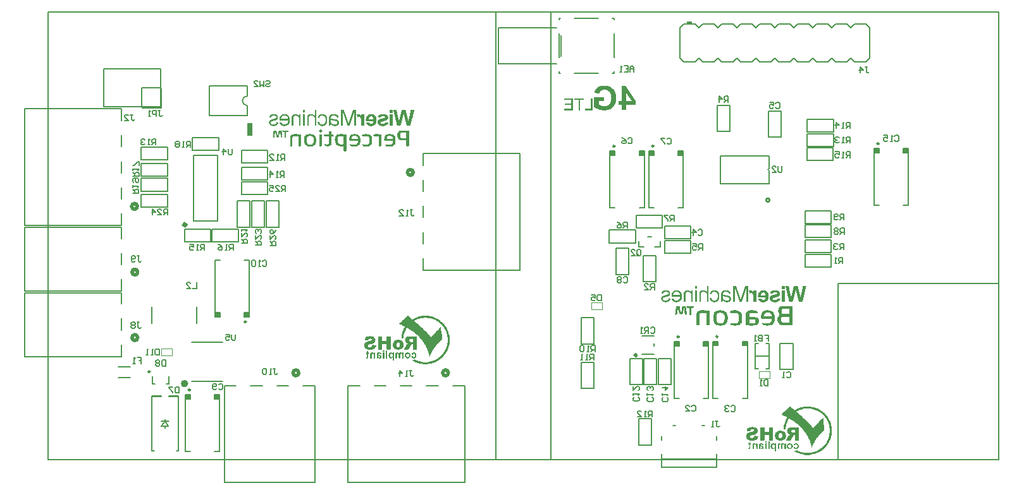
<source format=gbo>
G04*
G04 #@! TF.GenerationSoftware,Altium Limited,Altium Designer,21.2.2 (38)*
G04*
G04 Layer_Color=32896*
%FSLAX44Y44*%
%MOMM*%
G71*
G04*
G04 #@! TF.SameCoordinates,1FAA2A19-5D32-44EB-9D88-0ED73DB0A834*
G04*
G04*
G04 #@! TF.FilePolarity,Positive*
G04*
G01*
G75*
%ADD28C,0.5000*%
%ADD30C,0.2540*%
%ADD31C,0.2000*%
%ADD48C,0.2500*%
%ADD49C,0.1930*%
%ADD100C,0.5080*%
%ADD102C,0.1500*%
%ADD103C,0.1778*%
%ADD104C,0.1524*%
%ADD106C,0.1800*%
%ADD108R,0.8000X0.3600*%
%ADD111C,0.1000*%
%ADD171R,0.7450X1.8200*%
%ADD172R,0.2540X2.6289*%
%ADD173R,2.7940X0.2540*%
%ADD174R,0.6750X0.5500*%
G36*
X746616Y501668D02*
X748097Y501483D01*
X748745Y501344D01*
X749393Y501205D01*
X749994Y501066D01*
X750503Y500927D01*
X750966Y500742D01*
X751429Y500603D01*
X751753Y500465D01*
X752077Y500372D01*
X752308Y500233D01*
X752493Y500187D01*
X752586Y500094D01*
X752632D01*
X754067Y499261D01*
X754668Y498752D01*
X755270Y498289D01*
X755825Y497780D01*
X756334Y497271D01*
X756797Y496762D01*
X757214Y496300D01*
X757538Y495837D01*
X757862Y495420D01*
X758139Y495050D01*
X758371Y494726D01*
X758510Y494448D01*
X758648Y494263D01*
X758695Y494124D01*
X758741Y494078D01*
X759111Y493338D01*
X759435Y492597D01*
X759944Y491070D01*
X760314Y489543D01*
X760546Y488201D01*
X760638Y487553D01*
X760731Y486997D01*
X760777Y486488D01*
Y486026D01*
X760823Y485702D01*
Y485424D01*
Y485239D01*
Y485193D01*
X760731Y483480D01*
X760546Y481907D01*
X760222Y480472D01*
X760083Y479778D01*
X759898Y479176D01*
X759713Y478621D01*
X759574Y478112D01*
X759389Y477695D01*
X759250Y477325D01*
X759157Y477048D01*
X759065Y476816D01*
X758972Y476677D01*
Y476631D01*
X758186Y475243D01*
X757306Y474039D01*
X756381Y472975D01*
X755455Y472142D01*
X755039Y471772D01*
X754622Y471448D01*
X754298Y471170D01*
X753974Y470985D01*
X753743Y470800D01*
X753511Y470661D01*
X753419Y470615D01*
X753372Y470569D01*
X752632Y470198D01*
X751938Y469874D01*
X750411Y469365D01*
X748930Y468995D01*
X747588Y468764D01*
X746940Y468671D01*
X746384Y468578D01*
X745875Y468532D01*
X745413D01*
X745089Y468486D01*
X744580D01*
X743099Y468532D01*
X741710Y468717D01*
X740368Y468949D01*
X739211Y469226D01*
X738702Y469365D01*
X738239Y469504D01*
X737823Y469643D01*
X737453Y469735D01*
X737175Y469828D01*
X736990Y469921D01*
X736851Y469967D01*
X736805D01*
X735416Y470522D01*
X734259Y471124D01*
X733241Y471725D01*
X732362Y472234D01*
X731714Y472697D01*
X731483Y472882D01*
X731251Y473068D01*
X731112Y473206D01*
X730974Y473299D01*
X730881Y473391D01*
Y486257D01*
X744811D01*
Y480842D01*
X737406D01*
Y476724D01*
X737962Y476307D01*
X738563Y475937D01*
X739165Y475613D01*
X739720Y475335D01*
X740183Y475104D01*
X740600Y474919D01*
X740831Y474826D01*
X740877Y474780D01*
X740923D01*
X741664Y474502D01*
X742404Y474317D01*
X743099Y474178D01*
X743700Y474086D01*
X744256Y474039D01*
X744626Y473993D01*
X744996D01*
X745736Y474039D01*
X746477Y474132D01*
X747125Y474271D01*
X747773Y474456D01*
X748930Y474919D01*
X749393Y475150D01*
X749855Y475428D01*
X750272Y475705D01*
X750642Y475937D01*
X750920Y476214D01*
X751197Y476400D01*
X751383Y476585D01*
X751521Y476724D01*
X751614Y476816D01*
X751660Y476862D01*
X752077Y477418D01*
X752493Y478066D01*
X752817Y478713D01*
X753095Y479408D01*
X753558Y480842D01*
X753835Y482231D01*
X753928Y482879D01*
X754020Y483526D01*
X754067Y484036D01*
X754113Y484545D01*
X754159Y484915D01*
Y485239D01*
Y485424D01*
Y485470D01*
X754113Y486442D01*
X754067Y487321D01*
X753928Y488201D01*
X753789Y488987D01*
X753604Y489682D01*
X753372Y490330D01*
X753141Y490931D01*
X752910Y491487D01*
X752725Y491949D01*
X752493Y492366D01*
X752262Y492690D01*
X752077Y492967D01*
X751938Y493199D01*
X751799Y493338D01*
X751753Y493430D01*
X751706Y493476D01*
X751197Y493939D01*
X750688Y494402D01*
X750133Y494726D01*
X749578Y495050D01*
X749022Y495328D01*
X748467Y495559D01*
X747403Y495883D01*
X746893Y495975D01*
X746431Y496068D01*
X746014Y496114D01*
X745644Y496161D01*
X745366Y496207D01*
X744950D01*
X743932Y496161D01*
X743052Y495975D01*
X742266Y495790D01*
X741571Y495513D01*
X741062Y495281D01*
X740646Y495050D01*
X740415Y494865D01*
X740322Y494818D01*
X739674Y494263D01*
X739119Y493662D01*
X738656Y493060D01*
X738332Y492458D01*
X738054Y491903D01*
X737869Y491487D01*
X737777Y491209D01*
X737730Y491162D01*
Y491116D01*
X731298Y492319D01*
X731483Y493106D01*
X731760Y493893D01*
X732038Y494587D01*
X732408Y495235D01*
X732732Y495883D01*
X733102Y496438D01*
X733473Y496947D01*
X733843Y497410D01*
X734213Y497827D01*
X734537Y498197D01*
X734815Y498521D01*
X735092Y498752D01*
X735324Y498937D01*
X735509Y499123D01*
X735602Y499169D01*
X735648Y499215D01*
X736296Y499678D01*
X736990Y500048D01*
X737730Y500372D01*
X738517Y500650D01*
X740044Y501113D01*
X741525Y501390D01*
X742219Y501529D01*
X742867Y501575D01*
X743469Y501622D01*
X743978Y501668D01*
X744394Y501714D01*
X744950D01*
X746616Y501668D01*
D02*
G37*
G36*
X787017Y480842D02*
Y475520D01*
X773874D01*
Y469087D01*
X767950D01*
Y475520D01*
X763970D01*
Y480889D01*
X767950D01*
Y501251D01*
X773134D01*
X787017Y480842D01*
D02*
G37*
G36*
X728901Y468514D02*
X718881D01*
Y470411D01*
X726772D01*
Y484526D01*
X728901D01*
Y468514D01*
D02*
G37*
G36*
X717562Y482629D02*
X712287D01*
Y468514D01*
X710158D01*
Y482629D01*
X704882D01*
Y484526D01*
X717562D01*
Y482629D01*
D02*
G37*
G36*
X702661Y468514D02*
X690698D01*
Y470411D01*
X700532D01*
Y475849D01*
X691669D01*
Y477747D01*
X700532D01*
Y482629D01*
X691068D01*
Y484526D01*
X702661D01*
Y468514D01*
D02*
G37*
G36*
X343813Y468586D02*
Y468157D01*
Y467729D01*
Y467300D01*
Y466871D01*
Y466442D01*
Y466014D01*
X341669D01*
Y466442D01*
Y466871D01*
Y467300D01*
Y467729D01*
Y468157D01*
Y468586D01*
Y469015D01*
X343813D01*
Y468586D01*
D02*
G37*
G36*
X461283D02*
Y468157D01*
Y467729D01*
Y467300D01*
Y466871D01*
Y466442D01*
Y466014D01*
Y465585D01*
Y465156D01*
X457424D01*
Y465585D01*
Y466014D01*
Y466442D01*
Y466871D01*
Y467300D01*
Y467729D01*
Y468157D01*
Y468586D01*
Y469015D01*
X461283D01*
Y468586D01*
D02*
G37*
G36*
X359247D02*
Y468157D01*
Y467729D01*
Y467300D01*
Y466871D01*
Y466442D01*
Y466014D01*
Y465585D01*
Y465156D01*
Y464728D01*
Y464299D01*
Y463870D01*
Y463442D01*
Y463013D01*
Y462584D01*
Y462155D01*
Y461727D01*
Y461298D01*
Y460869D01*
Y460440D01*
Y460012D01*
Y459583D01*
Y459154D01*
Y458726D01*
Y458297D01*
Y457868D01*
Y457439D01*
Y457011D01*
Y456582D01*
Y456153D01*
Y455724D01*
Y455296D01*
Y454867D01*
Y454438D01*
Y454010D01*
Y453581D01*
Y453152D01*
Y452723D01*
Y452295D01*
Y451866D01*
Y451437D01*
Y451008D01*
Y450580D01*
Y450151D01*
Y449722D01*
Y449294D01*
Y448865D01*
Y448436D01*
Y448008D01*
Y447579D01*
X357103D01*
Y448008D01*
Y448436D01*
Y448865D01*
Y449294D01*
Y449722D01*
Y450151D01*
Y450580D01*
Y451008D01*
Y451437D01*
Y451866D01*
Y452295D01*
Y452723D01*
Y453152D01*
Y453581D01*
Y454010D01*
Y454438D01*
Y454867D01*
Y455296D01*
Y455724D01*
Y456153D01*
Y456582D01*
Y457011D01*
Y457439D01*
Y457868D01*
Y458297D01*
Y458726D01*
X356674D01*
Y459154D01*
Y459583D01*
X356246D01*
Y460012D01*
X355817D01*
Y460440D01*
X355388D01*
Y460869D01*
X354531D01*
Y461298D01*
X351101D01*
Y460869D01*
X350672D01*
Y460440D01*
X349815D01*
Y460012D01*
Y459583D01*
X349386D01*
Y459154D01*
Y458726D01*
Y458297D01*
Y457868D01*
Y457439D01*
Y457011D01*
Y456582D01*
Y456153D01*
Y455724D01*
Y455296D01*
Y454867D01*
Y454438D01*
Y454010D01*
Y453581D01*
Y453152D01*
Y452723D01*
Y452295D01*
Y451866D01*
Y451437D01*
Y451008D01*
Y450580D01*
Y450151D01*
Y449722D01*
Y449294D01*
Y448865D01*
Y448436D01*
Y448008D01*
Y447579D01*
X347243D01*
Y448008D01*
Y448436D01*
Y448865D01*
Y449294D01*
Y449722D01*
Y450151D01*
Y450580D01*
Y451008D01*
Y451437D01*
Y451866D01*
Y452295D01*
Y452723D01*
Y453152D01*
Y453581D01*
Y454010D01*
Y454438D01*
Y454867D01*
Y455296D01*
Y455724D01*
Y456153D01*
Y456582D01*
Y457011D01*
Y457439D01*
Y457868D01*
Y458297D01*
Y458726D01*
Y459154D01*
Y459583D01*
Y460012D01*
Y460440D01*
X347671D01*
Y460869D01*
Y461298D01*
X348100D01*
Y461727D01*
X348529D01*
Y462155D01*
X348957D01*
Y462584D01*
X349386D01*
Y463013D01*
X350244D01*
Y463442D01*
X354102D01*
Y463013D01*
X354960D01*
Y462584D01*
X355817D01*
Y462155D01*
X356246D01*
Y461727D01*
X357103D01*
Y462155D01*
Y462584D01*
Y463013D01*
Y463442D01*
Y463870D01*
Y464299D01*
Y464728D01*
Y465156D01*
Y465585D01*
Y466014D01*
Y466442D01*
Y466871D01*
Y467300D01*
Y467729D01*
Y468157D01*
Y468586D01*
Y469015D01*
X359247D01*
Y468586D01*
D02*
G37*
G36*
X384970Y463013D02*
X386256D01*
Y462584D01*
X387114D01*
Y462155D01*
X387542D01*
Y461727D01*
X387971D01*
Y461298D01*
X388400D01*
Y460869D01*
Y460440D01*
X388829D01*
Y460012D01*
Y459583D01*
Y459154D01*
X389257D01*
Y458726D01*
X387542D01*
Y458297D01*
X387114D01*
Y458726D01*
X386685D01*
Y459154D01*
Y459583D01*
X386256D01*
Y460012D01*
Y460440D01*
X385827D01*
Y460869D01*
X384970D01*
Y461298D01*
X380683D01*
Y460869D01*
X379825D01*
Y460440D01*
X379397D01*
Y460012D01*
X378968D01*
Y459583D01*
Y459154D01*
Y458726D01*
X378539D01*
Y458297D01*
Y457868D01*
Y457439D01*
X379397D01*
Y457011D01*
X381969D01*
Y456582D01*
X384970D01*
Y456153D01*
X386685D01*
Y455724D01*
X387542D01*
Y455296D01*
X387971D01*
Y454867D01*
X388400D01*
Y454438D01*
X388829D01*
Y454010D01*
X389257D01*
Y453581D01*
Y453152D01*
Y452723D01*
X389686D01*
Y452295D01*
Y451866D01*
Y451437D01*
Y451008D01*
Y450580D01*
X389257D01*
Y450151D01*
Y449722D01*
X388829D01*
Y449294D01*
Y448865D01*
X388400D01*
Y448436D01*
X387971D01*
Y448008D01*
X387114D01*
Y447579D01*
X385827D01*
Y447150D01*
X383255D01*
Y447579D01*
X381540D01*
Y448008D01*
X380683D01*
Y448436D01*
X380254D01*
Y448865D01*
X379397D01*
Y449294D01*
X378539D01*
Y448865D01*
Y448436D01*
X378111D01*
Y448008D01*
Y447579D01*
X375967D01*
Y448008D01*
Y448436D01*
Y448865D01*
X376396D01*
Y449294D01*
Y449722D01*
Y450151D01*
Y450580D01*
Y451008D01*
Y451437D01*
Y451866D01*
Y452295D01*
Y452723D01*
Y453152D01*
Y453581D01*
Y454010D01*
Y454438D01*
Y454867D01*
Y455296D01*
Y455724D01*
Y456153D01*
Y456582D01*
Y457011D01*
Y457439D01*
Y457868D01*
Y458297D01*
Y458726D01*
Y459154D01*
Y459583D01*
X376824D01*
Y460012D01*
Y460440D01*
Y460869D01*
Y461298D01*
X377253D01*
Y461727D01*
X377682D01*
Y462155D01*
X378111D01*
Y462584D01*
X378539D01*
Y463013D01*
X379825D01*
Y463442D01*
X384970D01*
Y463013D01*
D02*
G37*
G36*
X490436Y468586D02*
Y468157D01*
X490007D01*
Y467729D01*
Y467300D01*
Y466871D01*
X489578D01*
Y466442D01*
Y466014D01*
Y465585D01*
Y465156D01*
Y464728D01*
X489150D01*
Y464299D01*
Y463870D01*
Y463442D01*
Y463013D01*
X488721D01*
Y462584D01*
Y462155D01*
Y461727D01*
Y461298D01*
X488292D01*
Y460869D01*
Y460440D01*
Y460012D01*
Y459583D01*
Y459154D01*
X487863D01*
Y458726D01*
Y458297D01*
Y457868D01*
Y457439D01*
X487435D01*
Y457011D01*
Y456582D01*
Y456153D01*
Y455724D01*
X487006D01*
Y455296D01*
Y454867D01*
Y454438D01*
Y454010D01*
X486577D01*
Y453581D01*
Y453152D01*
Y452723D01*
Y452295D01*
X486148D01*
Y451866D01*
Y451437D01*
Y451008D01*
Y450580D01*
X485720D01*
Y450151D01*
Y449722D01*
Y449294D01*
Y448865D01*
Y448436D01*
X485291D01*
Y448008D01*
Y447579D01*
X480575D01*
Y448008D01*
Y448436D01*
X480146D01*
Y448865D01*
Y449294D01*
Y449722D01*
X479718D01*
Y450151D01*
Y450580D01*
Y451008D01*
Y451437D01*
Y451866D01*
X479289D01*
Y452295D01*
Y452723D01*
Y453152D01*
X478860D01*
Y453581D01*
Y454010D01*
Y454438D01*
Y454867D01*
X478432D01*
Y455296D01*
Y455724D01*
Y456153D01*
Y456582D01*
X478003D01*
Y457011D01*
Y457439D01*
Y457868D01*
X477574D01*
Y458297D01*
Y458726D01*
Y459154D01*
Y459583D01*
X477145D01*
Y460012D01*
Y460440D01*
Y460869D01*
Y461298D01*
X476717D01*
Y461727D01*
Y462155D01*
Y462584D01*
Y463013D01*
X475859D01*
Y462584D01*
Y462155D01*
Y461727D01*
Y461298D01*
X475430D01*
Y460869D01*
Y460440D01*
Y460012D01*
Y459583D01*
X475002D01*
Y459154D01*
Y458726D01*
Y458297D01*
Y457868D01*
X474573D01*
Y457439D01*
Y457011D01*
Y456582D01*
X474144D01*
Y456153D01*
Y455724D01*
Y455296D01*
Y454867D01*
X473716D01*
Y454438D01*
Y454010D01*
Y453581D01*
Y453152D01*
X473287D01*
Y452723D01*
Y452295D01*
Y451866D01*
Y451437D01*
X472858D01*
Y451008D01*
Y450580D01*
Y450151D01*
X472429D01*
Y449722D01*
Y449294D01*
Y448865D01*
Y448436D01*
X472001D01*
Y448008D01*
Y447579D01*
X467285D01*
Y448008D01*
Y448436D01*
Y448865D01*
X466856D01*
Y449294D01*
Y449722D01*
Y450151D01*
Y450580D01*
X466427D01*
Y451008D01*
Y451437D01*
Y451866D01*
Y452295D01*
Y452723D01*
X465998D01*
Y453152D01*
Y453581D01*
Y454010D01*
Y454438D01*
X465570D01*
Y454867D01*
Y455296D01*
Y455724D01*
X465141D01*
Y456153D01*
Y456582D01*
Y457011D01*
Y457439D01*
Y457868D01*
X464712D01*
Y458297D01*
Y458726D01*
Y459154D01*
Y459583D01*
X464284D01*
Y460012D01*
Y460440D01*
Y460869D01*
Y461298D01*
X463855D01*
Y461727D01*
Y462155D01*
Y462584D01*
Y463013D01*
Y463442D01*
X463426D01*
Y463870D01*
Y464299D01*
Y464728D01*
X462998D01*
Y465156D01*
Y465585D01*
Y466014D01*
Y466442D01*
X462569D01*
Y466871D01*
Y467300D01*
Y467729D01*
Y468157D01*
Y468586D01*
X462140D01*
Y469015D01*
X466427D01*
Y468586D01*
X466856D01*
Y468157D01*
Y467729D01*
Y467300D01*
Y466871D01*
X467285D01*
Y466442D01*
Y466014D01*
Y465585D01*
Y465156D01*
Y464728D01*
X467713D01*
Y464299D01*
Y463870D01*
Y463442D01*
Y463013D01*
Y462584D01*
X468142D01*
Y462155D01*
Y461727D01*
Y461298D01*
Y460869D01*
X468571D01*
Y460440D01*
Y460012D01*
Y459583D01*
Y459154D01*
Y458726D01*
X469000D01*
Y458297D01*
Y457868D01*
Y457439D01*
Y457011D01*
X469428D01*
Y456582D01*
Y456153D01*
Y455724D01*
Y455296D01*
X469857D01*
Y454867D01*
X470286D01*
Y455296D01*
Y455724D01*
Y456153D01*
Y456582D01*
X470714D01*
Y457011D01*
Y457439D01*
Y457868D01*
Y458297D01*
X471143D01*
Y458726D01*
Y459154D01*
Y459583D01*
Y460012D01*
X471572D01*
Y460440D01*
Y460869D01*
Y461298D01*
Y461727D01*
X472001D01*
Y462155D01*
Y462584D01*
Y463013D01*
Y463442D01*
X472429D01*
Y463870D01*
Y464299D01*
Y464728D01*
Y465156D01*
X472858D01*
Y465585D01*
Y466014D01*
Y466442D01*
Y466871D01*
X473287D01*
Y467300D01*
Y467729D01*
Y468157D01*
Y468586D01*
X473716D01*
Y469015D01*
X478860D01*
Y468586D01*
Y468157D01*
X479289D01*
Y467729D01*
Y467300D01*
Y466871D01*
Y466442D01*
X479718D01*
Y466014D01*
Y465585D01*
Y465156D01*
Y464728D01*
X480146D01*
Y464299D01*
Y463870D01*
Y463442D01*
X480575D01*
Y463013D01*
Y462584D01*
Y462155D01*
Y461727D01*
X481004D01*
Y461298D01*
Y460869D01*
Y460440D01*
Y460012D01*
X481432D01*
Y459583D01*
Y459154D01*
Y458726D01*
Y458297D01*
X481861D01*
Y457868D01*
Y457439D01*
Y457011D01*
Y456582D01*
X482290D01*
Y456153D01*
Y455724D01*
Y455296D01*
Y454867D01*
X482719D01*
Y455296D01*
X483147D01*
Y455724D01*
Y456153D01*
Y456582D01*
Y457011D01*
Y457439D01*
X483576D01*
Y457868D01*
Y458297D01*
Y458726D01*
Y459154D01*
X484005D01*
Y459583D01*
Y460012D01*
Y460440D01*
Y460869D01*
X484434D01*
Y461298D01*
Y461727D01*
Y462155D01*
Y462584D01*
Y463013D01*
Y463442D01*
X484862D01*
Y463870D01*
Y464299D01*
Y464728D01*
Y465156D01*
X485291D01*
Y465585D01*
Y466014D01*
Y466442D01*
Y466871D01*
X485720D01*
Y467300D01*
Y467729D01*
Y468157D01*
Y468586D01*
Y469015D01*
X490436D01*
Y468586D01*
D02*
G37*
G36*
X412837D02*
Y468157D01*
Y467729D01*
Y467300D01*
Y466871D01*
Y466442D01*
Y466014D01*
Y465585D01*
Y465156D01*
Y464728D01*
Y464299D01*
Y463870D01*
Y463442D01*
Y463013D01*
Y462584D01*
Y462155D01*
Y461727D01*
Y461298D01*
Y460869D01*
Y460440D01*
Y460012D01*
Y459583D01*
Y459154D01*
Y458726D01*
Y458297D01*
Y457868D01*
Y457439D01*
Y457011D01*
Y456582D01*
Y456153D01*
Y455724D01*
Y455296D01*
Y454867D01*
Y454438D01*
Y454010D01*
Y453581D01*
Y453152D01*
Y452723D01*
Y452295D01*
Y451866D01*
Y451437D01*
Y451008D01*
Y450580D01*
Y450151D01*
Y449722D01*
Y449294D01*
Y448865D01*
Y448436D01*
Y448008D01*
Y447579D01*
X409836D01*
Y448008D01*
Y448436D01*
Y448865D01*
Y449294D01*
Y449722D01*
Y450151D01*
Y450580D01*
Y451008D01*
Y451437D01*
Y451866D01*
Y452295D01*
Y452723D01*
Y453152D01*
Y453581D01*
Y454010D01*
Y454438D01*
Y454867D01*
Y455296D01*
Y455724D01*
Y456153D01*
Y456582D01*
Y457011D01*
Y457439D01*
Y457868D01*
Y458297D01*
Y458726D01*
Y459154D01*
Y459583D01*
Y460012D01*
Y460440D01*
Y460869D01*
Y461298D01*
Y461727D01*
Y462155D01*
Y462584D01*
Y463013D01*
Y463442D01*
Y463870D01*
Y464299D01*
Y464728D01*
Y465156D01*
X409407D01*
Y464728D01*
Y464299D01*
Y463870D01*
Y463442D01*
X408979D01*
Y463013D01*
Y462584D01*
X408550D01*
Y462155D01*
Y461727D01*
Y461298D01*
X408121D01*
Y460869D01*
Y460440D01*
Y460012D01*
Y459583D01*
X407692D01*
Y459154D01*
Y458726D01*
X407264D01*
Y458297D01*
Y457868D01*
Y457439D01*
X406835D01*
Y457011D01*
Y456582D01*
Y456153D01*
X406406D01*
Y455724D01*
Y455296D01*
Y454867D01*
X405978D01*
Y454438D01*
Y454010D01*
Y453581D01*
X405549D01*
Y453152D01*
Y452723D01*
Y452295D01*
X405120D01*
Y451866D01*
Y451437D01*
Y451008D01*
X404691D01*
Y450580D01*
Y450151D01*
Y449722D01*
X404263D01*
Y449294D01*
Y448865D01*
Y448436D01*
X403834D01*
Y448008D01*
Y447579D01*
X401261D01*
Y448008D01*
X400833D01*
Y448436D01*
Y448865D01*
Y449294D01*
X400404D01*
Y449722D01*
Y450151D01*
Y450580D01*
X399975D01*
Y451008D01*
Y451437D01*
Y451866D01*
X399547D01*
Y452295D01*
Y452723D01*
Y453152D01*
X399118D01*
Y453581D01*
Y454010D01*
X398689D01*
Y454438D01*
Y454867D01*
Y455296D01*
X398260D01*
Y455724D01*
Y456153D01*
Y456582D01*
X397832D01*
Y457011D01*
Y457439D01*
Y457868D01*
X397403D01*
Y458297D01*
Y458726D01*
Y459154D01*
X396974D01*
Y459583D01*
Y460012D01*
Y460440D01*
X396546D01*
Y460869D01*
Y461298D01*
Y461727D01*
X396117D01*
Y462155D01*
Y462584D01*
Y463013D01*
X395688D01*
Y463442D01*
Y463870D01*
X395259D01*
Y464299D01*
Y464728D01*
X394831D01*
Y464299D01*
Y463870D01*
Y463442D01*
Y463013D01*
Y462584D01*
Y462155D01*
Y461727D01*
Y461298D01*
Y460869D01*
Y460440D01*
Y460012D01*
Y459583D01*
Y459154D01*
Y458726D01*
Y458297D01*
Y457868D01*
Y457439D01*
Y457011D01*
Y456582D01*
Y456153D01*
Y455724D01*
Y455296D01*
Y454867D01*
Y454438D01*
Y454010D01*
Y453581D01*
Y453152D01*
Y452723D01*
Y452295D01*
Y451866D01*
Y451437D01*
Y451008D01*
Y450580D01*
Y450151D01*
Y449722D01*
Y449294D01*
Y448865D01*
Y448436D01*
Y448008D01*
Y447579D01*
X392258D01*
Y448008D01*
Y448436D01*
Y448865D01*
Y449294D01*
Y449722D01*
Y450151D01*
Y450580D01*
Y451008D01*
Y451437D01*
Y451866D01*
Y452295D01*
Y452723D01*
Y453152D01*
Y453581D01*
Y454010D01*
Y454438D01*
Y454867D01*
Y455296D01*
Y455724D01*
Y456153D01*
Y456582D01*
Y457011D01*
Y457439D01*
Y457868D01*
Y458297D01*
Y458726D01*
Y459154D01*
Y459583D01*
Y460012D01*
Y460440D01*
Y460869D01*
Y461298D01*
Y461727D01*
Y462155D01*
Y462584D01*
Y463013D01*
Y463442D01*
Y463870D01*
Y464299D01*
Y464728D01*
Y465156D01*
Y465585D01*
Y466014D01*
Y466442D01*
Y466871D01*
Y467300D01*
Y467729D01*
Y468157D01*
Y468586D01*
Y469015D01*
X396117D01*
Y468586D01*
Y468157D01*
X396546D01*
Y467729D01*
Y467300D01*
Y466871D01*
X396974D01*
Y466442D01*
Y466014D01*
Y465585D01*
X397403D01*
Y465156D01*
Y464728D01*
Y464299D01*
X397832D01*
Y463870D01*
Y463442D01*
X398260D01*
Y463013D01*
Y462584D01*
Y462155D01*
X398689D01*
Y461727D01*
Y461298D01*
Y460869D01*
X399118D01*
Y460440D01*
Y460012D01*
Y459583D01*
X399547D01*
Y459154D01*
Y458726D01*
Y458297D01*
X399975D01*
Y457868D01*
Y457439D01*
Y457011D01*
X400404D01*
Y456582D01*
Y456153D01*
Y455724D01*
X400833D01*
Y455296D01*
Y454867D01*
Y454438D01*
X401261D01*
Y454010D01*
Y453581D01*
Y453152D01*
X401690D01*
Y452723D01*
Y452295D01*
Y451866D01*
X402119D01*
Y451437D01*
Y451008D01*
X402548D01*
Y451437D01*
Y451866D01*
Y452295D01*
X402976D01*
Y452723D01*
Y453152D01*
Y453581D01*
X403405D01*
Y454010D01*
Y454438D01*
Y454867D01*
X403834D01*
Y455296D01*
Y455724D01*
Y456153D01*
X404263D01*
Y456582D01*
Y457011D01*
Y457439D01*
X404691D01*
Y457868D01*
Y458297D01*
Y458726D01*
X405120D01*
Y459154D01*
Y459583D01*
Y460012D01*
X405549D01*
Y460440D01*
Y460869D01*
Y461298D01*
X405978D01*
Y461727D01*
Y462155D01*
Y462584D01*
X406406D01*
Y463013D01*
Y463442D01*
X406835D01*
Y463870D01*
Y464299D01*
Y464728D01*
Y465156D01*
X407264D01*
Y465585D01*
Y466014D01*
Y466442D01*
X407692D01*
Y466871D01*
Y467300D01*
X408121D01*
Y467729D01*
Y468157D01*
Y468586D01*
Y469015D01*
X412837D01*
Y468586D01*
D02*
G37*
G36*
X434702Y463013D02*
X435988D01*
Y462584D01*
X436845D01*
Y462155D01*
X437274D01*
Y461727D01*
X437703D01*
Y461298D01*
X438132D01*
Y460869D01*
X438560D01*
Y460440D01*
Y460012D01*
X438989D01*
Y459583D01*
X439418D01*
Y459154D01*
Y458726D01*
Y458297D01*
X439846D01*
Y457868D01*
Y457439D01*
Y457011D01*
Y456582D01*
Y456153D01*
Y455724D01*
Y455296D01*
Y454867D01*
Y454438D01*
Y454010D01*
Y453581D01*
Y453152D01*
Y452723D01*
Y452295D01*
X439418D01*
Y451866D01*
Y451437D01*
Y451008D01*
X438989D01*
Y450580D01*
X438560D01*
Y450151D01*
Y449722D01*
X438132D01*
Y449294D01*
X437703D01*
Y448865D01*
X437274D01*
Y448436D01*
X436417D01*
Y448008D01*
X435988D01*
Y447579D01*
X434273D01*
Y447150D01*
X430415D01*
Y447579D01*
X429128D01*
Y448008D01*
X428271D01*
Y448436D01*
X427842D01*
Y448865D01*
X427414D01*
Y449294D01*
X426985D01*
Y449722D01*
X426556D01*
Y450151D01*
Y450580D01*
X426127D01*
Y451008D01*
Y451437D01*
X425699D01*
Y451866D01*
X426985D01*
Y452295D01*
X429986D01*
Y451866D01*
Y451437D01*
X430415D01*
Y451008D01*
X430843D01*
Y450580D01*
X431701D01*
Y450151D01*
X432987D01*
Y450580D01*
X434273D01*
Y451008D01*
X434702D01*
Y451437D01*
X435131D01*
Y451866D01*
Y452295D01*
X435559D01*
Y452723D01*
Y453152D01*
Y453581D01*
X435988D01*
Y454010D01*
X425699D01*
Y454438D01*
X425270D01*
Y454867D01*
Y455296D01*
Y455724D01*
Y456153D01*
X425699D01*
Y456582D01*
Y457011D01*
Y457439D01*
Y457868D01*
Y458297D01*
X426127D01*
Y458726D01*
Y459154D01*
Y459583D01*
X426556D01*
Y460012D01*
Y460440D01*
X426985D01*
Y460869D01*
X427414D01*
Y461298D01*
X427842D01*
Y461727D01*
X428271D01*
Y462155D01*
X428700D01*
Y462584D01*
X429557D01*
Y463013D01*
X430843D01*
Y463442D01*
X434702D01*
Y463013D01*
D02*
G37*
G36*
X369107D02*
X370393D01*
Y462584D01*
X370822D01*
Y462155D01*
X371680D01*
Y461727D01*
X372108D01*
Y461298D01*
X372537D01*
Y460869D01*
Y460440D01*
X372966D01*
Y460012D01*
Y459583D01*
X373395D01*
Y459154D01*
Y458726D01*
X373823D01*
Y458297D01*
Y457868D01*
Y457439D01*
Y457011D01*
Y456582D01*
Y456153D01*
Y455724D01*
Y455296D01*
Y454867D01*
Y454438D01*
Y454010D01*
Y453581D01*
Y453152D01*
Y452723D01*
Y452295D01*
X373395D01*
Y451866D01*
Y451437D01*
Y451008D01*
X372966D01*
Y450580D01*
Y450151D01*
X372537D01*
Y449722D01*
X372108D01*
Y449294D01*
X371680D01*
Y448865D01*
X371251D01*
Y448436D01*
X370822D01*
Y448008D01*
X369965D01*
Y447579D01*
X368250D01*
Y447150D01*
X366106D01*
Y447579D01*
X364391D01*
Y448008D01*
X363963D01*
Y448436D01*
X363105D01*
Y448865D01*
X362677D01*
Y449294D01*
X362248D01*
Y449722D01*
X361819D01*
Y450151D01*
Y450580D01*
X361390D01*
Y451008D01*
Y451437D01*
X360962D01*
Y451866D01*
Y452295D01*
Y452723D01*
Y453152D01*
X363105D01*
Y452723D01*
Y452295D01*
Y451866D01*
X363534D01*
Y451437D01*
Y451008D01*
X363963D01*
Y450580D01*
X364391D01*
Y450151D01*
X364820D01*
Y449722D01*
X366106D01*
Y449294D01*
X368250D01*
Y449722D01*
X369536D01*
Y450151D01*
X369965D01*
Y450580D01*
X370393D01*
Y451008D01*
X370822D01*
Y451437D01*
Y451866D01*
X371251D01*
Y452295D01*
Y452723D01*
X371680D01*
Y453152D01*
Y453581D01*
Y454010D01*
Y454438D01*
Y454867D01*
Y455296D01*
Y455724D01*
Y456153D01*
Y456582D01*
Y457011D01*
Y457439D01*
Y457868D01*
X371251D01*
Y458297D01*
Y458726D01*
Y459154D01*
X370822D01*
Y459583D01*
X370393D01*
Y460012D01*
Y460440D01*
X369536D01*
Y460869D01*
X368679D01*
Y461298D01*
X365249D01*
Y460869D01*
X364820D01*
Y460440D01*
X364391D01*
Y460012D01*
X363963D01*
Y459583D01*
X363534D01*
Y459154D01*
Y458726D01*
X363105D01*
Y458297D01*
X361390D01*
Y458726D01*
X360962D01*
Y459154D01*
X361390D01*
Y459583D01*
Y460012D01*
X361819D01*
Y460440D01*
Y460869D01*
X362248D01*
Y461298D01*
Y461727D01*
X362677D01*
Y462155D01*
X363534D01*
Y462584D01*
X363963D01*
Y463013D01*
X365249D01*
Y463442D01*
X369107D01*
Y463013D01*
D02*
G37*
G36*
X318518D02*
X319804D01*
Y462584D01*
X320662D01*
Y462155D01*
X321091D01*
Y461727D01*
X321519D01*
Y461298D01*
X321948D01*
Y460869D01*
X322377D01*
Y460440D01*
X322805D01*
Y460012D01*
Y459583D01*
Y459154D01*
X323234D01*
Y458726D01*
Y458297D01*
Y457868D01*
X323663D01*
Y457439D01*
Y457011D01*
Y456582D01*
Y456153D01*
Y455724D01*
Y455296D01*
Y454867D01*
Y454438D01*
Y454010D01*
Y453581D01*
Y453152D01*
Y452723D01*
X323234D01*
Y452295D01*
Y451866D01*
Y451437D01*
X322805D01*
Y451008D01*
Y450580D01*
X322377D01*
Y450151D01*
Y449722D01*
X321948D01*
Y449294D01*
X321519D01*
Y448865D01*
X321091D01*
Y448436D01*
X320233D01*
Y448008D01*
X319376D01*
Y447579D01*
X318090D01*
Y447150D01*
X315088D01*
Y447579D01*
X313802D01*
Y448008D01*
X312945D01*
Y448436D01*
X312087D01*
Y448865D01*
X311659D01*
Y449294D01*
X311230D01*
Y449722D01*
X310801D01*
Y450151D01*
Y450580D01*
X310373D01*
Y451008D01*
Y451437D01*
X309944D01*
Y451866D01*
Y452295D01*
X312516D01*
Y451866D01*
Y451437D01*
X312945D01*
Y451008D01*
X313374D01*
Y450580D01*
X313802D01*
Y450151D01*
X314231D01*
Y449722D01*
X315517D01*
Y449294D01*
X317661D01*
Y449722D01*
X318947D01*
Y450151D01*
X319376D01*
Y450580D01*
X319804D01*
Y451008D01*
X320233D01*
Y451437D01*
X320662D01*
Y451866D01*
X321091D01*
Y452295D01*
Y452723D01*
Y453152D01*
Y453581D01*
X321519D01*
Y454010D01*
Y454438D01*
X321091D01*
Y454867D01*
X309944D01*
Y455296D01*
Y455724D01*
Y456153D01*
Y456582D01*
Y457011D01*
Y457439D01*
Y457868D01*
Y458297D01*
X310373D01*
Y458726D01*
Y459154D01*
Y459583D01*
X310801D01*
Y460012D01*
Y460440D01*
X311230D01*
Y460869D01*
X311659D01*
Y461298D01*
X312087D01*
Y461727D01*
X312516D01*
Y462155D01*
X312945D01*
Y462584D01*
X313374D01*
Y463013D01*
X314660D01*
Y463442D01*
X318518D01*
Y463013D01*
D02*
G37*
G36*
X461283Y462584D02*
Y462155D01*
Y461727D01*
Y461298D01*
Y460869D01*
Y460440D01*
Y460012D01*
Y459583D01*
Y459154D01*
Y458726D01*
Y458297D01*
Y457868D01*
Y457439D01*
Y457011D01*
Y456582D01*
Y456153D01*
Y455724D01*
Y455296D01*
Y454867D01*
Y454438D01*
Y454010D01*
Y453581D01*
Y453152D01*
Y452723D01*
Y452295D01*
Y451866D01*
Y451437D01*
Y451008D01*
Y450580D01*
Y450151D01*
Y449722D01*
Y449294D01*
Y448865D01*
Y448436D01*
Y448008D01*
Y447579D01*
X457424D01*
Y448008D01*
Y448436D01*
Y448865D01*
Y449294D01*
Y449722D01*
Y450151D01*
Y450580D01*
Y451008D01*
Y451437D01*
Y451866D01*
Y452295D01*
Y452723D01*
Y453152D01*
Y453581D01*
Y454010D01*
Y454438D01*
Y454867D01*
Y455296D01*
Y455724D01*
Y456153D01*
Y456582D01*
Y457011D01*
Y457439D01*
Y457868D01*
Y458297D01*
Y458726D01*
Y459154D01*
Y459583D01*
Y460012D01*
Y460440D01*
Y460869D01*
Y461298D01*
Y461727D01*
Y462155D01*
Y462584D01*
Y463013D01*
X461283D01*
Y462584D01*
D02*
G37*
G36*
X417553Y463013D02*
X417982D01*
Y462584D01*
X418839D01*
Y462155D01*
Y461727D01*
X419268D01*
Y461298D01*
X419697D01*
Y461727D01*
Y462155D01*
Y462584D01*
Y463013D01*
X423555D01*
Y462584D01*
Y462155D01*
Y461727D01*
Y461298D01*
Y460869D01*
Y460440D01*
Y460012D01*
Y459583D01*
Y459154D01*
Y458726D01*
Y458297D01*
Y457868D01*
Y457439D01*
Y457011D01*
Y456582D01*
Y456153D01*
Y455724D01*
Y455296D01*
Y454867D01*
Y454438D01*
Y454010D01*
Y453581D01*
Y453152D01*
Y452723D01*
Y452295D01*
Y451866D01*
Y451437D01*
Y451008D01*
Y450580D01*
Y450151D01*
Y449722D01*
Y449294D01*
Y448865D01*
Y448436D01*
Y448008D01*
Y447579D01*
X419268D01*
Y448008D01*
Y448436D01*
Y448865D01*
Y449294D01*
Y449722D01*
Y450151D01*
Y450580D01*
Y451008D01*
Y451437D01*
Y451866D01*
Y452295D01*
Y452723D01*
Y453152D01*
Y453581D01*
Y454010D01*
Y454438D01*
Y454867D01*
Y455296D01*
Y455724D01*
Y456153D01*
Y456582D01*
Y457011D01*
Y457439D01*
X418839D01*
Y457868D01*
Y458297D01*
Y458726D01*
X418410D01*
Y459154D01*
X417982D01*
Y459583D01*
X416696D01*
Y460012D01*
X416267D01*
Y459583D01*
X414981D01*
Y459154D01*
X414552D01*
Y459583D01*
Y460012D01*
X414123D01*
Y460440D01*
Y460869D01*
Y461298D01*
X413694D01*
Y461727D01*
Y462155D01*
X413266D01*
Y462584D01*
X413694D01*
Y463013D01*
X414552D01*
Y463442D01*
X417553D01*
Y463013D01*
D02*
G37*
G36*
X343813Y462584D02*
Y462155D01*
Y461727D01*
Y461298D01*
Y460869D01*
Y460440D01*
Y460012D01*
Y459583D01*
Y459154D01*
Y458726D01*
Y458297D01*
Y457868D01*
Y457439D01*
Y457011D01*
Y456582D01*
Y456153D01*
Y455724D01*
Y455296D01*
Y454867D01*
Y454438D01*
Y454010D01*
Y453581D01*
Y453152D01*
Y452723D01*
Y452295D01*
Y451866D01*
Y451437D01*
Y451008D01*
Y450580D01*
Y450151D01*
Y449722D01*
Y449294D01*
Y448865D01*
Y448436D01*
Y448008D01*
Y447579D01*
X341669D01*
Y448008D01*
Y448436D01*
Y448865D01*
Y449294D01*
Y449722D01*
Y450151D01*
Y450580D01*
Y451008D01*
Y451437D01*
Y451866D01*
Y452295D01*
Y452723D01*
Y453152D01*
Y453581D01*
Y454010D01*
Y454438D01*
Y454867D01*
Y455296D01*
Y455724D01*
Y456153D01*
Y456582D01*
Y457011D01*
Y457439D01*
Y457868D01*
Y458297D01*
Y458726D01*
Y459154D01*
Y459583D01*
Y460012D01*
Y460440D01*
Y460869D01*
Y461298D01*
Y461727D01*
Y462155D01*
Y462584D01*
Y463013D01*
X343813D01*
Y462584D01*
D02*
G37*
G36*
X333095Y463013D02*
X333952D01*
Y462584D01*
X334810D01*
Y462155D01*
X335238D01*
Y461727D01*
X335667D01*
Y461298D01*
X336525D01*
Y461727D01*
Y462155D01*
Y462584D01*
Y463013D01*
X338239D01*
Y462584D01*
Y462155D01*
Y461727D01*
Y461298D01*
Y460869D01*
Y460440D01*
Y460012D01*
Y459583D01*
Y459154D01*
Y458726D01*
Y458297D01*
Y457868D01*
Y457439D01*
Y457011D01*
Y456582D01*
Y456153D01*
Y455724D01*
Y455296D01*
Y454867D01*
Y454438D01*
Y454010D01*
Y453581D01*
Y453152D01*
Y452723D01*
Y452295D01*
Y451866D01*
Y451437D01*
Y451008D01*
Y450580D01*
Y450151D01*
Y449722D01*
Y449294D01*
Y448865D01*
Y448436D01*
Y448008D01*
Y447579D01*
X336096D01*
Y448008D01*
Y448436D01*
Y448865D01*
Y449294D01*
Y449722D01*
Y450151D01*
Y450580D01*
Y451008D01*
Y451437D01*
Y451866D01*
Y452295D01*
Y452723D01*
Y453152D01*
Y453581D01*
Y454010D01*
Y454438D01*
Y454867D01*
Y455296D01*
Y455724D01*
Y456153D01*
Y456582D01*
Y457011D01*
Y457439D01*
Y457868D01*
Y458297D01*
Y458726D01*
X335667D01*
Y459154D01*
Y459583D01*
X335238D01*
Y460012D01*
X334810D01*
Y460440D01*
X334381D01*
Y460869D01*
X333095D01*
Y461298D01*
X330522D01*
Y460869D01*
X329665D01*
Y460440D01*
X329236D01*
Y460012D01*
X328807D01*
Y459583D01*
Y459154D01*
X328379D01*
Y458726D01*
Y458297D01*
Y457868D01*
Y457439D01*
Y457011D01*
Y456582D01*
Y456153D01*
Y455724D01*
Y455296D01*
Y454867D01*
Y454438D01*
Y454010D01*
Y453581D01*
Y453152D01*
Y452723D01*
Y452295D01*
Y451866D01*
Y451437D01*
Y451008D01*
Y450580D01*
Y450151D01*
Y449722D01*
Y449294D01*
Y448865D01*
Y448436D01*
Y448008D01*
Y447579D01*
X326235D01*
Y448008D01*
Y448436D01*
Y448865D01*
Y449294D01*
Y449722D01*
Y450151D01*
Y450580D01*
Y451008D01*
Y451437D01*
Y451866D01*
Y452295D01*
Y452723D01*
Y453152D01*
Y453581D01*
Y454010D01*
Y454438D01*
Y454867D01*
Y455296D01*
Y455724D01*
Y456153D01*
Y456582D01*
Y457011D01*
Y457439D01*
Y457868D01*
Y458297D01*
Y458726D01*
Y459154D01*
Y459583D01*
Y460012D01*
Y460440D01*
X326664D01*
Y460869D01*
Y461298D01*
X327093D01*
Y461727D01*
X327521D01*
Y462155D01*
X327950D01*
Y462584D01*
X328379D01*
Y463013D01*
X329665D01*
Y463442D01*
X333095D01*
Y463013D01*
D02*
G37*
G36*
X450993D02*
X452708D01*
Y462584D01*
X453137D01*
Y462155D01*
X453994D01*
Y461727D01*
Y461298D01*
X454423D01*
Y460869D01*
X454852D01*
Y460440D01*
Y460012D01*
X455280D01*
Y459583D01*
Y459154D01*
Y458726D01*
Y458297D01*
Y457868D01*
Y457439D01*
X454852D01*
Y457011D01*
Y456582D01*
X454423D01*
Y456153D01*
X453994D01*
Y455724D01*
X453566D01*
Y455296D01*
X453137D01*
Y454867D01*
X452279D01*
Y454438D01*
X450993D01*
Y454010D01*
X449707D01*
Y453581D01*
X447992D01*
Y453152D01*
X446277D01*
Y452723D01*
X445420D01*
Y452295D01*
Y451866D01*
Y451437D01*
Y451008D01*
X445849D01*
Y450580D01*
X446706D01*
Y450151D01*
X449707D01*
Y450580D01*
X450565D01*
Y451008D01*
X450993D01*
Y451437D01*
X451422D01*
Y451866D01*
Y452295D01*
X454852D01*
Y451866D01*
X455709D01*
Y451437D01*
Y451008D01*
X455280D01*
Y450580D01*
Y450151D01*
X454852D01*
Y449722D01*
X454423D01*
Y449294D01*
X453994D01*
Y448865D01*
X453566D01*
Y448436D01*
X452708D01*
Y448008D01*
X451851D01*
Y447579D01*
X450565D01*
Y447150D01*
X446277D01*
Y447579D01*
X444562D01*
Y448008D01*
X443705D01*
Y448436D01*
X443276D01*
Y448865D01*
X442848D01*
Y449294D01*
X442419D01*
Y449722D01*
X441990D01*
Y450151D01*
X441561D01*
Y450580D01*
Y451008D01*
Y451437D01*
X441133D01*
Y451866D01*
Y452295D01*
Y452723D01*
Y453152D01*
Y453581D01*
X441561D01*
Y454010D01*
Y454438D01*
X441990D01*
Y454867D01*
Y455296D01*
X442419D01*
Y455724D01*
X443276D01*
Y456153D01*
X444134D01*
Y456582D01*
X444991D01*
Y457011D01*
X446706D01*
Y457439D01*
X448421D01*
Y457868D01*
X450136D01*
Y458297D01*
X450993D01*
Y458726D01*
X451422D01*
Y459154D01*
Y459583D01*
X450993D01*
Y460012D01*
X450565D01*
Y460440D01*
X446706D01*
Y460012D01*
X446277D01*
Y459583D01*
X445849D01*
Y459154D01*
Y458726D01*
X444562D01*
Y459154D01*
X441990D01*
Y459583D01*
Y460012D01*
Y460440D01*
X442419D01*
Y460869D01*
Y461298D01*
X442848D01*
Y461727D01*
X443276D01*
Y462155D01*
X443705D01*
Y462584D01*
X444562D01*
Y463013D01*
X445849D01*
Y463442D01*
X450993D01*
Y463013D01*
D02*
G37*
G36*
X304370D02*
X305657D01*
Y462584D01*
X306514D01*
Y462155D01*
X306943D01*
Y461727D01*
X307371D01*
Y461298D01*
Y460869D01*
X307800D01*
Y460440D01*
Y460012D01*
Y459583D01*
Y459154D01*
Y458726D01*
Y458297D01*
Y457868D01*
Y457439D01*
X307371D01*
Y457011D01*
Y456582D01*
X306943D01*
Y456153D01*
X306514D01*
Y455724D01*
X305657D01*
Y455296D01*
X304799D01*
Y454867D01*
X303513D01*
Y454438D01*
X301798D01*
Y454010D01*
X300083D01*
Y453581D01*
X299226D01*
Y453152D01*
X298368D01*
Y452723D01*
Y452295D01*
Y451866D01*
Y451437D01*
Y451008D01*
Y450580D01*
X298797D01*
Y450151D01*
X299226D01*
Y449722D01*
X300941D01*
Y449294D01*
X303084D01*
Y449722D01*
X304370D01*
Y450151D01*
X305228D01*
Y450580D01*
X305657D01*
Y451008D01*
Y451437D01*
X306085D01*
Y451866D01*
Y452295D01*
Y452723D01*
X306943D01*
Y452295D01*
X308229D01*
Y451866D01*
Y451437D01*
Y451008D01*
Y450580D01*
X307800D01*
Y450151D01*
Y449722D01*
X307371D01*
Y449294D01*
X306943D01*
Y448865D01*
X306514D01*
Y448436D01*
X306085D01*
Y448008D01*
X305228D01*
Y447579D01*
X303513D01*
Y447150D01*
X300512D01*
Y447579D01*
X299226D01*
Y448008D01*
X298368D01*
Y448436D01*
X297511D01*
Y448865D01*
X297082D01*
Y449294D01*
X296653D01*
Y449722D01*
Y450151D01*
X296225D01*
Y450580D01*
Y451008D01*
Y451437D01*
X295796D01*
Y451866D01*
Y452295D01*
Y452723D01*
Y453152D01*
X296225D01*
Y453581D01*
Y454010D01*
Y454438D01*
X296653D01*
Y454867D01*
X297082D01*
Y455296D01*
X297511D01*
Y455724D01*
X298797D01*
Y456153D01*
X299654D01*
Y456582D01*
X301369D01*
Y457011D01*
X303084D01*
Y457439D01*
X304370D01*
Y457868D01*
X305228D01*
Y458297D01*
X305657D01*
Y458726D01*
Y459154D01*
Y459583D01*
Y460012D01*
Y460440D01*
X305228D01*
Y460869D01*
X304370D01*
Y461298D01*
X300512D01*
Y460869D01*
X299654D01*
Y460440D01*
X299226D01*
Y460012D01*
X298797D01*
Y459583D01*
Y459154D01*
X296653D01*
Y459583D01*
Y460012D01*
Y460440D01*
X297082D01*
Y460869D01*
Y461298D01*
X297511D01*
Y461727D01*
Y462155D01*
X298368D01*
Y462584D01*
X298797D01*
Y463013D01*
X300083D01*
Y463442D01*
X304370D01*
Y463013D01*
D02*
G37*
G36*
X365813Y442109D02*
X366853D01*
Y441589D01*
X367374D01*
Y441069D01*
Y440549D01*
Y440029D01*
X366853D01*
Y439508D01*
X365813D01*
Y438988D01*
X364252D01*
Y439508D01*
X363212D01*
Y440029D01*
X362691D01*
Y440549D01*
Y441069D01*
Y441589D01*
X363212D01*
Y442109D01*
X364252D01*
Y442630D01*
X365813D01*
Y442109D01*
D02*
G37*
G36*
X311709Y441069D02*
X313270D01*
Y440549D01*
Y440029D01*
X312750D01*
Y439508D01*
X313270D01*
Y438988D01*
Y438468D01*
Y437948D01*
Y437427D01*
Y436907D01*
Y436387D01*
Y435867D01*
Y435347D01*
Y434826D01*
X313790D01*
Y434306D01*
Y433786D01*
Y433266D01*
Y432745D01*
Y432225D01*
Y431705D01*
X312750D01*
Y432225D01*
X312229D01*
Y432745D01*
X311709D01*
Y433266D01*
Y433786D01*
Y434306D01*
Y434826D01*
Y435347D01*
Y435867D01*
Y436387D01*
X311189D01*
Y436907D01*
Y437427D01*
Y437948D01*
Y438468D01*
Y438988D01*
X310669D01*
Y438468D01*
Y437948D01*
X310149D01*
Y437427D01*
Y436907D01*
Y436387D01*
Y435867D01*
X309628D01*
Y435347D01*
Y434826D01*
Y434306D01*
Y433786D01*
Y433266D01*
X309108D01*
Y432745D01*
X308588D01*
Y432225D01*
X307027D01*
Y432745D01*
X305987D01*
Y433266D01*
Y433786D01*
X305466D01*
Y434306D01*
Y434826D01*
Y435347D01*
Y435867D01*
X304946D01*
Y436387D01*
Y436907D01*
Y437427D01*
Y437948D01*
Y438468D01*
X303906D01*
Y437948D01*
Y437427D01*
Y436907D01*
X303386D01*
Y436387D01*
Y435867D01*
Y435347D01*
Y434826D01*
Y434306D01*
Y433786D01*
Y433266D01*
Y432745D01*
Y432225D01*
X302865D01*
Y431705D01*
X301825D01*
Y432225D01*
X301305D01*
Y432745D01*
Y433266D01*
Y433786D01*
Y434306D01*
Y434826D01*
Y435347D01*
Y435867D01*
X301825D01*
Y436387D01*
Y436907D01*
Y437427D01*
Y437948D01*
Y438468D01*
Y438988D01*
Y439508D01*
Y440029D01*
Y440549D01*
X302345D01*
Y441069D01*
X303386D01*
Y441589D01*
X304946D01*
Y441069D01*
X305987D01*
Y440549D01*
Y440029D01*
Y439508D01*
X306507D01*
Y438988D01*
Y438468D01*
Y437948D01*
Y437427D01*
Y436907D01*
X307027D01*
Y436387D01*
Y435867D01*
X307547D01*
Y435347D01*
X308068D01*
Y435867D01*
Y436387D01*
Y436907D01*
Y437427D01*
X308588D01*
Y437948D01*
Y438468D01*
Y438988D01*
Y439508D01*
Y440029D01*
X309108D01*
Y440549D01*
Y441069D01*
X310149D01*
Y441589D01*
X311709D01*
Y441069D01*
D02*
G37*
G36*
X321073D02*
X321594D01*
Y440549D01*
Y440029D01*
Y439508D01*
X318472D01*
Y438988D01*
Y438468D01*
Y437948D01*
Y437427D01*
Y436907D01*
Y436387D01*
Y435867D01*
Y435347D01*
Y434826D01*
Y434306D01*
Y433786D01*
Y433266D01*
Y432745D01*
Y432225D01*
Y431705D01*
X316912D01*
Y432225D01*
Y432745D01*
Y433266D01*
Y433786D01*
Y434306D01*
Y434826D01*
Y435347D01*
Y435867D01*
Y436387D01*
Y436907D01*
Y437427D01*
Y437948D01*
Y438468D01*
Y438988D01*
Y439508D01*
X314310D01*
Y440029D01*
X313790D01*
Y440549D01*
Y441069D01*
Y441589D01*
X321073D01*
Y441069D01*
D02*
G37*
G36*
X458933Y436387D02*
X461535D01*
Y435867D01*
X462575D01*
Y435347D01*
X463095D01*
Y434826D01*
X463616D01*
Y434306D01*
X464136D01*
Y433786D01*
Y433266D01*
X464656D01*
Y432745D01*
Y432225D01*
X465176D01*
Y431705D01*
Y431185D01*
Y430664D01*
Y430144D01*
Y429624D01*
Y429104D01*
Y428584D01*
Y428063D01*
Y427543D01*
Y427023D01*
Y426503D01*
Y425982D01*
Y425462D01*
Y424942D01*
Y424422D01*
X464656D01*
Y423901D01*
Y423381D01*
Y422861D01*
X464136D01*
Y422341D01*
X463616D01*
Y421821D01*
X463095D01*
Y421300D01*
X462575D01*
Y420780D01*
X461535D01*
Y420260D01*
X458933D01*
Y419740D01*
X455292D01*
Y420260D01*
X452691D01*
Y420780D01*
X452171D01*
Y421300D01*
X451650D01*
Y421821D01*
X451130D01*
Y422341D01*
Y422861D01*
Y423381D01*
X451650D01*
Y422861D01*
X459974D01*
Y423381D01*
X460494D01*
Y423901D01*
X461014D01*
Y424422D01*
X461535D01*
Y424942D01*
Y425462D01*
Y425982D01*
Y426503D01*
Y427023D01*
Y427543D01*
X450610D01*
Y428063D01*
Y428584D01*
X450090D01*
Y429104D01*
Y429624D01*
Y430144D01*
X450610D01*
Y430664D01*
Y431185D01*
Y431705D01*
Y432225D01*
Y432745D01*
Y433266D01*
X451130D01*
Y433786D01*
Y434306D01*
X451650D01*
Y434826D01*
Y435347D01*
X452171D01*
Y435867D01*
X453211D01*
Y436387D01*
X455812D01*
Y436907D01*
X458933D01*
Y436387D01*
D02*
G37*
G36*
X427200D02*
X429801D01*
Y435867D01*
X430841D01*
Y435347D01*
X431882D01*
Y434826D01*
X432402D01*
Y434306D01*
X432922D01*
Y433786D01*
Y433266D01*
X433442D01*
Y432745D01*
Y432225D01*
Y431705D01*
X433963D01*
Y431185D01*
Y430664D01*
Y430144D01*
Y429624D01*
Y429104D01*
Y428584D01*
Y428063D01*
Y427543D01*
Y427023D01*
Y426503D01*
Y425982D01*
Y425462D01*
Y424942D01*
Y424422D01*
X433442D01*
Y423901D01*
Y423381D01*
Y422861D01*
X432922D01*
Y422341D01*
X432402D01*
Y421821D01*
X431882D01*
Y421300D01*
X431362D01*
Y420780D01*
X430321D01*
Y420260D01*
X427720D01*
Y419740D01*
X424599D01*
Y420260D01*
X421997D01*
Y420780D01*
X421477D01*
Y421300D01*
X420957D01*
Y421821D01*
Y422341D01*
X420437D01*
Y422861D01*
X420957D01*
Y423381D01*
X421477D01*
Y422861D01*
X428760D01*
Y423381D01*
X429281D01*
Y423901D01*
X429801D01*
Y424422D01*
X430321D01*
Y424942D01*
Y425462D01*
Y425982D01*
Y426503D01*
Y427023D01*
Y427543D01*
Y428063D01*
Y428584D01*
Y429104D01*
Y429624D01*
Y430144D01*
Y430664D01*
Y431185D01*
Y431705D01*
Y432225D01*
X429801D01*
Y432745D01*
X429281D01*
Y433266D01*
X428760D01*
Y433786D01*
X420957D01*
Y434306D01*
X420437D01*
Y434826D01*
Y435347D01*
X420957D01*
Y435867D01*
X421477D01*
Y436387D01*
X424078D01*
Y436907D01*
X427200D01*
Y436387D01*
D02*
G37*
G36*
X411593D02*
X414194D01*
Y435867D01*
X415234D01*
Y435347D01*
X416275D01*
Y434826D01*
X416795D01*
Y434306D01*
Y433786D01*
X417315D01*
Y433266D01*
Y432745D01*
X417836D01*
Y432225D01*
Y431705D01*
Y431185D01*
Y430664D01*
X418356D01*
Y430144D01*
Y429624D01*
Y429104D01*
Y428584D01*
Y428063D01*
Y427543D01*
Y427023D01*
Y426503D01*
Y425982D01*
Y425462D01*
X417836D01*
Y424942D01*
Y424422D01*
Y423901D01*
Y423381D01*
X417315D01*
Y422861D01*
Y422341D01*
X416795D01*
Y421821D01*
X416275D01*
Y421300D01*
X415234D01*
Y420780D01*
X414194D01*
Y420260D01*
X411593D01*
Y419740D01*
X408471D01*
Y420260D01*
X405350D01*
Y420780D01*
X404830D01*
Y421300D01*
X404310D01*
Y421821D01*
Y422341D01*
X403789D01*
Y422861D01*
X404310D01*
Y423381D01*
X404830D01*
Y422861D01*
X413153D01*
Y423381D01*
X413674D01*
Y423901D01*
X414194D01*
Y424422D01*
Y424942D01*
Y425462D01*
X414714D01*
Y425982D01*
Y426503D01*
Y427023D01*
Y427543D01*
X403789D01*
Y428063D01*
X403269D01*
Y428584D01*
Y429104D01*
Y429624D01*
Y430144D01*
Y430664D01*
Y431185D01*
Y431705D01*
Y432225D01*
X403789D01*
Y432745D01*
Y433266D01*
Y433786D01*
X404310D01*
Y434306D01*
Y434826D01*
X404830D01*
Y435347D01*
X405350D01*
Y435867D01*
X406391D01*
Y436387D01*
X408992D01*
Y436907D01*
X411593D01*
Y436387D01*
D02*
G37*
G36*
X377258Y440029D02*
X379339D01*
Y439508D01*
Y438988D01*
X379859D01*
Y438468D01*
Y437948D01*
Y437427D01*
Y436907D01*
Y436387D01*
X380899D01*
Y435867D01*
X381940D01*
Y435347D01*
Y434826D01*
X382460D01*
Y434306D01*
Y433786D01*
X379859D01*
Y433266D01*
Y432745D01*
Y432225D01*
Y431705D01*
Y431185D01*
Y430664D01*
Y430144D01*
Y429624D01*
Y429104D01*
Y428584D01*
Y428063D01*
Y427543D01*
Y427023D01*
Y426503D01*
Y425982D01*
Y425462D01*
Y424942D01*
Y424422D01*
Y423901D01*
X379339D01*
Y423381D01*
Y422861D01*
Y422341D01*
Y421821D01*
X378819D01*
Y421300D01*
X377778D01*
Y420780D01*
X375697D01*
Y420260D01*
X373096D01*
Y420780D01*
X371015D01*
Y421300D01*
X370495D01*
Y421821D01*
X369975D01*
Y422341D01*
X369454D01*
Y422861D01*
X369975D01*
Y423381D01*
X372056D01*
Y422861D01*
X374137D01*
Y423381D01*
X375697D01*
Y423901D01*
X376217D01*
Y424422D01*
Y424942D01*
Y425462D01*
Y425982D01*
Y426503D01*
Y427023D01*
Y427543D01*
Y428063D01*
Y428584D01*
Y429104D01*
Y429624D01*
Y430144D01*
Y430664D01*
Y431185D01*
Y431705D01*
Y432225D01*
Y432745D01*
Y433266D01*
Y433786D01*
X370495D01*
Y434306D01*
X369975D01*
Y434826D01*
X369454D01*
Y435347D01*
Y435867D01*
Y436387D01*
X376217D01*
Y436907D01*
Y437427D01*
Y437948D01*
Y438468D01*
Y438988D01*
Y439508D01*
Y440029D01*
X376738D01*
Y440549D01*
X377258D01*
Y440029D01*
D02*
G37*
G36*
X479743Y441069D02*
X483384D01*
Y440549D01*
Y440029D01*
Y439508D01*
Y438988D01*
Y438468D01*
Y437948D01*
Y437427D01*
Y436907D01*
Y436387D01*
Y435867D01*
Y435347D01*
Y434826D01*
Y434306D01*
Y433786D01*
Y433266D01*
Y432745D01*
Y432225D01*
Y431705D01*
Y431185D01*
Y430664D01*
Y430144D01*
Y429624D01*
Y429104D01*
Y428584D01*
Y428063D01*
Y427543D01*
Y427023D01*
Y426503D01*
Y425982D01*
Y425462D01*
Y424942D01*
Y424422D01*
Y423901D01*
Y423381D01*
Y422861D01*
Y422341D01*
Y421821D01*
Y421300D01*
Y420780D01*
X482864D01*
Y420260D01*
X480263D01*
Y420780D01*
X479743D01*
Y421300D01*
Y421821D01*
Y422341D01*
Y422861D01*
Y423381D01*
Y423901D01*
Y424422D01*
Y424942D01*
Y425462D01*
Y425982D01*
Y426503D01*
Y427023D01*
Y427543D01*
Y428063D01*
Y428584D01*
X470899D01*
Y429104D01*
X469858D01*
Y429624D01*
X469338D01*
Y430144D01*
Y430664D01*
X468818D01*
Y431185D01*
X468298D01*
Y431705D01*
Y432225D01*
Y432745D01*
X467777D01*
Y433266D01*
Y433786D01*
Y434306D01*
Y434826D01*
Y435347D01*
Y435867D01*
Y436387D01*
Y436907D01*
Y437427D01*
Y437948D01*
X468298D01*
Y438468D01*
Y438988D01*
X468818D01*
Y439508D01*
Y440029D01*
X469338D01*
Y440549D01*
X470378D01*
Y441069D01*
X473500D01*
Y441589D01*
X479743D01*
Y441069D01*
D02*
G37*
G36*
X442286Y436387D02*
X446448D01*
Y435867D01*
Y435347D01*
Y434826D01*
Y434306D01*
Y433786D01*
Y433266D01*
Y432745D01*
Y432225D01*
Y431705D01*
Y431185D01*
Y430664D01*
Y430144D01*
Y429624D01*
Y429104D01*
Y428584D01*
Y428063D01*
Y427543D01*
Y427023D01*
Y426503D01*
Y425982D01*
Y425462D01*
Y424942D01*
Y424422D01*
Y423901D01*
Y423381D01*
Y422861D01*
Y422341D01*
Y421821D01*
Y421300D01*
Y420780D01*
X445928D01*
Y420260D01*
X443327D01*
Y420780D01*
X442807D01*
Y421300D01*
Y421821D01*
Y422341D01*
Y422861D01*
Y423381D01*
Y423901D01*
Y424422D01*
Y424942D01*
Y425462D01*
Y425982D01*
Y426503D01*
Y427023D01*
Y427543D01*
Y428063D01*
Y428584D01*
Y429104D01*
Y429624D01*
Y430144D01*
Y430664D01*
Y431185D01*
Y431705D01*
Y432225D01*
Y432745D01*
Y433266D01*
Y433786D01*
X436044D01*
Y434306D01*
X435523D01*
Y434826D01*
Y435347D01*
X436044D01*
Y435867D01*
X436564D01*
Y436387D01*
X438124D01*
Y436907D01*
X442286D01*
Y436387D01*
D02*
G37*
G36*
X366333Y435867D02*
X366853D01*
Y435347D01*
Y434826D01*
Y434306D01*
Y433786D01*
Y433266D01*
Y432745D01*
Y432225D01*
Y431705D01*
Y431185D01*
Y430664D01*
Y430144D01*
Y429624D01*
Y429104D01*
Y428584D01*
Y428063D01*
Y427543D01*
Y427023D01*
Y426503D01*
Y425982D01*
Y425462D01*
Y424942D01*
Y424422D01*
Y423901D01*
Y423381D01*
Y422861D01*
Y422341D01*
Y421821D01*
Y421300D01*
Y420780D01*
X366333D01*
Y420260D01*
X363732D01*
Y420780D01*
X363212D01*
Y421300D01*
Y421821D01*
Y422341D01*
Y422861D01*
Y423381D01*
Y423901D01*
Y424422D01*
Y424942D01*
Y425462D01*
Y425982D01*
Y426503D01*
Y427023D01*
Y427543D01*
Y428063D01*
Y428584D01*
Y429104D01*
Y429624D01*
Y430144D01*
Y430664D01*
Y431185D01*
Y431705D01*
Y432225D01*
Y432745D01*
Y433266D01*
Y433786D01*
Y434306D01*
Y434826D01*
Y435347D01*
Y435867D01*
X363732D01*
Y436387D01*
X366333D01*
Y435867D01*
D02*
G37*
G36*
X333559Y436387D02*
X338761D01*
Y435867D01*
Y435347D01*
Y434826D01*
Y434306D01*
Y433786D01*
Y433266D01*
Y432745D01*
Y432225D01*
Y431705D01*
Y431185D01*
Y430664D01*
Y430144D01*
Y429624D01*
Y429104D01*
Y428584D01*
Y428063D01*
Y427543D01*
Y427023D01*
Y426503D01*
Y425982D01*
Y425462D01*
Y424942D01*
Y424422D01*
Y423901D01*
Y423381D01*
Y422861D01*
Y422341D01*
Y421821D01*
Y421300D01*
Y420780D01*
X338241D01*
Y420260D01*
X335640D01*
Y420780D01*
Y421300D01*
Y421821D01*
Y422341D01*
Y422861D01*
Y423381D01*
Y423901D01*
Y424422D01*
Y424942D01*
Y425462D01*
Y425982D01*
Y426503D01*
Y427023D01*
Y427543D01*
Y428063D01*
Y428584D01*
Y429104D01*
Y429624D01*
Y430144D01*
Y430664D01*
Y431185D01*
Y431705D01*
Y432225D01*
Y432745D01*
Y433266D01*
Y433786D01*
X328357D01*
Y433266D01*
X327836D01*
Y432745D01*
Y432225D01*
Y431705D01*
X327316D01*
Y431185D01*
Y430664D01*
Y430144D01*
Y429624D01*
Y429104D01*
Y428584D01*
Y428063D01*
Y427543D01*
Y427023D01*
Y426503D01*
Y425982D01*
Y425462D01*
Y424942D01*
Y424422D01*
Y423901D01*
Y423381D01*
Y422861D01*
Y422341D01*
Y421821D01*
Y421300D01*
Y420780D01*
Y420260D01*
X324715D01*
Y420780D01*
X324195D01*
Y421300D01*
Y421821D01*
Y422341D01*
Y422861D01*
Y423381D01*
Y423901D01*
Y424422D01*
Y424942D01*
Y425462D01*
Y425982D01*
Y426503D01*
Y427023D01*
Y427543D01*
Y428063D01*
Y428584D01*
Y429104D01*
Y429624D01*
Y430144D01*
Y430664D01*
Y431185D01*
Y431705D01*
Y432225D01*
Y432745D01*
Y433266D01*
X324715D01*
Y433786D01*
Y434306D01*
Y434826D01*
X325235D01*
Y435347D01*
X325755D01*
Y435867D01*
X326796D01*
Y436387D01*
X329397D01*
Y436907D01*
X333559D01*
Y436387D01*
D02*
G37*
G36*
X352287D02*
X354888D01*
Y435867D01*
X355928D01*
Y435347D01*
X356969D01*
Y434826D01*
X357489D01*
Y434306D01*
Y433786D01*
X358009D01*
Y433266D01*
Y432745D01*
X358530D01*
Y432225D01*
Y431705D01*
Y431185D01*
Y430664D01*
X359050D01*
Y430144D01*
Y429624D01*
Y429104D01*
Y428584D01*
Y428063D01*
Y427543D01*
Y427023D01*
Y426503D01*
Y425982D01*
Y425462D01*
X358530D01*
Y424942D01*
Y424422D01*
Y423901D01*
X358009D01*
Y423381D01*
Y422861D01*
Y422341D01*
X357489D01*
Y421821D01*
X356969D01*
Y421300D01*
X355928D01*
Y420780D01*
X354888D01*
Y420260D01*
X352807D01*
Y419740D01*
X349686D01*
Y420260D01*
X347085D01*
Y420780D01*
X346044D01*
Y421300D01*
X345524D01*
Y421821D01*
X345004D01*
Y422341D01*
X344483D01*
Y422861D01*
X343963D01*
Y423381D01*
Y423901D01*
Y424422D01*
X343443D01*
Y424942D01*
Y425462D01*
Y425982D01*
Y426503D01*
X342923D01*
Y427023D01*
Y427543D01*
Y428063D01*
Y428584D01*
Y429104D01*
Y429624D01*
Y430144D01*
Y430664D01*
Y431185D01*
X343443D01*
Y431705D01*
Y432225D01*
Y432745D01*
Y433266D01*
X343963D01*
Y433786D01*
Y434306D01*
X344483D01*
Y434826D01*
X345004D01*
Y435347D01*
X345524D01*
Y435867D01*
X346564D01*
Y436387D01*
X349165D01*
Y436907D01*
X352287D01*
Y436387D01*
D02*
G37*
G36*
X394946D02*
X399107D01*
Y435867D01*
X399628D01*
Y435347D01*
Y434826D01*
Y434306D01*
Y433786D01*
Y433266D01*
Y432745D01*
Y432225D01*
Y431705D01*
Y431185D01*
Y430664D01*
Y430144D01*
Y429624D01*
Y429104D01*
Y428584D01*
Y428063D01*
Y427543D01*
Y427023D01*
Y426503D01*
Y425982D01*
Y425462D01*
Y424942D01*
Y424422D01*
Y423901D01*
Y423381D01*
Y422861D01*
Y422341D01*
Y421821D01*
Y421300D01*
Y420780D01*
Y420260D01*
Y419740D01*
Y419220D01*
Y418699D01*
Y418179D01*
Y417659D01*
Y417139D01*
Y416618D01*
Y416098D01*
Y415578D01*
Y415058D01*
Y414537D01*
Y414017D01*
X399107D01*
Y413497D01*
X396506D01*
Y414017D01*
X395986D01*
Y414537D01*
Y415058D01*
Y415578D01*
Y416098D01*
Y416618D01*
Y417139D01*
Y417659D01*
Y418179D01*
Y418699D01*
Y419220D01*
Y419740D01*
Y420260D01*
X390784D01*
Y420780D01*
X388183D01*
Y421300D01*
X387142D01*
Y421821D01*
X386622D01*
Y422341D01*
X386102D01*
Y422861D01*
X385582D01*
Y423381D01*
Y423901D01*
X385061D01*
Y424422D01*
Y424942D01*
X384541D01*
Y425462D01*
Y425982D01*
Y426503D01*
Y427023D01*
Y427543D01*
Y428063D01*
Y428584D01*
X384021D01*
Y429104D01*
Y429624D01*
Y430144D01*
X384541D01*
Y430664D01*
Y431185D01*
Y431705D01*
Y432225D01*
Y432745D01*
Y433266D01*
X385061D01*
Y433786D01*
Y434306D01*
X385582D01*
Y434826D01*
X386102D01*
Y435347D01*
X386622D01*
Y435867D01*
X387662D01*
Y436387D01*
X390784D01*
Y436907D01*
X394946D01*
Y436387D01*
D02*
G37*
G36*
X868707Y232512D02*
Y232083D01*
Y231654D01*
Y231225D01*
Y230797D01*
Y230368D01*
Y229939D01*
X866563D01*
Y230368D01*
Y230797D01*
Y231225D01*
Y231654D01*
Y232083D01*
Y232512D01*
Y232940D01*
X868707D01*
Y232512D01*
D02*
G37*
G36*
X986176D02*
Y232083D01*
Y231654D01*
Y231225D01*
Y230797D01*
Y230368D01*
Y229939D01*
Y229511D01*
Y229082D01*
X982318D01*
Y229511D01*
Y229939D01*
Y230368D01*
Y230797D01*
Y231225D01*
Y231654D01*
Y232083D01*
Y232512D01*
Y232940D01*
X986176D01*
Y232512D01*
D02*
G37*
G36*
X884140D02*
Y232083D01*
Y231654D01*
Y231225D01*
Y230797D01*
Y230368D01*
Y229939D01*
Y229511D01*
Y229082D01*
Y228653D01*
Y228224D01*
Y227796D01*
Y227367D01*
Y226938D01*
Y226510D01*
Y226081D01*
Y225652D01*
Y225223D01*
Y224795D01*
Y224366D01*
Y223937D01*
Y223508D01*
Y223080D01*
Y222651D01*
Y222222D01*
Y221794D01*
Y221365D01*
Y220936D01*
Y220507D01*
Y220079D01*
Y219650D01*
Y219221D01*
Y218793D01*
Y218364D01*
Y217935D01*
Y217506D01*
Y217078D01*
Y216649D01*
Y216220D01*
Y215791D01*
Y215363D01*
Y214934D01*
Y214505D01*
Y214077D01*
Y213648D01*
Y213219D01*
Y212791D01*
Y212362D01*
Y211933D01*
Y211504D01*
X881997D01*
Y211933D01*
Y212362D01*
Y212791D01*
Y213219D01*
Y213648D01*
Y214077D01*
Y214505D01*
Y214934D01*
Y215363D01*
Y215791D01*
Y216220D01*
Y216649D01*
Y217078D01*
Y217506D01*
Y217935D01*
Y218364D01*
Y218793D01*
Y219221D01*
Y219650D01*
Y220079D01*
Y220507D01*
Y220936D01*
Y221365D01*
Y221794D01*
Y222222D01*
Y222651D01*
X881568D01*
Y223080D01*
Y223508D01*
X881139D01*
Y223937D01*
X880711D01*
Y224366D01*
X880282D01*
Y224795D01*
X879425D01*
Y225223D01*
X875995D01*
Y224795D01*
X875566D01*
Y224366D01*
X874709D01*
Y223937D01*
Y223508D01*
X874280D01*
Y223080D01*
Y222651D01*
Y222222D01*
Y221794D01*
Y221365D01*
Y220936D01*
Y220507D01*
Y220079D01*
Y219650D01*
Y219221D01*
Y218793D01*
Y218364D01*
Y217935D01*
Y217506D01*
Y217078D01*
Y216649D01*
Y216220D01*
Y215791D01*
Y215363D01*
Y214934D01*
Y214505D01*
Y214077D01*
Y213648D01*
Y213219D01*
Y212791D01*
Y212362D01*
Y211933D01*
Y211504D01*
X872136D01*
Y211933D01*
Y212362D01*
Y212791D01*
Y213219D01*
Y213648D01*
Y214077D01*
Y214505D01*
Y214934D01*
Y215363D01*
Y215791D01*
Y216220D01*
Y216649D01*
Y217078D01*
Y217506D01*
Y217935D01*
Y218364D01*
Y218793D01*
Y219221D01*
Y219650D01*
Y220079D01*
Y220507D01*
Y220936D01*
Y221365D01*
Y221794D01*
Y222222D01*
Y222651D01*
Y223080D01*
Y223508D01*
Y223937D01*
Y224366D01*
X872565D01*
Y224795D01*
Y225223D01*
X872994D01*
Y225652D01*
X873422D01*
Y226081D01*
X873851D01*
Y226510D01*
X874280D01*
Y226938D01*
X875137D01*
Y227367D01*
X878996D01*
Y226938D01*
X879853D01*
Y226510D01*
X880711D01*
Y226081D01*
X881139D01*
Y225652D01*
X881997D01*
Y226081D01*
Y226510D01*
Y226938D01*
Y227367D01*
Y227796D01*
Y228224D01*
Y228653D01*
Y229082D01*
Y229511D01*
Y229939D01*
Y230368D01*
Y230797D01*
Y231225D01*
Y231654D01*
Y232083D01*
Y232512D01*
Y232940D01*
X884140D01*
Y232512D01*
D02*
G37*
G36*
X909864Y226938D02*
X911150D01*
Y226510D01*
X912007D01*
Y226081D01*
X912436D01*
Y225652D01*
X912865D01*
Y225223D01*
X913294D01*
Y224795D01*
Y224366D01*
X913722D01*
Y223937D01*
Y223508D01*
Y223080D01*
X914151D01*
Y222651D01*
X912436D01*
Y222222D01*
X912007D01*
Y222651D01*
X911579D01*
Y223080D01*
Y223508D01*
X911150D01*
Y223937D01*
Y224366D01*
X910721D01*
Y224795D01*
X909864D01*
Y225223D01*
X905576D01*
Y224795D01*
X904719D01*
Y224366D01*
X904290D01*
Y223937D01*
X903862D01*
Y223508D01*
Y223080D01*
Y222651D01*
X903433D01*
Y222222D01*
Y221794D01*
Y221365D01*
X904290D01*
Y220936D01*
X906863D01*
Y220507D01*
X909864D01*
Y220079D01*
X911579D01*
Y219650D01*
X912436D01*
Y219221D01*
X912865D01*
Y218793D01*
X913294D01*
Y218364D01*
X913722D01*
Y217935D01*
X914151D01*
Y217506D01*
Y217078D01*
Y216649D01*
X914580D01*
Y216220D01*
Y215791D01*
Y215363D01*
Y214934D01*
Y214505D01*
X914151D01*
Y214077D01*
Y213648D01*
X913722D01*
Y213219D01*
Y212791D01*
X913294D01*
Y212362D01*
X912865D01*
Y211933D01*
X912007D01*
Y211504D01*
X910721D01*
Y211076D01*
X908149D01*
Y211504D01*
X906434D01*
Y211933D01*
X905576D01*
Y212362D01*
X905148D01*
Y212791D01*
X904290D01*
Y213219D01*
X903433D01*
Y212791D01*
Y212362D01*
X903004D01*
Y211933D01*
Y211504D01*
X900861D01*
Y211933D01*
Y212362D01*
Y212791D01*
X901289D01*
Y213219D01*
Y213648D01*
Y214077D01*
Y214505D01*
Y214934D01*
Y215363D01*
Y215791D01*
Y216220D01*
Y216649D01*
Y217078D01*
Y217506D01*
Y217935D01*
Y218364D01*
Y218793D01*
Y219221D01*
Y219650D01*
Y220079D01*
Y220507D01*
Y220936D01*
Y221365D01*
Y221794D01*
Y222222D01*
Y222651D01*
Y223080D01*
Y223508D01*
X901718D01*
Y223937D01*
Y224366D01*
Y224795D01*
Y225223D01*
X902147D01*
Y225652D01*
X902576D01*
Y226081D01*
X903004D01*
Y226510D01*
X903433D01*
Y226938D01*
X904719D01*
Y227367D01*
X909864D01*
Y226938D01*
D02*
G37*
G36*
X1015329Y232512D02*
Y232083D01*
X1014901D01*
Y231654D01*
Y231225D01*
Y230797D01*
X1014472D01*
Y230368D01*
Y229939D01*
Y229511D01*
Y229082D01*
Y228653D01*
X1014043D01*
Y228224D01*
Y227796D01*
Y227367D01*
Y226938D01*
X1013615D01*
Y226510D01*
Y226081D01*
Y225652D01*
Y225223D01*
X1013186D01*
Y224795D01*
Y224366D01*
Y223937D01*
Y223508D01*
Y223080D01*
X1012757D01*
Y222651D01*
Y222222D01*
Y221794D01*
Y221365D01*
X1012328D01*
Y220936D01*
Y220507D01*
Y220079D01*
Y219650D01*
X1011900D01*
Y219221D01*
Y218793D01*
Y218364D01*
Y217935D01*
X1011471D01*
Y217506D01*
Y217078D01*
Y216649D01*
Y216220D01*
X1011042D01*
Y215791D01*
Y215363D01*
Y214934D01*
Y214505D01*
X1010613D01*
Y214077D01*
Y213648D01*
Y213219D01*
Y212791D01*
Y212362D01*
X1010185D01*
Y211933D01*
Y211504D01*
X1005469D01*
Y211933D01*
Y212362D01*
X1005040D01*
Y212791D01*
Y213219D01*
Y213648D01*
X1004611D01*
Y214077D01*
Y214505D01*
Y214934D01*
Y215363D01*
Y215791D01*
X1004183D01*
Y216220D01*
Y216649D01*
Y217078D01*
X1003754D01*
Y217506D01*
Y217935D01*
Y218364D01*
Y218793D01*
X1003325D01*
Y219221D01*
Y219650D01*
Y220079D01*
Y220507D01*
X1002896D01*
Y220936D01*
Y221365D01*
Y221794D01*
X1002468D01*
Y222222D01*
Y222651D01*
Y223080D01*
Y223508D01*
X1002039D01*
Y223937D01*
Y224366D01*
Y224795D01*
Y225223D01*
X1001610D01*
Y225652D01*
Y226081D01*
Y226510D01*
Y226938D01*
X1000753D01*
Y226510D01*
Y226081D01*
Y225652D01*
Y225223D01*
X1000324D01*
Y224795D01*
Y224366D01*
Y223937D01*
Y223508D01*
X999895D01*
Y223080D01*
Y222651D01*
Y222222D01*
Y221794D01*
X999467D01*
Y221365D01*
Y220936D01*
Y220507D01*
X999038D01*
Y220079D01*
Y219650D01*
Y219221D01*
Y218793D01*
X998609D01*
Y218364D01*
Y217935D01*
Y217506D01*
Y217078D01*
X998180D01*
Y216649D01*
Y216220D01*
Y215791D01*
Y215363D01*
X997752D01*
Y214934D01*
Y214505D01*
Y214077D01*
X997323D01*
Y213648D01*
Y213219D01*
Y212791D01*
Y212362D01*
X996894D01*
Y211933D01*
Y211504D01*
X992178D01*
Y211933D01*
Y212362D01*
Y212791D01*
X991750D01*
Y213219D01*
Y213648D01*
Y214077D01*
Y214505D01*
X991321D01*
Y214934D01*
Y215363D01*
Y215791D01*
Y216220D01*
Y216649D01*
X990892D01*
Y217078D01*
Y217506D01*
Y217935D01*
Y218364D01*
X990463D01*
Y218793D01*
Y219221D01*
Y219650D01*
X990035D01*
Y220079D01*
Y220507D01*
Y220936D01*
Y221365D01*
Y221794D01*
X989606D01*
Y222222D01*
Y222651D01*
Y223080D01*
Y223508D01*
X989177D01*
Y223937D01*
Y224366D01*
Y224795D01*
Y225223D01*
X988749D01*
Y225652D01*
Y226081D01*
Y226510D01*
Y226938D01*
Y227367D01*
X988320D01*
Y227796D01*
Y228224D01*
Y228653D01*
X987891D01*
Y229082D01*
Y229511D01*
Y229939D01*
Y230368D01*
X987462D01*
Y230797D01*
Y231225D01*
Y231654D01*
Y232083D01*
Y232512D01*
X987034D01*
Y232940D01*
X991321D01*
Y232512D01*
X991750D01*
Y232083D01*
Y231654D01*
Y231225D01*
Y230797D01*
X992178D01*
Y230368D01*
Y229939D01*
Y229511D01*
Y229082D01*
Y228653D01*
X992607D01*
Y228224D01*
Y227796D01*
Y227367D01*
Y226938D01*
Y226510D01*
X993036D01*
Y226081D01*
Y225652D01*
Y225223D01*
Y224795D01*
X993465D01*
Y224366D01*
Y223937D01*
Y223508D01*
Y223080D01*
Y222651D01*
X993893D01*
Y222222D01*
Y221794D01*
Y221365D01*
Y220936D01*
X994322D01*
Y220507D01*
Y220079D01*
Y219650D01*
Y219221D01*
X994751D01*
Y218793D01*
X995179D01*
Y219221D01*
Y219650D01*
Y220079D01*
Y220507D01*
X995608D01*
Y220936D01*
Y221365D01*
Y221794D01*
Y222222D01*
X996037D01*
Y222651D01*
Y223080D01*
Y223508D01*
Y223937D01*
X996466D01*
Y224366D01*
Y224795D01*
Y225223D01*
Y225652D01*
X996894D01*
Y226081D01*
Y226510D01*
Y226938D01*
Y227367D01*
X997323D01*
Y227796D01*
Y228224D01*
Y228653D01*
Y229082D01*
X997752D01*
Y229511D01*
Y229939D01*
Y230368D01*
Y230797D01*
X998180D01*
Y231225D01*
Y231654D01*
Y232083D01*
Y232512D01*
X998609D01*
Y232940D01*
X1003754D01*
Y232512D01*
Y232083D01*
X1004183D01*
Y231654D01*
Y231225D01*
Y230797D01*
Y230368D01*
X1004611D01*
Y229939D01*
Y229511D01*
Y229082D01*
Y228653D01*
X1005040D01*
Y228224D01*
Y227796D01*
Y227367D01*
X1005469D01*
Y226938D01*
Y226510D01*
Y226081D01*
Y225652D01*
X1005898D01*
Y225223D01*
Y224795D01*
Y224366D01*
Y223937D01*
X1006326D01*
Y223508D01*
Y223080D01*
Y222651D01*
Y222222D01*
X1006755D01*
Y221794D01*
Y221365D01*
Y220936D01*
Y220507D01*
X1007184D01*
Y220079D01*
Y219650D01*
Y219221D01*
Y218793D01*
X1007612D01*
Y219221D01*
X1008041D01*
Y219650D01*
Y220079D01*
Y220507D01*
Y220936D01*
Y221365D01*
X1008470D01*
Y221794D01*
Y222222D01*
Y222651D01*
Y223080D01*
X1008898D01*
Y223508D01*
Y223937D01*
Y224366D01*
Y224795D01*
X1009327D01*
Y225223D01*
Y225652D01*
Y226081D01*
Y226510D01*
Y226938D01*
Y227367D01*
X1009756D01*
Y227796D01*
Y228224D01*
Y228653D01*
Y229082D01*
X1010185D01*
Y229511D01*
Y229939D01*
Y230368D01*
Y230797D01*
X1010613D01*
Y231225D01*
Y231654D01*
Y232083D01*
Y232512D01*
Y232940D01*
X1015329D01*
Y232512D01*
D02*
G37*
G36*
X937731D02*
Y232083D01*
Y231654D01*
Y231225D01*
Y230797D01*
Y230368D01*
Y229939D01*
Y229511D01*
Y229082D01*
Y228653D01*
Y228224D01*
Y227796D01*
Y227367D01*
Y226938D01*
Y226510D01*
Y226081D01*
Y225652D01*
Y225223D01*
Y224795D01*
Y224366D01*
Y223937D01*
Y223508D01*
Y223080D01*
Y222651D01*
Y222222D01*
Y221794D01*
Y221365D01*
Y220936D01*
Y220507D01*
Y220079D01*
Y219650D01*
Y219221D01*
Y218793D01*
Y218364D01*
Y217935D01*
Y217506D01*
Y217078D01*
Y216649D01*
Y216220D01*
Y215791D01*
Y215363D01*
Y214934D01*
Y214505D01*
Y214077D01*
Y213648D01*
Y213219D01*
Y212791D01*
Y212362D01*
Y211933D01*
Y211504D01*
X934730D01*
Y211933D01*
Y212362D01*
Y212791D01*
Y213219D01*
Y213648D01*
Y214077D01*
Y214505D01*
Y214934D01*
Y215363D01*
Y215791D01*
Y216220D01*
Y216649D01*
Y217078D01*
Y217506D01*
Y217935D01*
Y218364D01*
Y218793D01*
Y219221D01*
Y219650D01*
Y220079D01*
Y220507D01*
Y220936D01*
Y221365D01*
Y221794D01*
Y222222D01*
Y222651D01*
Y223080D01*
Y223508D01*
Y223937D01*
Y224366D01*
Y224795D01*
Y225223D01*
Y225652D01*
Y226081D01*
Y226510D01*
Y226938D01*
Y227367D01*
Y227796D01*
Y228224D01*
Y228653D01*
Y229082D01*
X934301D01*
Y228653D01*
Y228224D01*
Y227796D01*
Y227367D01*
X933872D01*
Y226938D01*
Y226510D01*
X933444D01*
Y226081D01*
Y225652D01*
Y225223D01*
X933015D01*
Y224795D01*
Y224366D01*
Y223937D01*
Y223508D01*
X932586D01*
Y223080D01*
Y222651D01*
X932157D01*
Y222222D01*
Y221794D01*
Y221365D01*
X931729D01*
Y220936D01*
Y220507D01*
Y220079D01*
X931300D01*
Y219650D01*
Y219221D01*
Y218793D01*
X930871D01*
Y218364D01*
Y217935D01*
Y217506D01*
X930442D01*
Y217078D01*
Y216649D01*
Y216220D01*
X930014D01*
Y215791D01*
Y215363D01*
Y214934D01*
X929585D01*
Y214505D01*
Y214077D01*
Y213648D01*
X929156D01*
Y213219D01*
Y212791D01*
Y212362D01*
X928727D01*
Y211933D01*
Y211504D01*
X926155D01*
Y211933D01*
X925726D01*
Y212362D01*
Y212791D01*
Y213219D01*
X925298D01*
Y213648D01*
Y214077D01*
Y214505D01*
X924869D01*
Y214934D01*
Y215363D01*
Y215791D01*
X924440D01*
Y216220D01*
Y216649D01*
Y217078D01*
X924012D01*
Y217506D01*
Y217935D01*
X923583D01*
Y218364D01*
Y218793D01*
Y219221D01*
X923154D01*
Y219650D01*
Y220079D01*
Y220507D01*
X922725D01*
Y220936D01*
Y221365D01*
Y221794D01*
X922297D01*
Y222222D01*
Y222651D01*
Y223080D01*
X921868D01*
Y223508D01*
Y223937D01*
Y224366D01*
X921439D01*
Y224795D01*
Y225223D01*
Y225652D01*
X921011D01*
Y226081D01*
Y226510D01*
Y226938D01*
X920582D01*
Y227367D01*
Y227796D01*
X920153D01*
Y228224D01*
Y228653D01*
X919724D01*
Y228224D01*
Y227796D01*
Y227367D01*
Y226938D01*
Y226510D01*
Y226081D01*
Y225652D01*
Y225223D01*
Y224795D01*
Y224366D01*
Y223937D01*
Y223508D01*
Y223080D01*
Y222651D01*
Y222222D01*
Y221794D01*
Y221365D01*
Y220936D01*
Y220507D01*
Y220079D01*
Y219650D01*
Y219221D01*
Y218793D01*
Y218364D01*
Y217935D01*
Y217506D01*
Y217078D01*
Y216649D01*
Y216220D01*
Y215791D01*
Y215363D01*
Y214934D01*
Y214505D01*
Y214077D01*
Y213648D01*
Y213219D01*
Y212791D01*
Y212362D01*
Y211933D01*
Y211504D01*
X917152D01*
Y211933D01*
Y212362D01*
Y212791D01*
Y213219D01*
Y213648D01*
Y214077D01*
Y214505D01*
Y214934D01*
Y215363D01*
Y215791D01*
Y216220D01*
Y216649D01*
Y217078D01*
Y217506D01*
Y217935D01*
Y218364D01*
Y218793D01*
Y219221D01*
Y219650D01*
Y220079D01*
Y220507D01*
Y220936D01*
Y221365D01*
Y221794D01*
Y222222D01*
Y222651D01*
Y223080D01*
Y223508D01*
Y223937D01*
Y224366D01*
Y224795D01*
Y225223D01*
Y225652D01*
Y226081D01*
Y226510D01*
Y226938D01*
Y227367D01*
Y227796D01*
Y228224D01*
Y228653D01*
Y229082D01*
Y229511D01*
Y229939D01*
Y230368D01*
Y230797D01*
Y231225D01*
Y231654D01*
Y232083D01*
Y232512D01*
Y232940D01*
X921011D01*
Y232512D01*
Y232083D01*
X921439D01*
Y231654D01*
Y231225D01*
Y230797D01*
X921868D01*
Y230368D01*
Y229939D01*
Y229511D01*
X922297D01*
Y229082D01*
Y228653D01*
Y228224D01*
X922725D01*
Y227796D01*
Y227367D01*
X923154D01*
Y226938D01*
Y226510D01*
Y226081D01*
X923583D01*
Y225652D01*
Y225223D01*
Y224795D01*
X924012D01*
Y224366D01*
Y223937D01*
Y223508D01*
X924440D01*
Y223080D01*
Y222651D01*
Y222222D01*
X924869D01*
Y221794D01*
Y221365D01*
Y220936D01*
X925298D01*
Y220507D01*
Y220079D01*
Y219650D01*
X925726D01*
Y219221D01*
Y218793D01*
Y218364D01*
X926155D01*
Y217935D01*
Y217506D01*
Y217078D01*
X926584D01*
Y216649D01*
Y216220D01*
Y215791D01*
X927013D01*
Y215363D01*
Y214934D01*
X927441D01*
Y215363D01*
Y215791D01*
Y216220D01*
X927870D01*
Y216649D01*
Y217078D01*
Y217506D01*
X928299D01*
Y217935D01*
Y218364D01*
Y218793D01*
X928727D01*
Y219221D01*
Y219650D01*
Y220079D01*
X929156D01*
Y220507D01*
Y220936D01*
Y221365D01*
X929585D01*
Y221794D01*
Y222222D01*
Y222651D01*
X930014D01*
Y223080D01*
Y223508D01*
Y223937D01*
X930442D01*
Y224366D01*
Y224795D01*
Y225223D01*
X930871D01*
Y225652D01*
Y226081D01*
Y226510D01*
X931300D01*
Y226938D01*
Y227367D01*
X931729D01*
Y227796D01*
Y228224D01*
Y228653D01*
Y229082D01*
X932157D01*
Y229511D01*
Y229939D01*
Y230368D01*
X932586D01*
Y230797D01*
Y231225D01*
X933015D01*
Y231654D01*
Y232083D01*
Y232512D01*
Y232940D01*
X937731D01*
Y232512D01*
D02*
G37*
G36*
X959595Y226938D02*
X960882D01*
Y226510D01*
X961739D01*
Y226081D01*
X962168D01*
Y225652D01*
X962597D01*
Y225223D01*
X963025D01*
Y224795D01*
X963454D01*
Y224366D01*
Y223937D01*
X963883D01*
Y223508D01*
X964311D01*
Y223080D01*
Y222651D01*
Y222222D01*
X964740D01*
Y221794D01*
Y221365D01*
Y220936D01*
Y220507D01*
Y220079D01*
Y219650D01*
Y219221D01*
Y218793D01*
Y218364D01*
Y217935D01*
Y217506D01*
Y217078D01*
Y216649D01*
Y216220D01*
X964311D01*
Y215791D01*
Y215363D01*
Y214934D01*
X963883D01*
Y214505D01*
X963454D01*
Y214077D01*
Y213648D01*
X963025D01*
Y213219D01*
X962597D01*
Y212791D01*
X962168D01*
Y212362D01*
X961310D01*
Y211933D01*
X960882D01*
Y211504D01*
X959167D01*
Y211076D01*
X955308D01*
Y211504D01*
X954022D01*
Y211933D01*
X953165D01*
Y212362D01*
X952736D01*
Y212791D01*
X952307D01*
Y213219D01*
X951879D01*
Y213648D01*
X951450D01*
Y214077D01*
Y214505D01*
X951021D01*
Y214934D01*
Y215363D01*
X950592D01*
Y215791D01*
X951879D01*
Y216220D01*
X954880D01*
Y215791D01*
Y215363D01*
X955308D01*
Y214934D01*
X955737D01*
Y214505D01*
X956594D01*
Y214077D01*
X957881D01*
Y214505D01*
X959167D01*
Y214934D01*
X959595D01*
Y215363D01*
X960024D01*
Y215791D01*
Y216220D01*
X960453D01*
Y216649D01*
Y217078D01*
Y217506D01*
X960882D01*
Y217935D01*
X950592D01*
Y218364D01*
X950164D01*
Y218793D01*
Y219221D01*
Y219650D01*
Y220079D01*
X950592D01*
Y220507D01*
Y220936D01*
Y221365D01*
Y221794D01*
Y222222D01*
X951021D01*
Y222651D01*
Y223080D01*
Y223508D01*
X951450D01*
Y223937D01*
Y224366D01*
X951879D01*
Y224795D01*
X952307D01*
Y225223D01*
X952736D01*
Y225652D01*
X953165D01*
Y226081D01*
X953593D01*
Y226510D01*
X954451D01*
Y226938D01*
X955737D01*
Y227367D01*
X959595D01*
Y226938D01*
D02*
G37*
G36*
X894001D02*
X895287D01*
Y226510D01*
X895716D01*
Y226081D01*
X896573D01*
Y225652D01*
X897002D01*
Y225223D01*
X897431D01*
Y224795D01*
Y224366D01*
X897859D01*
Y223937D01*
Y223508D01*
X898288D01*
Y223080D01*
Y222651D01*
X898717D01*
Y222222D01*
Y221794D01*
Y221365D01*
Y220936D01*
Y220507D01*
Y220079D01*
Y219650D01*
Y219221D01*
Y218793D01*
Y218364D01*
Y217935D01*
Y217506D01*
Y217078D01*
Y216649D01*
Y216220D01*
X898288D01*
Y215791D01*
Y215363D01*
Y214934D01*
X897859D01*
Y214505D01*
Y214077D01*
X897431D01*
Y213648D01*
X897002D01*
Y213219D01*
X896573D01*
Y212791D01*
X896145D01*
Y212362D01*
X895716D01*
Y211933D01*
X894858D01*
Y211504D01*
X893144D01*
Y211076D01*
X891000D01*
Y211504D01*
X889285D01*
Y211933D01*
X888856D01*
Y212362D01*
X887999D01*
Y212791D01*
X887570D01*
Y213219D01*
X887141D01*
Y213648D01*
X886713D01*
Y214077D01*
Y214505D01*
X886284D01*
Y214934D01*
Y215363D01*
X885855D01*
Y215791D01*
Y216220D01*
Y216649D01*
Y217078D01*
X887999D01*
Y216649D01*
Y216220D01*
Y215791D01*
X888428D01*
Y215363D01*
Y214934D01*
X888856D01*
Y214505D01*
X889285D01*
Y214077D01*
X889714D01*
Y213648D01*
X891000D01*
Y213219D01*
X893144D01*
Y213648D01*
X894430D01*
Y214077D01*
X894858D01*
Y214505D01*
X895287D01*
Y214934D01*
X895716D01*
Y215363D01*
Y215791D01*
X896145D01*
Y216220D01*
Y216649D01*
X896573D01*
Y217078D01*
Y217506D01*
Y217935D01*
Y218364D01*
Y218793D01*
Y219221D01*
Y219650D01*
Y220079D01*
Y220507D01*
Y220936D01*
Y221365D01*
Y221794D01*
X896145D01*
Y222222D01*
Y222651D01*
Y223080D01*
X895716D01*
Y223508D01*
X895287D01*
Y223937D01*
Y224366D01*
X894430D01*
Y224795D01*
X893572D01*
Y225223D01*
X890143D01*
Y224795D01*
X889714D01*
Y224366D01*
X889285D01*
Y223937D01*
X888856D01*
Y223508D01*
X888428D01*
Y223080D01*
Y222651D01*
X887999D01*
Y222222D01*
X886284D01*
Y222651D01*
X885855D01*
Y223080D01*
X886284D01*
Y223508D01*
Y223937D01*
X886713D01*
Y224366D01*
Y224795D01*
X887141D01*
Y225223D01*
Y225652D01*
X887570D01*
Y226081D01*
X888428D01*
Y226510D01*
X888856D01*
Y226938D01*
X890143D01*
Y227367D01*
X894001D01*
Y226938D01*
D02*
G37*
G36*
X843412D02*
X844698D01*
Y226510D01*
X845555D01*
Y226081D01*
X845984D01*
Y225652D01*
X846413D01*
Y225223D01*
X846842D01*
Y224795D01*
X847270D01*
Y224366D01*
X847699D01*
Y223937D01*
Y223508D01*
Y223080D01*
X848128D01*
Y222651D01*
Y222222D01*
Y221794D01*
X848557D01*
Y221365D01*
Y220936D01*
Y220507D01*
Y220079D01*
Y219650D01*
Y219221D01*
Y218793D01*
Y218364D01*
Y217935D01*
Y217506D01*
Y217078D01*
Y216649D01*
X848128D01*
Y216220D01*
Y215791D01*
Y215363D01*
X847699D01*
Y214934D01*
Y214505D01*
X847270D01*
Y214077D01*
Y213648D01*
X846842D01*
Y213219D01*
X846413D01*
Y212791D01*
X845984D01*
Y212362D01*
X845127D01*
Y211933D01*
X844269D01*
Y211504D01*
X842983D01*
Y211076D01*
X839982D01*
Y211504D01*
X838696D01*
Y211933D01*
X837839D01*
Y212362D01*
X836981D01*
Y212791D01*
X836552D01*
Y213219D01*
X836124D01*
Y213648D01*
X835695D01*
Y214077D01*
Y214505D01*
X835266D01*
Y214934D01*
Y215363D01*
X834837D01*
Y215791D01*
Y216220D01*
X837410D01*
Y215791D01*
Y215363D01*
X837839D01*
Y214934D01*
X838267D01*
Y214505D01*
X838696D01*
Y214077D01*
X839125D01*
Y213648D01*
X840411D01*
Y213219D01*
X842554D01*
Y213648D01*
X843841D01*
Y214077D01*
X844269D01*
Y214505D01*
X844698D01*
Y214934D01*
X845127D01*
Y215363D01*
X845555D01*
Y215791D01*
X845984D01*
Y216220D01*
Y216649D01*
Y217078D01*
Y217506D01*
X846413D01*
Y217935D01*
Y218364D01*
X845984D01*
Y218793D01*
X834837D01*
Y219221D01*
Y219650D01*
Y220079D01*
Y220507D01*
Y220936D01*
Y221365D01*
Y221794D01*
Y222222D01*
X835266D01*
Y222651D01*
Y223080D01*
Y223508D01*
X835695D01*
Y223937D01*
Y224366D01*
X836124D01*
Y224795D01*
X836552D01*
Y225223D01*
X836981D01*
Y225652D01*
X837410D01*
Y226081D01*
X837839D01*
Y226510D01*
X838267D01*
Y226938D01*
X839553D01*
Y227367D01*
X843412D01*
Y226938D01*
D02*
G37*
G36*
X986176Y226510D02*
Y226081D01*
Y225652D01*
Y225223D01*
Y224795D01*
Y224366D01*
Y223937D01*
Y223508D01*
Y223080D01*
Y222651D01*
Y222222D01*
Y221794D01*
Y221365D01*
Y220936D01*
Y220507D01*
Y220079D01*
Y219650D01*
Y219221D01*
Y218793D01*
Y218364D01*
Y217935D01*
Y217506D01*
Y217078D01*
Y216649D01*
Y216220D01*
Y215791D01*
Y215363D01*
Y214934D01*
Y214505D01*
Y214077D01*
Y213648D01*
Y213219D01*
Y212791D01*
Y212362D01*
Y211933D01*
Y211504D01*
X982318D01*
Y211933D01*
Y212362D01*
Y212791D01*
Y213219D01*
Y213648D01*
Y214077D01*
Y214505D01*
Y214934D01*
Y215363D01*
Y215791D01*
Y216220D01*
Y216649D01*
Y217078D01*
Y217506D01*
Y217935D01*
Y218364D01*
Y218793D01*
Y219221D01*
Y219650D01*
Y220079D01*
Y220507D01*
Y220936D01*
Y221365D01*
Y221794D01*
Y222222D01*
Y222651D01*
Y223080D01*
Y223508D01*
Y223937D01*
Y224366D01*
Y224795D01*
Y225223D01*
Y225652D01*
Y226081D01*
Y226510D01*
Y226938D01*
X986176D01*
Y226510D01*
D02*
G37*
G36*
X942447Y226938D02*
X942875D01*
Y226510D01*
X943733D01*
Y226081D01*
Y225652D01*
X944162D01*
Y225223D01*
X944590D01*
Y225652D01*
Y226081D01*
Y226510D01*
Y226938D01*
X948449D01*
Y226510D01*
Y226081D01*
Y225652D01*
Y225223D01*
Y224795D01*
Y224366D01*
Y223937D01*
Y223508D01*
Y223080D01*
Y222651D01*
Y222222D01*
Y221794D01*
Y221365D01*
Y220936D01*
Y220507D01*
Y220079D01*
Y219650D01*
Y219221D01*
Y218793D01*
Y218364D01*
Y217935D01*
Y217506D01*
Y217078D01*
Y216649D01*
Y216220D01*
Y215791D01*
Y215363D01*
Y214934D01*
Y214505D01*
Y214077D01*
Y213648D01*
Y213219D01*
Y212791D01*
Y212362D01*
Y211933D01*
Y211504D01*
X944162D01*
Y211933D01*
Y212362D01*
Y212791D01*
Y213219D01*
Y213648D01*
Y214077D01*
Y214505D01*
Y214934D01*
Y215363D01*
Y215791D01*
Y216220D01*
Y216649D01*
Y217078D01*
Y217506D01*
Y217935D01*
Y218364D01*
Y218793D01*
Y219221D01*
Y219650D01*
Y220079D01*
Y220507D01*
Y220936D01*
Y221365D01*
X943733D01*
Y221794D01*
Y222222D01*
Y222651D01*
X943304D01*
Y223080D01*
X942875D01*
Y223508D01*
X941589D01*
Y223937D01*
X941161D01*
Y223508D01*
X939874D01*
Y223080D01*
X939446D01*
Y223508D01*
Y223937D01*
X939017D01*
Y224366D01*
Y224795D01*
Y225223D01*
X938588D01*
Y225652D01*
Y226081D01*
X938159D01*
Y226510D01*
X938588D01*
Y226938D01*
X939446D01*
Y227367D01*
X942447D01*
Y226938D01*
D02*
G37*
G36*
X868707Y226510D02*
Y226081D01*
Y225652D01*
Y225223D01*
Y224795D01*
Y224366D01*
Y223937D01*
Y223508D01*
Y223080D01*
Y222651D01*
Y222222D01*
Y221794D01*
Y221365D01*
Y220936D01*
Y220507D01*
Y220079D01*
Y219650D01*
Y219221D01*
Y218793D01*
Y218364D01*
Y217935D01*
Y217506D01*
Y217078D01*
Y216649D01*
Y216220D01*
Y215791D01*
Y215363D01*
Y214934D01*
Y214505D01*
Y214077D01*
Y213648D01*
Y213219D01*
Y212791D01*
Y212362D01*
Y211933D01*
Y211504D01*
X866563D01*
Y211933D01*
Y212362D01*
Y212791D01*
Y213219D01*
Y213648D01*
Y214077D01*
Y214505D01*
Y214934D01*
Y215363D01*
Y215791D01*
Y216220D01*
Y216649D01*
Y217078D01*
Y217506D01*
Y217935D01*
Y218364D01*
Y218793D01*
Y219221D01*
Y219650D01*
Y220079D01*
Y220507D01*
Y220936D01*
Y221365D01*
Y221794D01*
Y222222D01*
Y222651D01*
Y223080D01*
Y223508D01*
Y223937D01*
Y224366D01*
Y224795D01*
Y225223D01*
Y225652D01*
Y226081D01*
Y226510D01*
Y226938D01*
X868707D01*
Y226510D01*
D02*
G37*
G36*
X857988Y226938D02*
X858846D01*
Y226510D01*
X859703D01*
Y226081D01*
X860132D01*
Y225652D01*
X860561D01*
Y225223D01*
X861418D01*
Y225652D01*
Y226081D01*
Y226510D01*
Y226938D01*
X863133D01*
Y226510D01*
Y226081D01*
Y225652D01*
Y225223D01*
Y224795D01*
Y224366D01*
Y223937D01*
Y223508D01*
Y223080D01*
Y222651D01*
Y222222D01*
Y221794D01*
Y221365D01*
Y220936D01*
Y220507D01*
Y220079D01*
Y219650D01*
Y219221D01*
Y218793D01*
Y218364D01*
Y217935D01*
Y217506D01*
Y217078D01*
Y216649D01*
Y216220D01*
Y215791D01*
Y215363D01*
Y214934D01*
Y214505D01*
Y214077D01*
Y213648D01*
Y213219D01*
Y212791D01*
Y212362D01*
Y211933D01*
Y211504D01*
X860990D01*
Y211933D01*
Y212362D01*
Y212791D01*
Y213219D01*
Y213648D01*
Y214077D01*
Y214505D01*
Y214934D01*
Y215363D01*
Y215791D01*
Y216220D01*
Y216649D01*
Y217078D01*
Y217506D01*
Y217935D01*
Y218364D01*
Y218793D01*
Y219221D01*
Y219650D01*
Y220079D01*
Y220507D01*
Y220936D01*
Y221365D01*
Y221794D01*
Y222222D01*
Y222651D01*
X860561D01*
Y223080D01*
Y223508D01*
X860132D01*
Y223937D01*
X859703D01*
Y224366D01*
X859275D01*
Y224795D01*
X857988D01*
Y225223D01*
X855416D01*
Y224795D01*
X854559D01*
Y224366D01*
X854130D01*
Y223937D01*
X853701D01*
Y223508D01*
Y223080D01*
X853272D01*
Y222651D01*
Y222222D01*
Y221794D01*
Y221365D01*
Y220936D01*
Y220507D01*
Y220079D01*
Y219650D01*
Y219221D01*
Y218793D01*
Y218364D01*
Y217935D01*
Y217506D01*
Y217078D01*
Y216649D01*
Y216220D01*
Y215791D01*
Y215363D01*
Y214934D01*
Y214505D01*
Y214077D01*
Y213648D01*
Y213219D01*
Y212791D01*
Y212362D01*
Y211933D01*
Y211504D01*
X851129D01*
Y211933D01*
Y212362D01*
Y212791D01*
Y213219D01*
Y213648D01*
Y214077D01*
Y214505D01*
Y214934D01*
Y215363D01*
Y215791D01*
Y216220D01*
Y216649D01*
Y217078D01*
Y217506D01*
Y217935D01*
Y218364D01*
Y218793D01*
Y219221D01*
Y219650D01*
Y220079D01*
Y220507D01*
Y220936D01*
Y221365D01*
Y221794D01*
Y222222D01*
Y222651D01*
Y223080D01*
Y223508D01*
Y223937D01*
Y224366D01*
X851558D01*
Y224795D01*
Y225223D01*
X851986D01*
Y225652D01*
X852415D01*
Y226081D01*
X852844D01*
Y226510D01*
X853272D01*
Y226938D01*
X854559D01*
Y227367D01*
X857988D01*
Y226938D01*
D02*
G37*
G36*
X975887D02*
X977602D01*
Y226510D01*
X978030D01*
Y226081D01*
X978888D01*
Y225652D01*
Y225223D01*
X979317D01*
Y224795D01*
X979745D01*
Y224366D01*
Y223937D01*
X980174D01*
Y223508D01*
Y223080D01*
Y222651D01*
Y222222D01*
Y221794D01*
Y221365D01*
X979745D01*
Y220936D01*
Y220507D01*
X979317D01*
Y220079D01*
X978888D01*
Y219650D01*
X978459D01*
Y219221D01*
X978030D01*
Y218793D01*
X977173D01*
Y218364D01*
X975887D01*
Y217935D01*
X974601D01*
Y217506D01*
X972886D01*
Y217078D01*
X971171D01*
Y216649D01*
X970313D01*
Y216220D01*
Y215791D01*
Y215363D01*
Y214934D01*
X970742D01*
Y214505D01*
X971600D01*
Y214077D01*
X974601D01*
Y214505D01*
X975458D01*
Y214934D01*
X975887D01*
Y215363D01*
X976316D01*
Y215791D01*
Y216220D01*
X979745D01*
Y215791D01*
X980603D01*
Y215363D01*
Y214934D01*
X980174D01*
Y214505D01*
Y214077D01*
X979745D01*
Y213648D01*
X979317D01*
Y213219D01*
X978888D01*
Y212791D01*
X978459D01*
Y212362D01*
X977602D01*
Y211933D01*
X976744D01*
Y211504D01*
X975458D01*
Y211076D01*
X971171D01*
Y211504D01*
X969456D01*
Y211933D01*
X968599D01*
Y212362D01*
X968170D01*
Y212791D01*
X967741D01*
Y213219D01*
X967312D01*
Y213648D01*
X966884D01*
Y214077D01*
X966455D01*
Y214505D01*
Y214934D01*
Y215363D01*
X966026D01*
Y215791D01*
Y216220D01*
Y216649D01*
Y217078D01*
Y217506D01*
X966455D01*
Y217935D01*
Y218364D01*
X966884D01*
Y218793D01*
Y219221D01*
X967312D01*
Y219650D01*
X968170D01*
Y220079D01*
X969027D01*
Y220507D01*
X969885D01*
Y220936D01*
X971600D01*
Y221365D01*
X973315D01*
Y221794D01*
X975030D01*
Y222222D01*
X975887D01*
Y222651D01*
X976316D01*
Y223080D01*
Y223508D01*
X975887D01*
Y223937D01*
X975458D01*
Y224366D01*
X971600D01*
Y223937D01*
X971171D01*
Y223508D01*
X970742D01*
Y223080D01*
Y222651D01*
X969456D01*
Y223080D01*
X966884D01*
Y223508D01*
Y223937D01*
Y224366D01*
X967312D01*
Y224795D01*
Y225223D01*
X967741D01*
Y225652D01*
X968170D01*
Y226081D01*
X968599D01*
Y226510D01*
X969456D01*
Y226938D01*
X970742D01*
Y227367D01*
X975887D01*
Y226938D01*
D02*
G37*
G36*
X829264D02*
X830550D01*
Y226510D01*
X831408D01*
Y226081D01*
X831836D01*
Y225652D01*
X832265D01*
Y225223D01*
Y224795D01*
X832694D01*
Y224366D01*
Y223937D01*
Y223508D01*
Y223080D01*
Y222651D01*
Y222222D01*
Y221794D01*
Y221365D01*
X832265D01*
Y220936D01*
Y220507D01*
X831836D01*
Y220079D01*
X831408D01*
Y219650D01*
X830550D01*
Y219221D01*
X829693D01*
Y218793D01*
X828407D01*
Y218364D01*
X826692D01*
Y217935D01*
X824977D01*
Y217506D01*
X824119D01*
Y217078D01*
X823262D01*
Y216649D01*
Y216220D01*
Y215791D01*
Y215363D01*
Y214934D01*
Y214505D01*
X823691D01*
Y214077D01*
X824119D01*
Y213648D01*
X825834D01*
Y213219D01*
X827978D01*
Y213648D01*
X829264D01*
Y214077D01*
X830122D01*
Y214505D01*
X830550D01*
Y214934D01*
Y215363D01*
X830979D01*
Y215791D01*
Y216220D01*
Y216649D01*
X831836D01*
Y216220D01*
X833123D01*
Y215791D01*
Y215363D01*
Y214934D01*
Y214505D01*
X832694D01*
Y214077D01*
Y213648D01*
X832265D01*
Y213219D01*
X831836D01*
Y212791D01*
X831408D01*
Y212362D01*
X830979D01*
Y211933D01*
X830122D01*
Y211504D01*
X828407D01*
Y211076D01*
X825406D01*
Y211504D01*
X824119D01*
Y211933D01*
X823262D01*
Y212362D01*
X822404D01*
Y212791D01*
X821976D01*
Y213219D01*
X821547D01*
Y213648D01*
Y214077D01*
X821118D01*
Y214505D01*
Y214934D01*
Y215363D01*
X820690D01*
Y215791D01*
Y216220D01*
Y216649D01*
Y217078D01*
X821118D01*
Y217506D01*
Y217935D01*
Y218364D01*
X821547D01*
Y218793D01*
X821976D01*
Y219221D01*
X822404D01*
Y219650D01*
X823691D01*
Y220079D01*
X824548D01*
Y220507D01*
X826263D01*
Y220936D01*
X827978D01*
Y221365D01*
X829264D01*
Y221794D01*
X830122D01*
Y222222D01*
X830550D01*
Y222651D01*
Y223080D01*
Y223508D01*
Y223937D01*
Y224366D01*
X830122D01*
Y224795D01*
X829264D01*
Y225223D01*
X825406D01*
Y224795D01*
X824548D01*
Y224366D01*
X824119D01*
Y223937D01*
X823691D01*
Y223508D01*
Y223080D01*
X821547D01*
Y223508D01*
Y223937D01*
Y224366D01*
X821976D01*
Y224795D01*
Y225223D01*
X822404D01*
Y225652D01*
Y226081D01*
X823262D01*
Y226510D01*
X823691D01*
Y226938D01*
X824977D01*
Y227367D01*
X829264D01*
Y226938D01*
D02*
G37*
G36*
X852712Y205422D02*
X853977D01*
Y204789D01*
Y204156D01*
X854610D01*
Y203523D01*
Y202890D01*
Y202258D01*
Y201625D01*
Y200992D01*
Y200359D01*
Y199726D01*
Y199094D01*
X855243D01*
Y198461D01*
Y197828D01*
Y197195D01*
Y196562D01*
Y195930D01*
Y195297D01*
Y194664D01*
X854610D01*
Y194031D01*
X853344D01*
Y194664D01*
X852712D01*
Y195297D01*
Y195930D01*
Y196562D01*
X852079D01*
Y197195D01*
Y197828D01*
Y198461D01*
Y199094D01*
Y199726D01*
Y200359D01*
Y200992D01*
Y201625D01*
Y202258D01*
Y202890D01*
X851446D01*
Y202258D01*
Y201625D01*
X850813D01*
Y200992D01*
Y200359D01*
Y199726D01*
X850181D01*
Y199094D01*
Y198461D01*
Y197828D01*
Y197195D01*
Y196562D01*
Y195930D01*
X849548D01*
Y195297D01*
X848282D01*
Y194664D01*
X847017D01*
Y195297D01*
X845751D01*
Y195930D01*
X845118D01*
Y196562D01*
Y197195D01*
Y197828D01*
X844485D01*
Y198461D01*
Y199094D01*
Y199726D01*
Y200359D01*
Y200992D01*
X843852D01*
Y201625D01*
Y202258D01*
X843220D01*
Y201625D01*
Y200992D01*
Y200359D01*
X842587D01*
Y199726D01*
Y199094D01*
Y198461D01*
Y197828D01*
Y197195D01*
Y196562D01*
Y195930D01*
Y195297D01*
X841954D01*
Y194664D01*
X841321D01*
Y194031D01*
X840056D01*
Y194664D01*
X839423D01*
Y195297D01*
X840056D01*
Y195930D01*
Y196562D01*
Y197195D01*
Y197828D01*
Y198461D01*
Y199094D01*
Y199726D01*
Y200359D01*
Y200992D01*
Y201625D01*
Y202258D01*
X840688D01*
Y202890D01*
Y203523D01*
Y204156D01*
Y204789D01*
Y205422D01*
X841954D01*
Y206054D01*
X844485D01*
Y205422D01*
X845751D01*
Y204789D01*
Y204156D01*
Y203523D01*
X846384D01*
Y202890D01*
Y202258D01*
Y201625D01*
Y200992D01*
Y200359D01*
X847017D01*
Y199726D01*
Y199094D01*
Y198461D01*
X847649D01*
Y199094D01*
X848282D01*
Y199726D01*
Y200359D01*
Y200992D01*
Y201625D01*
Y202258D01*
Y202890D01*
X848915D01*
Y203523D01*
Y204156D01*
Y204789D01*
X849548D01*
Y205422D01*
X850181D01*
Y206054D01*
X852712D01*
Y205422D01*
D02*
G37*
G36*
X864102D02*
X864735D01*
Y204789D01*
Y204156D01*
X864102D01*
Y203523D01*
X861571D01*
Y202890D01*
Y202258D01*
Y201625D01*
Y200992D01*
Y200359D01*
Y199726D01*
Y199094D01*
Y198461D01*
Y197828D01*
Y197195D01*
Y196562D01*
Y195930D01*
Y195297D01*
Y194664D01*
X860938D01*
Y194031D01*
X859040D01*
Y194664D01*
X858407D01*
Y195297D01*
Y195930D01*
Y196562D01*
Y197195D01*
Y197828D01*
Y198461D01*
Y199094D01*
Y199726D01*
Y200359D01*
Y200992D01*
Y201625D01*
Y202258D01*
Y202890D01*
Y203523D01*
X855243D01*
Y204156D01*
Y204789D01*
X854610D01*
Y205422D01*
X855243D01*
Y206054D01*
X864102D01*
Y205422D01*
D02*
G37*
G36*
X506658Y192777D02*
X510787D01*
Y192318D01*
X513539D01*
Y191859D01*
X514915D01*
Y191401D01*
X516291D01*
Y190942D01*
X517667D01*
Y190483D01*
X518584D01*
Y190025D01*
X519502D01*
Y189566D01*
X520419D01*
Y189107D01*
X521336D01*
Y188648D01*
X522254D01*
Y188190D01*
X522713D01*
Y187731D01*
X523630D01*
Y187272D01*
X524089D01*
Y186814D01*
X525006D01*
Y186355D01*
X525465D01*
Y185896D01*
X525923D01*
Y185438D01*
X526382D01*
Y184979D01*
X526841D01*
Y184520D01*
X527758D01*
Y184062D01*
X528217D01*
Y183603D01*
X528675D01*
Y183144D01*
X529134D01*
Y182686D01*
X529593D01*
Y182227D01*
Y181768D01*
X530051D01*
Y181310D01*
X530510D01*
Y180851D01*
X530969D01*
Y180392D01*
X531427D01*
Y179933D01*
Y179475D01*
X531886D01*
Y179016D01*
X532345D01*
Y178557D01*
Y178099D01*
X532804D01*
Y177640D01*
X533262D01*
Y177181D01*
Y176723D01*
X533721D01*
Y176264D01*
Y175805D01*
X534180D01*
Y175347D01*
Y174888D01*
X534638D01*
Y174429D01*
Y173971D01*
X535097D01*
Y173512D01*
Y173053D01*
X535556D01*
Y172594D01*
Y172136D01*
X536014D01*
Y171677D01*
Y171218D01*
Y170760D01*
X536473D01*
Y170301D01*
Y169842D01*
Y169384D01*
Y168925D01*
X536932D01*
Y168466D01*
Y168008D01*
Y167549D01*
Y167090D01*
X537391D01*
Y166631D01*
Y166173D01*
Y165714D01*
Y165255D01*
Y164797D01*
Y164338D01*
Y163879D01*
X537849D01*
Y163421D01*
Y162962D01*
Y162503D01*
Y162045D01*
Y161586D01*
Y161127D01*
Y160669D01*
Y160210D01*
Y159751D01*
Y159292D01*
Y158834D01*
Y158375D01*
Y157916D01*
Y157458D01*
Y156999D01*
X537391D01*
Y156540D01*
Y156082D01*
Y155623D01*
Y155164D01*
Y154705D01*
Y154247D01*
X536932D01*
Y153788D01*
Y153329D01*
Y152871D01*
Y152412D01*
Y151953D01*
X536473D01*
Y151495D01*
Y151036D01*
Y150577D01*
X536014D01*
Y150119D01*
Y149660D01*
Y149201D01*
X535556D01*
Y148743D01*
Y148284D01*
X535097D01*
Y147825D01*
Y147367D01*
Y146908D01*
X534638D01*
Y146449D01*
Y145990D01*
X534180D01*
Y145532D01*
Y145073D01*
X533721D01*
Y144614D01*
Y144156D01*
X533262D01*
Y143697D01*
X532804D01*
Y143238D01*
Y142780D01*
X532345D01*
Y142321D01*
X531886D01*
Y141862D01*
Y141404D01*
X531427D01*
Y140945D01*
X530969D01*
Y140486D01*
X530510D01*
Y140028D01*
Y139569D01*
X530051D01*
Y139110D01*
X529593D01*
Y138651D01*
X529134D01*
Y138193D01*
X528675D01*
Y137734D01*
X528217D01*
Y137275D01*
X527758D01*
Y136817D01*
X527299D01*
Y136358D01*
X526841D01*
Y135899D01*
X526382D01*
Y135441D01*
X525465D01*
Y134982D01*
X525006D01*
Y134523D01*
X524547D01*
Y134065D01*
X523630D01*
Y133606D01*
X523171D01*
Y133147D01*
X522254D01*
Y132689D01*
X521795D01*
Y132230D01*
X520878D01*
Y131771D01*
X519960D01*
Y131312D01*
X519043D01*
Y130854D01*
X517667D01*
Y130395D01*
X516749D01*
Y129936D01*
X515373D01*
Y129478D01*
X513997D01*
Y129019D01*
X511704D01*
Y128560D01*
X508952D01*
Y128102D01*
X501613D01*
Y128560D01*
X498861D01*
Y129019D01*
X496567D01*
Y129478D01*
X495191D01*
Y129936D01*
X493815D01*
Y130395D01*
X492439D01*
Y130854D01*
X491522D01*
Y131312D01*
X490604D01*
Y131771D01*
X489687D01*
Y132230D01*
X488769D01*
Y132689D01*
X488311D01*
Y133147D01*
X487852D01*
Y133606D01*
X488311D01*
Y134065D01*
X490146D01*
Y134523D01*
X491522D01*
Y134065D01*
X491980D01*
Y133606D01*
X492898D01*
Y133147D01*
X494274D01*
Y132689D01*
X495191D01*
Y132230D01*
X497026D01*
Y131771D01*
X498861D01*
Y131312D01*
X501613D01*
Y130854D01*
X508952D01*
Y131312D01*
X511704D01*
Y131771D01*
X513539D01*
Y132230D01*
X514915D01*
Y132689D01*
X516291D01*
Y133147D01*
X517208D01*
Y133606D01*
X518126D01*
Y134065D01*
X519043D01*
Y134523D01*
X519960D01*
Y134982D01*
X520878D01*
Y135441D01*
X521795D01*
Y135899D01*
X522254D01*
Y136358D01*
X522713D01*
Y136817D01*
X523630D01*
Y137275D01*
X524089D01*
Y137734D01*
X524547D01*
Y138193D01*
X525006D01*
Y138651D01*
X525465D01*
Y139110D01*
X525923D01*
Y139569D01*
X526382D01*
Y140028D01*
X526841D01*
Y140486D01*
X527299D01*
Y140945D01*
X527758D01*
Y141404D01*
X528217D01*
Y141862D01*
X528675D01*
Y142321D01*
X529134D01*
Y142780D01*
Y143238D01*
X529593D01*
Y143697D01*
X530051D01*
Y144156D01*
X530510D01*
Y144614D01*
Y145073D01*
X530969D01*
Y145532D01*
Y145990D01*
X531427D01*
Y146449D01*
Y146908D01*
X531886D01*
Y147367D01*
Y147825D01*
X532345D01*
Y148284D01*
Y148743D01*
X532804D01*
Y149201D01*
Y149660D01*
X533262D01*
Y150119D01*
Y150577D01*
Y151036D01*
X533721D01*
Y151495D01*
Y151953D01*
Y152412D01*
X534180D01*
Y152871D01*
Y153329D01*
Y153788D01*
Y154247D01*
X534638D01*
Y154705D01*
Y155164D01*
Y155623D01*
Y156082D01*
Y156540D01*
Y156999D01*
X535097D01*
Y157458D01*
Y157916D01*
Y158375D01*
Y158834D01*
Y159292D01*
Y159751D01*
Y160210D01*
Y160669D01*
Y161127D01*
Y161586D01*
Y162045D01*
Y162503D01*
Y162962D01*
Y163421D01*
Y163879D01*
Y164338D01*
X534638D01*
Y164797D01*
Y165255D01*
Y165714D01*
Y166173D01*
Y166631D01*
Y167090D01*
X534180D01*
Y167549D01*
Y168008D01*
Y168466D01*
Y168925D01*
X533721D01*
Y169384D01*
Y169842D01*
Y170301D01*
X533262D01*
Y170760D01*
Y171218D01*
Y171677D01*
X532804D01*
Y172136D01*
Y172594D01*
X532345D01*
Y173053D01*
Y173512D01*
X531886D01*
Y173971D01*
Y174429D01*
X531427D01*
Y174888D01*
Y175347D01*
X530969D01*
Y175805D01*
Y176264D01*
X530510D01*
Y176723D01*
X530051D01*
Y177181D01*
Y177640D01*
X529593D01*
Y178099D01*
X529134D01*
Y178557D01*
X528675D01*
Y179016D01*
Y179475D01*
X528217D01*
Y179933D01*
X527758D01*
Y180392D01*
X527299D01*
Y180851D01*
X526841D01*
Y181310D01*
X526382D01*
Y181768D01*
X525923D01*
Y182227D01*
X525465D01*
Y182686D01*
X525006D01*
Y183144D01*
X524547D01*
Y183603D01*
X524089D01*
Y184062D01*
X523171D01*
Y184520D01*
X522713D01*
Y184979D01*
X522254D01*
Y185438D01*
X521336D01*
Y185896D01*
X520419D01*
Y186355D01*
X519960D01*
Y186814D01*
X519043D01*
Y187272D01*
X518126D01*
Y187731D01*
X517208D01*
Y188190D01*
X515832D01*
Y188648D01*
X514456D01*
Y189107D01*
X513080D01*
Y189566D01*
X510787D01*
Y190025D01*
X507576D01*
Y190483D01*
X503447D01*
Y190025D01*
X499778D01*
Y189566D01*
X497943D01*
Y189107D01*
X496109D01*
Y188648D01*
X494733D01*
Y188190D01*
X493815D01*
Y187731D01*
X492898D01*
Y187272D01*
X491980D01*
Y186814D01*
X491063D01*
Y186355D01*
X490604D01*
Y185896D01*
Y185438D01*
X491063D01*
Y184979D01*
X491980D01*
Y184520D01*
X492439D01*
Y184062D01*
X492898D01*
Y183603D01*
X493356D01*
Y183144D01*
X493815D01*
Y182686D01*
X494274D01*
Y182227D01*
X494733D01*
Y181768D01*
X495191D01*
Y181310D01*
X496109D01*
Y180851D01*
X496567D01*
Y180392D01*
X497026D01*
Y179933D01*
X497485D01*
Y179475D01*
X497943D01*
Y179016D01*
X498402D01*
Y178557D01*
X498861D01*
Y178099D01*
X499319D01*
Y177640D01*
X499778D01*
Y177181D01*
X500695D01*
Y176723D01*
X501154D01*
Y176264D01*
X501613D01*
Y175805D01*
X502071D01*
Y175347D01*
X502530D01*
Y174888D01*
X502989D01*
Y174429D01*
X503447D01*
Y173971D01*
X503906D01*
Y173512D01*
X504365D01*
Y173053D01*
X504824D01*
Y172594D01*
X505282D01*
Y172136D01*
X505741D01*
Y171677D01*
X506200D01*
Y171218D01*
X506658D01*
Y170760D01*
X507117D01*
Y170301D01*
X507576D01*
Y169842D01*
X508034D01*
Y169384D01*
X508493D01*
Y168925D01*
X508952D01*
Y168466D01*
X509411D01*
Y168008D01*
X509869D01*
Y167549D01*
X510328D01*
Y167090D01*
X510787D01*
Y166631D01*
Y166173D01*
X511245D01*
Y165714D01*
X511704D01*
Y165255D01*
X512163D01*
Y164797D01*
Y164338D01*
X513080D01*
Y164797D01*
X513539D01*
Y165255D01*
X513997D01*
Y165714D01*
X514456D01*
Y166173D01*
X514915D01*
Y166631D01*
X515373D01*
Y167090D01*
X515832D01*
Y167549D01*
X516291D01*
Y168008D01*
X516749D01*
Y168466D01*
X517208D01*
Y168925D01*
X517667D01*
Y169384D01*
X518126D01*
Y169842D01*
X518584D01*
Y170301D01*
X519043D01*
Y170760D01*
X519502D01*
Y171218D01*
Y171677D01*
X519960D01*
Y172136D01*
X520419D01*
Y172594D01*
X520878D01*
Y173053D01*
X521336D01*
Y173512D01*
X521795D01*
Y173971D01*
X522254D01*
Y174429D01*
X522713D01*
Y174888D01*
X523171D01*
Y175347D01*
X523630D01*
Y175805D01*
X524089D01*
Y176264D01*
X524547D01*
Y176723D01*
X525006D01*
Y177181D01*
X525465D01*
Y177640D01*
X526382D01*
Y177181D01*
Y176723D01*
Y176264D01*
Y175805D01*
Y175347D01*
Y174888D01*
Y174429D01*
Y173971D01*
Y173512D01*
Y173053D01*
X526841D01*
Y172594D01*
Y172136D01*
Y171677D01*
Y171218D01*
Y170760D01*
Y170301D01*
Y169842D01*
Y169384D01*
Y168925D01*
Y168466D01*
X527299D01*
Y168008D01*
Y167549D01*
Y167090D01*
Y166631D01*
Y166173D01*
Y165714D01*
Y165255D01*
Y164797D01*
Y164338D01*
Y163879D01*
Y163421D01*
Y162962D01*
X527758D01*
Y162503D01*
Y162045D01*
Y161586D01*
Y161127D01*
X527299D01*
Y160669D01*
X526841D01*
Y160210D01*
X526382D01*
Y159751D01*
X525923D01*
Y159292D01*
X525465D01*
Y158834D01*
X525006D01*
Y158375D01*
X524547D01*
Y157916D01*
X524089D01*
Y157458D01*
X523630D01*
Y156999D01*
X523171D01*
Y156540D01*
X522713D01*
Y156082D01*
X522254D01*
Y155623D01*
X521795D01*
Y155164D01*
X521336D01*
Y154705D01*
X520878D01*
Y154247D01*
X520419D01*
Y153788D01*
X519960D01*
Y153329D01*
X519502D01*
Y152871D01*
Y152412D01*
X519043D01*
Y151953D01*
X518584D01*
Y151495D01*
X518126D01*
Y151036D01*
X517667D01*
Y150577D01*
Y150119D01*
X517208D01*
Y149660D01*
X516749D01*
Y149201D01*
Y148743D01*
X516291D01*
Y148284D01*
X515832D01*
Y147825D01*
Y147367D01*
X515373D01*
Y146908D01*
X514915D01*
Y146449D01*
Y145990D01*
X514456D01*
Y145532D01*
Y145073D01*
X513997D01*
Y144614D01*
Y144156D01*
X513539D01*
Y143697D01*
X513080D01*
Y143238D01*
Y142780D01*
Y142321D01*
X512621D01*
Y141862D01*
Y141404D01*
X512163D01*
Y140945D01*
Y140486D01*
X511704D01*
Y140028D01*
Y139569D01*
X511245D01*
Y139110D01*
Y138651D01*
Y138193D01*
X510787D01*
Y138651D01*
X510328D01*
Y139110D01*
Y139569D01*
Y140028D01*
Y140486D01*
Y140945D01*
X509869D01*
Y141404D01*
Y141862D01*
Y142321D01*
Y142780D01*
X509411D01*
Y143238D01*
Y143697D01*
Y144156D01*
X508952D01*
Y144614D01*
Y145073D01*
Y145532D01*
X508493D01*
Y145990D01*
Y146449D01*
Y146908D01*
X508034D01*
Y147367D01*
Y147825D01*
X507576D01*
Y148284D01*
Y148743D01*
Y149201D01*
X507117D01*
Y149660D01*
Y150119D01*
X506658D01*
Y150577D01*
Y151036D01*
X506200D01*
Y151495D01*
Y151953D01*
X505741D01*
Y152412D01*
Y152871D01*
X505282D01*
Y153329D01*
Y153788D01*
X504824D01*
Y154247D01*
X504365D01*
Y154705D01*
Y155164D01*
X503906D01*
Y155623D01*
Y156082D01*
X503447D01*
Y156540D01*
X502989D01*
Y156999D01*
Y157458D01*
X502530D01*
Y157916D01*
X502071D01*
Y158375D01*
X501613D01*
Y158834D01*
Y159292D01*
X501154D01*
Y159751D01*
X500695D01*
Y160210D01*
X500237D01*
Y160669D01*
Y161127D01*
X499778D01*
Y161586D01*
X499319D01*
Y162045D01*
X498861D01*
Y162503D01*
X498402D01*
Y162962D01*
X497943D01*
Y163421D01*
X497485D01*
Y163879D01*
Y164338D01*
X497026D01*
Y164797D01*
X496567D01*
Y165255D01*
X496109D01*
Y165714D01*
X495650D01*
Y166173D01*
X495191D01*
Y166631D01*
X494733D01*
Y167090D01*
X494274D01*
Y167549D01*
X493356D01*
Y168008D01*
X492898D01*
Y168466D01*
X492439D01*
Y168925D01*
X491980D01*
Y169384D01*
X491522D01*
Y169842D01*
X491063D01*
Y170301D01*
X490146D01*
Y170760D01*
X489687D01*
Y171218D01*
X489228D01*
Y171677D01*
X488311D01*
Y172136D01*
X487852D01*
Y172594D01*
X487393D01*
Y173053D01*
X486476D01*
Y173512D01*
X486017D01*
Y173971D01*
X485100D01*
Y174429D01*
X484641D01*
Y174888D01*
X483724D01*
Y175347D01*
X482807D01*
Y175805D01*
X482348D01*
Y176264D01*
X481431D01*
Y176723D01*
X480054D01*
Y176264D01*
Y175805D01*
X479596D01*
Y175347D01*
Y174888D01*
X479137D01*
Y174429D01*
Y173971D01*
X478678D01*
Y173512D01*
Y173053D01*
X478220D01*
Y172594D01*
Y172136D01*
X477761D01*
Y171677D01*
Y171218D01*
X477302D01*
Y170760D01*
Y170301D01*
Y169842D01*
X476844D01*
Y169384D01*
Y168925D01*
Y168466D01*
Y168008D01*
X476385D01*
Y167549D01*
Y167090D01*
Y166631D01*
Y166173D01*
X475926D01*
Y165714D01*
Y165255D01*
Y164797D01*
Y164338D01*
Y163879D01*
Y163421D01*
Y162962D01*
X475467D01*
Y162503D01*
X473633D01*
Y162962D01*
X473174D01*
Y163421D01*
Y163879D01*
Y164338D01*
Y164797D01*
Y165255D01*
Y165714D01*
Y166173D01*
X473633D01*
Y166631D01*
Y167090D01*
Y167549D01*
Y168008D01*
Y168466D01*
X474091D01*
Y168925D01*
Y169384D01*
Y169842D01*
X474550D01*
Y170301D01*
Y170760D01*
Y171218D01*
Y171677D01*
X475009D01*
Y172136D01*
Y172594D01*
X475467D01*
Y173053D01*
Y173512D01*
X475926D01*
Y173971D01*
Y174429D01*
Y174888D01*
X476385D01*
Y175347D01*
Y175805D01*
X476844D01*
Y176264D01*
Y176723D01*
X477302D01*
Y177181D01*
X477761D01*
Y177640D01*
Y178099D01*
Y178557D01*
X477302D01*
Y179016D01*
X476385D01*
Y179475D01*
X475467D01*
Y179933D01*
X474091D01*
Y180392D01*
X473174D01*
Y180851D01*
X472257D01*
Y181310D01*
X471339D01*
Y181768D01*
X469963D01*
Y182227D01*
X470422D01*
Y182686D01*
X470881D01*
Y183144D01*
X471339D01*
Y183603D01*
X471798D01*
Y184062D01*
X472257D01*
Y184520D01*
X472715D01*
Y184979D01*
X473174D01*
Y185438D01*
X473633D01*
Y185896D01*
X474091D01*
Y186355D01*
X474550D01*
Y186814D01*
X475009D01*
Y187272D01*
X475926D01*
Y187731D01*
X476385D01*
Y188190D01*
X476844D01*
Y188648D01*
X477302D01*
Y189107D01*
X477761D01*
Y189566D01*
X478220D01*
Y190025D01*
X478678D01*
Y190483D01*
X479137D01*
Y190942D01*
X479596D01*
Y191401D01*
X480054D01*
Y191859D01*
X480513D01*
Y192318D01*
X480972D01*
Y192777D01*
X481889D01*
Y193235D01*
X482348D01*
Y192777D01*
X482807D01*
Y192318D01*
X483265D01*
Y191859D01*
X483724D01*
Y191401D01*
X484183D01*
Y190942D01*
X484641D01*
Y190483D01*
X485559D01*
Y190025D01*
X486017D01*
Y189566D01*
X486476D01*
Y189107D01*
X486935D01*
Y188648D01*
X487393D01*
Y188190D01*
X488769D01*
Y188648D01*
X489228D01*
Y189107D01*
X490146D01*
Y189566D01*
X491063D01*
Y190025D01*
X492439D01*
Y190483D01*
X493356D01*
Y190942D01*
X494274D01*
Y191401D01*
X495650D01*
Y191859D01*
X497485D01*
Y192318D01*
X499778D01*
Y192777D01*
X503906D01*
Y193235D01*
X506658D01*
Y192777D01*
D02*
G37*
G36*
X964718Y199726D02*
X967882D01*
Y199094D01*
X969781D01*
Y198461D01*
X970413D01*
Y197828D01*
X971046D01*
Y197195D01*
X971679D01*
Y196562D01*
Y195930D01*
X972312D01*
Y195297D01*
Y194664D01*
Y194031D01*
X972945D01*
Y193398D01*
Y192766D01*
Y192133D01*
Y191500D01*
Y190867D01*
Y190234D01*
Y189602D01*
Y188969D01*
Y188336D01*
Y187703D01*
Y187070D01*
Y186437D01*
Y185805D01*
X972312D01*
Y185172D01*
Y184539D01*
Y183906D01*
X971679D01*
Y183274D01*
Y182641D01*
X971046D01*
Y182008D01*
X970413D01*
Y181375D01*
X969781D01*
Y180742D01*
X968515D01*
Y180110D01*
X964718D01*
Y179477D01*
X960921D01*
Y180110D01*
X957757D01*
Y180742D01*
X956492D01*
Y181375D01*
Y182008D01*
X955859D01*
Y182641D01*
Y183274D01*
Y183906D01*
X956492D01*
Y183274D01*
X966617D01*
Y183906D01*
X967249D01*
Y184539D01*
X967882D01*
Y185172D01*
Y185805D01*
X968515D01*
Y186437D01*
Y187070D01*
Y187703D01*
Y188336D01*
Y188969D01*
X955226D01*
Y189602D01*
X954593D01*
Y190234D01*
Y190867D01*
Y191500D01*
Y192133D01*
Y192766D01*
Y193398D01*
Y194031D01*
X955226D01*
Y194664D01*
Y195297D01*
Y195930D01*
Y196562D01*
X955859D01*
Y197195D01*
Y197828D01*
X956492D01*
Y198461D01*
X957124D01*
Y199094D01*
X958390D01*
Y199726D01*
X961554D01*
Y200359D01*
X964718D01*
Y199726D01*
D02*
G37*
G36*
X921055D02*
X924219D01*
Y199094D01*
X925484D01*
Y198461D01*
X926750D01*
Y197828D01*
X927383D01*
Y197195D01*
X928016D01*
Y196562D01*
Y195930D01*
X928648D01*
Y195297D01*
Y194664D01*
Y194031D01*
X929281D01*
Y193398D01*
Y192766D01*
Y192133D01*
Y191500D01*
Y190867D01*
Y190234D01*
Y189602D01*
Y188969D01*
Y188336D01*
Y187703D01*
Y187070D01*
Y186437D01*
Y185805D01*
Y185172D01*
X928648D01*
Y184539D01*
Y183906D01*
Y183274D01*
X928016D01*
Y182641D01*
X927383D01*
Y182008D01*
X926750D01*
Y181375D01*
X926117D01*
Y180742D01*
X924851D01*
Y180110D01*
X921687D01*
Y179477D01*
X917891D01*
Y180110D01*
X914727D01*
Y180742D01*
X914094D01*
Y181375D01*
X913461D01*
Y182008D01*
Y182641D01*
X912828D01*
Y183274D01*
X913461D01*
Y183906D01*
X914094D01*
Y183274D01*
X922953D01*
Y183906D01*
X923586D01*
Y184539D01*
X924219D01*
Y185172D01*
X924851D01*
Y185805D01*
Y186437D01*
Y187070D01*
Y187703D01*
Y188336D01*
Y188969D01*
Y189602D01*
Y190234D01*
Y190867D01*
Y191500D01*
Y192133D01*
Y192766D01*
Y193398D01*
Y194031D01*
Y194664D01*
X924219D01*
Y195297D01*
X923586D01*
Y195930D01*
X922953D01*
Y196562D01*
X913461D01*
Y197195D01*
X912828D01*
Y197828D01*
Y198461D01*
X913461D01*
Y199094D01*
X914094D01*
Y199726D01*
X917258D01*
Y200359D01*
X921055D01*
Y199726D01*
D02*
G37*
G36*
X995726Y205422D02*
X996991D01*
Y204789D01*
Y204156D01*
Y203523D01*
Y202890D01*
Y202258D01*
Y201625D01*
Y200992D01*
Y200359D01*
Y199726D01*
Y199094D01*
Y198461D01*
Y197828D01*
Y197195D01*
Y196562D01*
Y195930D01*
Y195297D01*
Y194664D01*
Y194031D01*
Y193398D01*
Y192766D01*
Y192133D01*
Y191500D01*
Y190867D01*
Y190234D01*
Y189602D01*
Y188969D01*
Y188336D01*
Y187703D01*
Y187070D01*
Y186437D01*
Y185805D01*
Y185172D01*
Y184539D01*
Y183906D01*
Y183274D01*
Y182641D01*
Y182008D01*
Y181375D01*
X996358D01*
Y180742D01*
X995726D01*
Y180110D01*
X984968D01*
Y180742D01*
X980538D01*
Y181375D01*
X979273D01*
Y182008D01*
X978640D01*
Y182641D01*
X978007D01*
Y183274D01*
Y183906D01*
X977374D01*
Y184539D01*
Y185172D01*
Y185805D01*
X976741D01*
Y186437D01*
Y187070D01*
Y187703D01*
Y188336D01*
Y188969D01*
Y189602D01*
Y190234D01*
X977374D01*
Y190867D01*
Y191500D01*
X978007D01*
Y192133D01*
Y192766D01*
X978640D01*
Y193398D01*
X979273D01*
Y194031D01*
Y194664D01*
Y195297D01*
X978640D01*
Y195930D01*
Y196562D01*
X978007D01*
Y197195D01*
Y197828D01*
Y198461D01*
X977374D01*
Y199094D01*
Y199726D01*
Y200359D01*
Y200992D01*
X978007D01*
Y201625D01*
Y202258D01*
Y202890D01*
X978640D01*
Y203523D01*
Y204156D01*
X979273D01*
Y204789D01*
X980538D01*
Y205422D01*
X984335D01*
Y206054D01*
X995726D01*
Y205422D01*
D02*
G37*
G36*
X879289Y199726D02*
X885618D01*
Y199094D01*
Y198461D01*
Y197828D01*
Y197195D01*
Y196562D01*
Y195930D01*
Y195297D01*
Y194664D01*
Y194031D01*
Y193398D01*
Y192766D01*
Y192133D01*
Y191500D01*
Y190867D01*
Y190234D01*
Y189602D01*
Y188969D01*
Y188336D01*
Y187703D01*
Y187070D01*
Y186437D01*
Y185805D01*
Y185172D01*
Y184539D01*
Y183906D01*
Y183274D01*
Y182641D01*
Y182008D01*
Y181375D01*
Y180742D01*
X884985D01*
Y180110D01*
X881821D01*
Y180742D01*
X881188D01*
Y181375D01*
Y182008D01*
Y182641D01*
Y183274D01*
Y183906D01*
Y184539D01*
Y185172D01*
Y185805D01*
Y186437D01*
Y187070D01*
Y187703D01*
Y188336D01*
Y188969D01*
Y189602D01*
Y190234D01*
Y190867D01*
Y191500D01*
Y192133D01*
Y192766D01*
Y193398D01*
Y194031D01*
Y194664D01*
Y195297D01*
Y195930D01*
Y196562D01*
X872961D01*
Y195930D01*
X872329D01*
Y195297D01*
Y194664D01*
Y194031D01*
Y193398D01*
Y192766D01*
Y192133D01*
Y191500D01*
Y190867D01*
Y190234D01*
Y189602D01*
Y188969D01*
Y188336D01*
Y187703D01*
Y187070D01*
Y186437D01*
Y185805D01*
Y185172D01*
Y184539D01*
Y183906D01*
Y183274D01*
Y182641D01*
Y182008D01*
Y181375D01*
Y180742D01*
X871063D01*
Y180110D01*
X868532D01*
Y180742D01*
X867899D01*
Y181375D01*
Y182008D01*
Y182641D01*
Y183274D01*
Y183906D01*
Y184539D01*
Y185172D01*
Y185805D01*
Y186437D01*
Y187070D01*
Y187703D01*
Y188336D01*
Y188969D01*
Y189602D01*
Y190234D01*
Y190867D01*
Y191500D01*
Y192133D01*
Y192766D01*
Y193398D01*
Y194031D01*
Y194664D01*
Y195297D01*
Y195930D01*
Y196562D01*
X868532D01*
Y197195D01*
Y197828D01*
X869165D01*
Y198461D01*
X869797D01*
Y199094D01*
X871063D01*
Y199726D01*
X874227D01*
Y200359D01*
X879289D01*
Y199726D01*
D02*
G37*
G36*
X944468D02*
X948265D01*
Y199094D01*
X949531D01*
Y198461D01*
Y197828D01*
X950164D01*
Y197195D01*
Y196562D01*
X939406D01*
Y195930D01*
X938773D01*
Y195297D01*
Y194664D01*
Y194031D01*
Y193398D01*
Y192766D01*
Y192133D01*
Y191500D01*
X946367D01*
Y190867D01*
X949531D01*
Y190234D01*
X950164D01*
Y189602D01*
X950796D01*
Y188969D01*
Y188336D01*
X951429D01*
Y187703D01*
Y187070D01*
Y186437D01*
Y185805D01*
Y185172D01*
Y184539D01*
Y183906D01*
X950796D01*
Y183274D01*
Y182641D01*
Y182008D01*
X950164D01*
Y181375D01*
X949531D01*
Y180742D01*
X948265D01*
Y180110D01*
X944468D01*
Y179477D01*
X939406D01*
Y180110D01*
X934343D01*
Y180742D01*
Y181375D01*
Y182008D01*
Y182641D01*
Y183274D01*
Y183906D01*
Y184539D01*
Y185172D01*
Y185805D01*
Y186437D01*
Y187070D01*
Y187703D01*
Y188336D01*
Y188969D01*
Y189602D01*
Y190234D01*
Y190867D01*
Y191500D01*
Y192133D01*
Y192766D01*
Y193398D01*
Y194031D01*
Y194664D01*
Y195297D01*
Y195930D01*
Y196562D01*
X934976D01*
Y197195D01*
Y197828D01*
X935609D01*
Y198461D01*
X936242D01*
Y199094D01*
X936875D01*
Y199726D01*
X940039D01*
Y200359D01*
X944468D01*
Y199726D01*
D02*
G37*
G36*
X901438D02*
X905235D01*
Y199094D01*
X906500D01*
Y198461D01*
X907133D01*
Y197828D01*
X907766D01*
Y197195D01*
X908399D01*
Y196562D01*
X909031D01*
Y195930D01*
Y195297D01*
Y194664D01*
X909664D01*
Y194031D01*
Y193398D01*
Y192766D01*
Y192133D01*
X910297D01*
Y191500D01*
Y190867D01*
Y190234D01*
Y189602D01*
Y188969D01*
Y188336D01*
Y187703D01*
X909664D01*
Y187070D01*
Y186437D01*
Y185805D01*
Y185172D01*
Y184539D01*
X909031D01*
Y183906D01*
Y183274D01*
X908399D01*
Y182641D01*
X907766D01*
Y182008D01*
X907133D01*
Y181375D01*
X906500D01*
Y180742D01*
X905235D01*
Y180110D01*
X902070D01*
Y179477D01*
X898906D01*
Y180110D01*
X895742D01*
Y180742D01*
X894477D01*
Y181375D01*
X893211D01*
Y182008D01*
X892578D01*
Y182641D01*
Y183274D01*
X891946D01*
Y183906D01*
X891313D01*
Y184539D01*
Y185172D01*
Y185805D01*
X890680D01*
Y186437D01*
Y187070D01*
Y187703D01*
Y188336D01*
Y188969D01*
Y189602D01*
Y190234D01*
Y190867D01*
Y191500D01*
Y192133D01*
Y192766D01*
Y193398D01*
Y194031D01*
Y194664D01*
X891313D01*
Y195297D01*
Y195930D01*
Y196562D01*
X891946D01*
Y197195D01*
Y197828D01*
X892578D01*
Y198461D01*
X893211D01*
Y199094D01*
X895110D01*
Y199726D01*
X898274D01*
Y200359D01*
X901438D01*
Y199726D01*
D02*
G37*
G36*
X458955Y164797D02*
Y164338D01*
Y163879D01*
Y163421D01*
Y162962D01*
Y162503D01*
Y162045D01*
Y161586D01*
Y161127D01*
Y160669D01*
Y160210D01*
Y159751D01*
Y159292D01*
Y158834D01*
Y158375D01*
Y157916D01*
Y157458D01*
Y156999D01*
Y156540D01*
Y156082D01*
Y155623D01*
Y155164D01*
Y154705D01*
Y154247D01*
Y153788D01*
Y153329D01*
Y152871D01*
Y152412D01*
Y151953D01*
Y151495D01*
Y151036D01*
Y150577D01*
Y150119D01*
Y149660D01*
Y149201D01*
Y148743D01*
Y148284D01*
Y147825D01*
X458496D01*
Y147367D01*
X453909D01*
Y147825D01*
X453451D01*
Y148284D01*
Y148743D01*
Y149201D01*
Y149660D01*
Y150119D01*
Y150577D01*
Y151036D01*
Y151495D01*
Y151953D01*
Y152412D01*
Y152871D01*
Y153329D01*
Y153788D01*
Y154247D01*
Y154705D01*
X447487D01*
Y154247D01*
Y153788D01*
Y153329D01*
Y152871D01*
Y152412D01*
Y151953D01*
Y151495D01*
Y151036D01*
Y150577D01*
Y150119D01*
Y149660D01*
Y149201D01*
Y148743D01*
Y148284D01*
Y147825D01*
X447029D01*
Y147367D01*
X441983D01*
Y147825D01*
Y148284D01*
Y148743D01*
Y149201D01*
Y149660D01*
Y150119D01*
Y150577D01*
Y151036D01*
Y151495D01*
Y151953D01*
Y152412D01*
Y152871D01*
Y153329D01*
Y153788D01*
Y154247D01*
Y154705D01*
Y155164D01*
Y155623D01*
Y156082D01*
Y156540D01*
Y156999D01*
Y157458D01*
Y157916D01*
Y158375D01*
Y158834D01*
Y159292D01*
Y159751D01*
Y160210D01*
Y160669D01*
Y161127D01*
Y161586D01*
Y162045D01*
Y162503D01*
Y162962D01*
Y163421D01*
Y163879D01*
Y164338D01*
Y164797D01*
Y165255D01*
X447487D01*
Y164797D01*
Y164338D01*
Y163879D01*
Y163421D01*
Y162962D01*
Y162503D01*
Y162045D01*
Y161586D01*
Y161127D01*
Y160669D01*
Y160210D01*
Y159751D01*
Y159292D01*
Y158834D01*
X453451D01*
Y159292D01*
Y159751D01*
Y160210D01*
Y160669D01*
Y161127D01*
Y161586D01*
Y162045D01*
Y162503D01*
Y162962D01*
Y163421D01*
Y163879D01*
Y164338D01*
Y164797D01*
Y165255D01*
X458955D01*
Y164797D01*
D02*
G37*
G36*
X493815D02*
Y164338D01*
Y163879D01*
Y163421D01*
Y162962D01*
Y162503D01*
Y162045D01*
Y161586D01*
Y161127D01*
Y160669D01*
Y160210D01*
Y159751D01*
Y159292D01*
Y158834D01*
Y158375D01*
Y157916D01*
Y157458D01*
Y156999D01*
Y156540D01*
Y156082D01*
Y155623D01*
Y155164D01*
Y154705D01*
Y154247D01*
Y153788D01*
Y153329D01*
Y152871D01*
Y152412D01*
Y151953D01*
Y151495D01*
Y151036D01*
Y150577D01*
Y150119D01*
Y149660D01*
Y149201D01*
Y148743D01*
Y148284D01*
Y147825D01*
Y147367D01*
X488769D01*
Y147825D01*
X488311D01*
Y148284D01*
Y148743D01*
Y149201D01*
Y149660D01*
Y150119D01*
Y150577D01*
Y151036D01*
Y151495D01*
Y151953D01*
Y152412D01*
Y152871D01*
Y153329D01*
Y153788D01*
Y154247D01*
Y154705D01*
X486935D01*
Y154247D01*
X486476D01*
Y153788D01*
X486017D01*
Y153329D01*
X485559D01*
Y152871D01*
Y152412D01*
X485100D01*
Y151953D01*
Y151495D01*
X484641D01*
Y151036D01*
Y150577D01*
X484183D01*
Y150119D01*
Y149660D01*
X483724D01*
Y149201D01*
X483265D01*
Y148743D01*
Y148284D01*
X482807D01*
Y147825D01*
X482348D01*
Y147367D01*
X476844D01*
Y147825D01*
Y148284D01*
Y148743D01*
X477302D01*
Y149201D01*
Y149660D01*
X477761D01*
Y150119D01*
Y150577D01*
X478220D01*
Y151036D01*
X478678D01*
Y151495D01*
Y151953D01*
X479137D01*
Y152412D01*
Y152871D01*
X479596D01*
Y153329D01*
Y153788D01*
X480054D01*
Y154247D01*
X480513D01*
Y154705D01*
X481431D01*
Y155164D01*
X481889D01*
Y155623D01*
X480513D01*
Y156082D01*
X480054D01*
Y156540D01*
X479137D01*
Y156999D01*
Y157458D01*
X478678D01*
Y157916D01*
X478220D01*
Y158375D01*
Y158834D01*
Y159292D01*
Y159751D01*
X477761D01*
Y160210D01*
Y160669D01*
X478220D01*
Y161127D01*
Y161586D01*
Y162045D01*
Y162503D01*
X478678D01*
Y162962D01*
Y163421D01*
X479137D01*
Y163879D01*
X479596D01*
Y164338D01*
X480513D01*
Y164797D01*
X481889D01*
Y165255D01*
X493815D01*
Y164797D01*
D02*
G37*
G36*
X470881Y160210D02*
X472257D01*
Y159751D01*
X473174D01*
Y159292D01*
X474091D01*
Y158834D01*
X474550D01*
Y158375D01*
X475009D01*
Y157916D01*
Y157458D01*
X475467D01*
Y156999D01*
X475926D01*
Y156540D01*
Y156082D01*
Y155623D01*
Y155164D01*
X476385D01*
Y154705D01*
Y154247D01*
Y153788D01*
Y153329D01*
Y152871D01*
Y152412D01*
X475926D01*
Y151953D01*
Y151495D01*
Y151036D01*
X475467D01*
Y150577D01*
Y150119D01*
X475009D01*
Y149660D01*
X474550D01*
Y149201D01*
X474091D01*
Y148743D01*
X473633D01*
Y148284D01*
X472715D01*
Y147825D01*
X471339D01*
Y147367D01*
X466294D01*
Y147825D01*
X464918D01*
Y148284D01*
X464459D01*
Y148743D01*
X463542D01*
Y149201D01*
X463083D01*
Y149660D01*
Y150119D01*
X462624D01*
Y150577D01*
X462166D01*
Y151036D01*
Y151495D01*
Y151953D01*
X461707D01*
Y152412D01*
Y152871D01*
Y153329D01*
Y153788D01*
Y154247D01*
Y154705D01*
Y155164D01*
Y155623D01*
Y156082D01*
X462166D01*
Y156540D01*
Y156999D01*
Y157458D01*
X462624D01*
Y157916D01*
X463083D01*
Y158375D01*
X463542D01*
Y158834D01*
X464000D01*
Y159292D01*
X464459D01*
Y159751D01*
X465376D01*
Y160210D01*
X466753D01*
Y160669D01*
X470881D01*
Y160210D01*
D02*
G37*
G36*
X432351Y165255D02*
X435103D01*
Y164797D01*
X436020D01*
Y164338D01*
X436479D01*
Y163879D01*
X437396D01*
Y163421D01*
Y162962D01*
X437855D01*
Y162503D01*
X438314D01*
Y162045D01*
Y161586D01*
Y161127D01*
Y160669D01*
X438773D01*
Y160210D01*
X438314D01*
Y159751D01*
Y159292D01*
Y158834D01*
Y158375D01*
X437855D01*
Y157916D01*
Y157458D01*
X437396D01*
Y156999D01*
X436938D01*
Y156540D01*
X436020D01*
Y156082D01*
X435103D01*
Y155623D01*
X434186D01*
Y155164D01*
X432351D01*
Y154705D01*
X430057D01*
Y154247D01*
X429140D01*
Y153788D01*
X428223D01*
Y153329D01*
Y152871D01*
Y152412D01*
Y151953D01*
Y151495D01*
X428681D01*
Y151036D01*
X429599D01*
Y150577D01*
X431892D01*
Y151036D01*
X432809D01*
Y151495D01*
X433268D01*
Y151953D01*
X433727D01*
Y152412D01*
Y152871D01*
Y153329D01*
X434186D01*
Y153788D01*
X436020D01*
Y153329D01*
X439231D01*
Y152871D01*
Y152412D01*
Y151953D01*
X438773D01*
Y151495D01*
Y151036D01*
Y150577D01*
X438314D01*
Y150119D01*
X437855D01*
Y149660D01*
Y149201D01*
X437396D01*
Y148743D01*
X436479D01*
Y148284D01*
X436020D01*
Y147825D01*
X434644D01*
Y147367D01*
X427764D01*
Y147825D01*
X426847D01*
Y148284D01*
X425929D01*
Y148743D01*
X425012D01*
Y149201D01*
X424553D01*
Y149660D01*
X424094D01*
Y150119D01*
Y150577D01*
X423636D01*
Y151036D01*
Y151495D01*
Y151953D01*
X423177D01*
Y152412D01*
Y152871D01*
Y153329D01*
Y153788D01*
Y154247D01*
Y154705D01*
X423636D01*
Y155164D01*
Y155623D01*
X424094D01*
Y156082D01*
Y156540D01*
X424553D01*
Y156999D01*
X425012D01*
Y157458D01*
X425929D01*
Y157916D01*
X426847D01*
Y158375D01*
X428223D01*
Y158834D01*
X430057D01*
Y159292D01*
X431892D01*
Y159751D01*
X432809D01*
Y160210D01*
X433268D01*
Y160669D01*
X433727D01*
Y161127D01*
X433268D01*
Y161586D01*
Y162045D01*
X431892D01*
Y162503D01*
X430975D01*
Y162045D01*
X429599D01*
Y161586D01*
X429140D01*
Y161127D01*
X428681D01*
Y160669D01*
Y160210D01*
X424094D01*
Y160669D01*
Y161127D01*
Y161586D01*
Y162045D01*
Y162503D01*
X424553D01*
Y162962D01*
X425012D01*
Y163421D01*
Y163879D01*
X425471D01*
Y164338D01*
X426388D01*
Y164797D01*
X427305D01*
Y165255D01*
X430057D01*
Y165714D01*
X432351D01*
Y165255D01*
D02*
G37*
G36*
X450240Y145990D02*
Y145532D01*
Y145073D01*
Y144614D01*
X448405D01*
Y145073D01*
Y145532D01*
Y145990D01*
Y146449D01*
X450240D01*
Y145990D01*
D02*
G37*
G36*
X475926Y143238D02*
X476385D01*
Y142780D01*
Y142321D01*
Y141862D01*
Y141404D01*
Y140945D01*
Y140486D01*
Y140028D01*
Y139569D01*
Y139110D01*
Y138651D01*
Y138193D01*
Y137734D01*
Y137275D01*
Y136817D01*
Y136358D01*
X475926D01*
Y135899D01*
X474550D01*
Y136358D01*
X474091D01*
Y136817D01*
Y137275D01*
Y137734D01*
Y138193D01*
Y138651D01*
Y139110D01*
Y139569D01*
Y140028D01*
Y140486D01*
Y140945D01*
Y141404D01*
Y141862D01*
X473174D01*
Y142321D01*
X472257D01*
Y141862D01*
X471798D01*
Y141404D01*
Y140945D01*
Y140486D01*
Y140028D01*
Y139569D01*
Y139110D01*
Y138651D01*
Y138193D01*
Y137734D01*
Y137275D01*
Y136817D01*
Y136358D01*
X471339D01*
Y135899D01*
X469963D01*
Y136358D01*
X469505D01*
Y136817D01*
Y137275D01*
Y137734D01*
Y138193D01*
Y138651D01*
Y139110D01*
Y139569D01*
Y140028D01*
Y140486D01*
Y140945D01*
Y141404D01*
Y141862D01*
X468587D01*
Y142321D01*
X467670D01*
Y141862D01*
X467211D01*
Y141404D01*
Y140945D01*
Y140486D01*
Y140028D01*
Y139569D01*
Y139110D01*
Y138651D01*
Y138193D01*
Y137734D01*
Y137275D01*
Y136817D01*
Y136358D01*
X466753D01*
Y135899D01*
X465376D01*
Y136358D01*
Y136817D01*
Y137275D01*
Y137734D01*
Y138193D01*
Y138651D01*
Y139110D01*
Y139569D01*
Y140028D01*
Y140486D01*
Y140945D01*
Y141404D01*
Y141862D01*
Y142321D01*
Y142780D01*
X465835D01*
Y143238D01*
X466753D01*
Y143697D01*
X468587D01*
Y143238D01*
X469505D01*
Y142780D01*
X470422D01*
Y143238D01*
X470881D01*
Y143697D01*
X473174D01*
Y143238D01*
X473633D01*
Y142780D01*
X474550D01*
Y143238D01*
Y143697D01*
X475926D01*
Y143238D01*
D02*
G37*
G36*
X463083D02*
Y142780D01*
Y142321D01*
Y141862D01*
Y141404D01*
Y140945D01*
Y140486D01*
Y140028D01*
Y139569D01*
Y139110D01*
Y138651D01*
Y138193D01*
Y137734D01*
Y137275D01*
Y136817D01*
Y136358D01*
Y135899D01*
Y135441D01*
Y134982D01*
Y134523D01*
Y134065D01*
Y133606D01*
Y133147D01*
X461248D01*
Y133606D01*
Y134065D01*
Y134523D01*
Y134982D01*
Y135441D01*
Y135899D01*
Y136358D01*
Y136817D01*
X460789D01*
Y136358D01*
X460331D01*
Y135899D01*
X458037D01*
Y136358D01*
X457120D01*
Y136817D01*
X456661D01*
Y137275D01*
Y137734D01*
X456203D01*
Y138193D01*
Y138651D01*
Y139110D01*
X455744D01*
Y139569D01*
Y140028D01*
Y140486D01*
X456203D01*
Y140945D01*
Y141404D01*
Y141862D01*
X456661D01*
Y142321D01*
Y142780D01*
X457120D01*
Y143238D01*
X458037D01*
Y143697D01*
X460331D01*
Y143238D01*
X460789D01*
Y142780D01*
X461248D01*
Y143238D01*
X461707D01*
Y143697D01*
X463083D01*
Y143238D01*
D02*
G37*
G36*
X437855D02*
X438314D01*
Y142780D01*
Y142321D01*
Y141862D01*
Y141404D01*
Y140945D01*
Y140486D01*
Y140028D01*
Y139569D01*
Y139110D01*
Y138651D01*
Y138193D01*
Y137734D01*
Y137275D01*
Y136817D01*
Y136358D01*
X437855D01*
Y135899D01*
X436479D01*
Y136358D01*
Y136817D01*
Y137275D01*
Y137734D01*
Y138193D01*
Y138651D01*
Y139110D01*
Y139569D01*
X436020D01*
Y140028D01*
Y140486D01*
Y140945D01*
Y141404D01*
Y141862D01*
X435103D01*
Y142321D01*
X434186D01*
Y141862D01*
X433727D01*
Y141404D01*
X433268D01*
Y140945D01*
Y140486D01*
Y140028D01*
Y139569D01*
Y139110D01*
Y138651D01*
Y138193D01*
Y137734D01*
Y137275D01*
Y136817D01*
Y136358D01*
Y135899D01*
X431433D01*
Y136358D01*
Y136817D01*
Y137275D01*
Y137734D01*
Y138193D01*
Y138651D01*
Y139110D01*
Y139569D01*
Y140028D01*
Y140486D01*
Y140945D01*
Y141404D01*
Y141862D01*
Y142321D01*
X431892D01*
Y142780D01*
Y143238D01*
X432809D01*
Y143697D01*
X435103D01*
Y143238D01*
X435562D01*
Y142780D01*
X436479D01*
Y143238D01*
X436938D01*
Y143697D01*
X437855D01*
Y143238D01*
D02*
G37*
G36*
X444735D02*
X445653D01*
Y142780D01*
X446111D01*
Y142321D01*
X446570D01*
Y141862D01*
Y141404D01*
X444735D01*
Y141862D01*
X444277D01*
Y142321D01*
X442901D01*
Y141862D01*
X442442D01*
Y141404D01*
X441983D01*
Y140945D01*
X442442D01*
Y140486D01*
X444735D01*
Y140028D01*
X445653D01*
Y139569D01*
X446570D01*
Y139110D01*
Y138651D01*
Y138193D01*
Y137734D01*
Y137275D01*
Y136817D01*
X446111D01*
Y136358D01*
X445653D01*
Y135899D01*
X442901D01*
Y136358D01*
X442442D01*
Y136817D01*
X441983D01*
Y136358D01*
X441525D01*
Y135899D01*
X440149D01*
Y136358D01*
Y136817D01*
Y137275D01*
Y137734D01*
Y138193D01*
Y138651D01*
Y139110D01*
Y139569D01*
Y140028D01*
Y140486D01*
Y140945D01*
Y141404D01*
Y141862D01*
Y142321D01*
X440607D01*
Y142780D01*
X441066D01*
Y143238D01*
X441525D01*
Y143697D01*
X444735D01*
Y143238D01*
D02*
G37*
G36*
X491063D02*
X491980D01*
Y142780D01*
X492439D01*
Y142321D01*
X492898D01*
Y141862D01*
Y141404D01*
X493356D01*
Y140945D01*
Y140486D01*
Y140028D01*
Y139569D01*
Y139110D01*
Y138651D01*
Y138193D01*
Y137734D01*
X492898D01*
Y137275D01*
X492439D01*
Y136817D01*
X491980D01*
Y136358D01*
X491522D01*
Y135899D01*
X488311D01*
Y136358D01*
X487393D01*
Y136817D01*
X486935D01*
Y137275D01*
Y137734D01*
X486476D01*
Y138193D01*
Y138651D01*
X488311D01*
Y138193D01*
X488769D01*
Y137734D01*
X489228D01*
Y137275D01*
X490146D01*
Y137734D01*
X491063D01*
Y138193D01*
Y138651D01*
X491522D01*
Y139110D01*
Y139569D01*
Y140028D01*
Y140486D01*
Y140945D01*
X491063D01*
Y141404D01*
Y141862D01*
X490146D01*
Y142321D01*
X489228D01*
Y141862D01*
X488769D01*
Y141404D01*
X488311D01*
Y140945D01*
X487393D01*
Y141404D01*
X486476D01*
Y141862D01*
X486935D01*
Y142321D01*
Y142780D01*
X487393D01*
Y143238D01*
X488311D01*
Y143697D01*
X491063D01*
Y143238D01*
D02*
G37*
G36*
X482807D02*
X483724D01*
Y142780D01*
X484183D01*
Y142321D01*
X484641D01*
Y141862D01*
X485100D01*
Y141404D01*
Y140945D01*
Y140486D01*
X485559D01*
Y140028D01*
Y139569D01*
Y139110D01*
X485100D01*
Y138651D01*
Y138193D01*
Y137734D01*
X484641D01*
Y137275D01*
Y136817D01*
X483724D01*
Y136358D01*
X482807D01*
Y135899D01*
X480054D01*
Y136358D01*
X479137D01*
Y136817D01*
X478678D01*
Y137275D01*
X478220D01*
Y137734D01*
Y138193D01*
X477761D01*
Y138651D01*
Y139110D01*
Y139569D01*
Y140028D01*
Y140486D01*
Y140945D01*
Y141404D01*
X478220D01*
Y141862D01*
Y142321D01*
X478678D01*
Y142780D01*
X479137D01*
Y143238D01*
X480054D01*
Y143697D01*
X482807D01*
Y143238D01*
D02*
G37*
G36*
X454368Y145990D02*
Y145532D01*
Y145073D01*
Y144614D01*
Y144156D01*
Y143697D01*
Y143238D01*
Y142780D01*
Y142321D01*
Y141862D01*
Y141404D01*
Y140945D01*
Y140486D01*
Y140028D01*
Y139569D01*
Y139110D01*
Y138651D01*
Y138193D01*
Y137734D01*
Y137275D01*
Y136817D01*
Y136358D01*
Y135899D01*
X452533D01*
Y136358D01*
Y136817D01*
Y137275D01*
Y137734D01*
Y138193D01*
Y138651D01*
Y139110D01*
Y139569D01*
Y140028D01*
Y140486D01*
Y140945D01*
Y141404D01*
Y141862D01*
Y142321D01*
Y142780D01*
Y143238D01*
Y143697D01*
Y144156D01*
Y144614D01*
Y145073D01*
Y145532D01*
Y145990D01*
Y146449D01*
X454368D01*
Y145990D01*
D02*
G37*
G36*
X450240Y143238D02*
Y142780D01*
Y142321D01*
Y141862D01*
Y141404D01*
Y140945D01*
Y140486D01*
Y140028D01*
Y139569D01*
Y139110D01*
Y138651D01*
Y138193D01*
Y137734D01*
Y137275D01*
Y136817D01*
Y136358D01*
Y135899D01*
X448405D01*
Y136358D01*
Y136817D01*
Y137275D01*
Y137734D01*
Y138193D01*
Y138651D01*
Y139110D01*
Y139569D01*
Y140028D01*
Y140486D01*
Y140945D01*
Y141404D01*
Y141862D01*
Y142321D01*
Y142780D01*
Y143238D01*
Y143697D01*
X450240D01*
Y143238D01*
D02*
G37*
G36*
X428223Y145073D02*
X428681D01*
Y144614D01*
Y144156D01*
Y143697D01*
X429599D01*
Y143238D01*
Y142780D01*
Y142321D01*
Y141862D01*
X428681D01*
Y141404D01*
Y140945D01*
Y140486D01*
Y140028D01*
Y139569D01*
Y139110D01*
Y138651D01*
Y138193D01*
Y137734D01*
Y137275D01*
Y136817D01*
Y136358D01*
X427764D01*
Y135899D01*
X425929D01*
Y136358D01*
Y136817D01*
Y137275D01*
X426847D01*
Y137734D01*
X427305D01*
Y138193D01*
Y138651D01*
Y139110D01*
Y139569D01*
Y140028D01*
Y140486D01*
Y140945D01*
Y141404D01*
Y141862D01*
X425929D01*
Y142321D01*
Y142780D01*
Y143238D01*
Y143697D01*
X427305D01*
Y144156D01*
Y144614D01*
Y145073D01*
Y145532D01*
X428223D01*
Y145073D01*
D02*
G37*
G36*
X1018245Y71039D02*
X1022373D01*
Y70580D01*
X1025125D01*
Y70121D01*
X1026501D01*
Y69663D01*
X1027877D01*
Y69204D01*
X1029253D01*
Y68745D01*
X1030171D01*
Y68287D01*
X1031088D01*
Y67828D01*
X1032006D01*
Y67369D01*
X1032923D01*
Y66911D01*
X1033840D01*
Y66452D01*
X1034299D01*
Y65993D01*
X1035216D01*
Y65534D01*
X1035675D01*
Y65076D01*
X1036592D01*
Y64617D01*
X1037051D01*
Y64158D01*
X1037510D01*
Y63700D01*
X1037969D01*
Y63241D01*
X1038427D01*
Y62782D01*
X1039345D01*
Y62324D01*
X1039803D01*
Y61865D01*
X1040262D01*
Y61406D01*
X1040721D01*
Y60947D01*
X1041179D01*
Y60489D01*
Y60030D01*
X1041638D01*
Y59571D01*
X1042097D01*
Y59113D01*
X1042555D01*
Y58654D01*
X1043014D01*
Y58195D01*
Y57737D01*
X1043473D01*
Y57278D01*
X1043931D01*
Y56819D01*
Y56361D01*
X1044390D01*
Y55902D01*
X1044849D01*
Y55443D01*
Y54985D01*
X1045307D01*
Y54526D01*
Y54067D01*
X1045766D01*
Y53608D01*
Y53150D01*
X1046225D01*
Y52691D01*
Y52232D01*
X1046684D01*
Y51774D01*
Y51315D01*
X1047142D01*
Y50856D01*
Y50398D01*
X1047601D01*
Y49939D01*
Y49480D01*
Y49022D01*
X1048060D01*
Y48563D01*
Y48104D01*
Y47646D01*
Y47187D01*
X1048518D01*
Y46728D01*
Y46269D01*
Y45811D01*
Y45352D01*
X1048977D01*
Y44893D01*
Y44435D01*
Y43976D01*
Y43517D01*
Y43059D01*
Y42600D01*
Y42141D01*
X1049436D01*
Y41683D01*
Y41224D01*
Y40765D01*
Y40307D01*
Y39848D01*
Y39389D01*
Y38930D01*
Y38472D01*
Y38013D01*
Y37554D01*
Y37096D01*
Y36637D01*
Y36178D01*
Y35720D01*
Y35261D01*
X1048977D01*
Y34802D01*
Y34344D01*
Y33885D01*
Y33426D01*
Y32968D01*
Y32509D01*
X1048518D01*
Y32050D01*
Y31591D01*
Y31133D01*
Y30674D01*
Y30215D01*
X1048060D01*
Y29757D01*
Y29298D01*
Y28839D01*
X1047601D01*
Y28381D01*
Y27922D01*
Y27463D01*
X1047142D01*
Y27005D01*
Y26546D01*
X1046684D01*
Y26087D01*
Y25628D01*
Y25170D01*
X1046225D01*
Y24711D01*
Y24253D01*
X1045766D01*
Y23794D01*
Y23335D01*
X1045307D01*
Y22876D01*
Y22418D01*
X1044849D01*
Y21959D01*
X1044390D01*
Y21500D01*
Y21042D01*
X1043931D01*
Y20583D01*
X1043473D01*
Y20124D01*
Y19666D01*
X1043014D01*
Y19207D01*
X1042555D01*
Y18748D01*
X1042097D01*
Y18290D01*
Y17831D01*
X1041638D01*
Y17372D01*
X1041179D01*
Y16913D01*
X1040721D01*
Y16455D01*
X1040262D01*
Y15996D01*
X1039803D01*
Y15537D01*
X1039345D01*
Y15079D01*
X1038886D01*
Y14620D01*
X1038427D01*
Y14161D01*
X1037969D01*
Y13703D01*
X1037051D01*
Y13244D01*
X1036592D01*
Y12785D01*
X1036134D01*
Y12327D01*
X1035216D01*
Y11868D01*
X1034758D01*
Y11409D01*
X1033840D01*
Y10950D01*
X1033382D01*
Y10492D01*
X1032464D01*
Y10033D01*
X1031547D01*
Y9574D01*
X1030630D01*
Y9116D01*
X1029253D01*
Y8657D01*
X1028336D01*
Y8198D01*
X1026960D01*
Y7740D01*
X1025584D01*
Y7281D01*
X1023290D01*
Y6822D01*
X1020538D01*
Y6364D01*
X1013199D01*
Y6822D01*
X1010447D01*
Y7281D01*
X1008154D01*
Y7740D01*
X1006778D01*
Y8198D01*
X1005402D01*
Y8657D01*
X1004026D01*
Y9116D01*
X1003108D01*
Y9574D01*
X1002191D01*
Y10033D01*
X1001273D01*
Y10492D01*
X1000356D01*
Y10950D01*
X999897D01*
Y11409D01*
X999439D01*
Y11868D01*
X999897D01*
Y12327D01*
X1001732D01*
Y12785D01*
X1003108D01*
Y12327D01*
X1003567D01*
Y11868D01*
X1004484D01*
Y11409D01*
X1005860D01*
Y10950D01*
X1006778D01*
Y10492D01*
X1008612D01*
Y10033D01*
X1010447D01*
Y9574D01*
X1013199D01*
Y9116D01*
X1020538D01*
Y9574D01*
X1023290D01*
Y10033D01*
X1025125D01*
Y10492D01*
X1026501D01*
Y10950D01*
X1027877D01*
Y11409D01*
X1028795D01*
Y11868D01*
X1029712D01*
Y12327D01*
X1030630D01*
Y12785D01*
X1031547D01*
Y13244D01*
X1032464D01*
Y13703D01*
X1033382D01*
Y14161D01*
X1033840D01*
Y14620D01*
X1034299D01*
Y15079D01*
X1035216D01*
Y15537D01*
X1035675D01*
Y15996D01*
X1036134D01*
Y16455D01*
X1036592D01*
Y16913D01*
X1037051D01*
Y17372D01*
X1037510D01*
Y17831D01*
X1037969D01*
Y18290D01*
X1038427D01*
Y18748D01*
X1038886D01*
Y19207D01*
X1039345D01*
Y19666D01*
X1039803D01*
Y20124D01*
X1040262D01*
Y20583D01*
X1040721D01*
Y21042D01*
Y21500D01*
X1041179D01*
Y21959D01*
X1041638D01*
Y22418D01*
X1042097D01*
Y22876D01*
Y23335D01*
X1042555D01*
Y23794D01*
Y24253D01*
X1043014D01*
Y24711D01*
Y25170D01*
X1043473D01*
Y25628D01*
Y26087D01*
X1043931D01*
Y26546D01*
Y27005D01*
X1044390D01*
Y27463D01*
Y27922D01*
X1044849D01*
Y28381D01*
Y28839D01*
Y29298D01*
X1045307D01*
Y29757D01*
Y30215D01*
Y30674D01*
X1045766D01*
Y31133D01*
Y31591D01*
Y32050D01*
Y32509D01*
X1046225D01*
Y32968D01*
Y33426D01*
Y33885D01*
Y34344D01*
Y34802D01*
Y35261D01*
X1046684D01*
Y35720D01*
Y36178D01*
Y36637D01*
Y37096D01*
Y37554D01*
Y38013D01*
Y38472D01*
Y38930D01*
Y39389D01*
Y39848D01*
Y40307D01*
Y40765D01*
Y41224D01*
Y41683D01*
Y42141D01*
Y42600D01*
X1046225D01*
Y43059D01*
Y43517D01*
Y43976D01*
Y44435D01*
Y44893D01*
Y45352D01*
X1045766D01*
Y45811D01*
Y46269D01*
Y46728D01*
Y47187D01*
X1045307D01*
Y47646D01*
Y48104D01*
Y48563D01*
X1044849D01*
Y49022D01*
Y49480D01*
Y49939D01*
X1044390D01*
Y50398D01*
Y50856D01*
X1043931D01*
Y51315D01*
Y51774D01*
X1043473D01*
Y52232D01*
Y52691D01*
X1043014D01*
Y53150D01*
Y53608D01*
X1042555D01*
Y54067D01*
Y54526D01*
X1042097D01*
Y54985D01*
X1041638D01*
Y55443D01*
Y55902D01*
X1041179D01*
Y56361D01*
X1040721D01*
Y56819D01*
X1040262D01*
Y57278D01*
Y57737D01*
X1039803D01*
Y58195D01*
X1039345D01*
Y58654D01*
X1038886D01*
Y59113D01*
X1038427D01*
Y59571D01*
X1037969D01*
Y60030D01*
X1037510D01*
Y60489D01*
X1037051D01*
Y60947D01*
X1036592D01*
Y61406D01*
X1036134D01*
Y61865D01*
X1035675D01*
Y62324D01*
X1034758D01*
Y62782D01*
X1034299D01*
Y63241D01*
X1033840D01*
Y63700D01*
X1032923D01*
Y64158D01*
X1032006D01*
Y64617D01*
X1031547D01*
Y65076D01*
X1030630D01*
Y65534D01*
X1029712D01*
Y65993D01*
X1028795D01*
Y66452D01*
X1027419D01*
Y66911D01*
X1026043D01*
Y67369D01*
X1024667D01*
Y67828D01*
X1022373D01*
Y68287D01*
X1019162D01*
Y68745D01*
X1015034D01*
Y68287D01*
X1011365D01*
Y67828D01*
X1009530D01*
Y67369D01*
X1007695D01*
Y66911D01*
X1006319D01*
Y66452D01*
X1005402D01*
Y65993D01*
X1004484D01*
Y65534D01*
X1003567D01*
Y65076D01*
X1002650D01*
Y64617D01*
X1002191D01*
Y64158D01*
Y63700D01*
X1002650D01*
Y63241D01*
X1003567D01*
Y62782D01*
X1004026D01*
Y62324D01*
X1004484D01*
Y61865D01*
X1004943D01*
Y61406D01*
X1005402D01*
Y60947D01*
X1005860D01*
Y60489D01*
X1006319D01*
Y60030D01*
X1006778D01*
Y59571D01*
X1007695D01*
Y59113D01*
X1008154D01*
Y58654D01*
X1008612D01*
Y58195D01*
X1009071D01*
Y57737D01*
X1009530D01*
Y57278D01*
X1009988D01*
Y56819D01*
X1010447D01*
Y56361D01*
X1010906D01*
Y55902D01*
X1011365D01*
Y55443D01*
X1012282D01*
Y54985D01*
X1012741D01*
Y54526D01*
X1013199D01*
Y54067D01*
X1013658D01*
Y53608D01*
X1014117D01*
Y53150D01*
X1014575D01*
Y52691D01*
X1015034D01*
Y52232D01*
X1015493D01*
Y51774D01*
X1015951D01*
Y51315D01*
X1016410D01*
Y50856D01*
X1016869D01*
Y50398D01*
X1017327D01*
Y49939D01*
X1017786D01*
Y49480D01*
X1018245D01*
Y49022D01*
X1018704D01*
Y48563D01*
X1019162D01*
Y48104D01*
X1019621D01*
Y47646D01*
X1020080D01*
Y47187D01*
X1020538D01*
Y46728D01*
X1020997D01*
Y46269D01*
X1021456D01*
Y45811D01*
X1021914D01*
Y45352D01*
X1022373D01*
Y44893D01*
Y44435D01*
X1022832D01*
Y43976D01*
X1023290D01*
Y43517D01*
X1023749D01*
Y43059D01*
Y42600D01*
X1024667D01*
Y43059D01*
X1025125D01*
Y43517D01*
X1025584D01*
Y43976D01*
X1026043D01*
Y44435D01*
X1026501D01*
Y44893D01*
X1026960D01*
Y45352D01*
X1027419D01*
Y45811D01*
X1027877D01*
Y46269D01*
X1028336D01*
Y46728D01*
X1028795D01*
Y47187D01*
X1029253D01*
Y47646D01*
X1029712D01*
Y48104D01*
X1030171D01*
Y48563D01*
X1030630D01*
Y49022D01*
X1031088D01*
Y49480D01*
Y49939D01*
X1031547D01*
Y50398D01*
X1032006D01*
Y50856D01*
X1032464D01*
Y51315D01*
X1032923D01*
Y51774D01*
X1033382D01*
Y52232D01*
X1033840D01*
Y52691D01*
X1034299D01*
Y53150D01*
X1034758D01*
Y53608D01*
X1035216D01*
Y54067D01*
X1035675D01*
Y54526D01*
X1036134D01*
Y54985D01*
X1036592D01*
Y55443D01*
X1037051D01*
Y55902D01*
X1037969D01*
Y55443D01*
Y54985D01*
Y54526D01*
Y54067D01*
Y53608D01*
Y53150D01*
Y52691D01*
Y52232D01*
Y51774D01*
Y51315D01*
X1038427D01*
Y50856D01*
Y50398D01*
Y49939D01*
Y49480D01*
Y49022D01*
Y48563D01*
Y48104D01*
Y47646D01*
Y47187D01*
Y46728D01*
X1038886D01*
Y46269D01*
Y45811D01*
Y45352D01*
Y44893D01*
Y44435D01*
Y43976D01*
Y43517D01*
Y43059D01*
Y42600D01*
Y42141D01*
Y41683D01*
Y41224D01*
X1039345D01*
Y40765D01*
Y40307D01*
Y39848D01*
Y39389D01*
X1038886D01*
Y38930D01*
X1038427D01*
Y38472D01*
X1037969D01*
Y38013D01*
X1037510D01*
Y37554D01*
X1037051D01*
Y37096D01*
X1036592D01*
Y36637D01*
X1036134D01*
Y36178D01*
X1035675D01*
Y35720D01*
X1035216D01*
Y35261D01*
X1034758D01*
Y34802D01*
X1034299D01*
Y34344D01*
X1033840D01*
Y33885D01*
X1033382D01*
Y33426D01*
X1032923D01*
Y32968D01*
X1032464D01*
Y32509D01*
X1032006D01*
Y32050D01*
X1031547D01*
Y31591D01*
X1031088D01*
Y31133D01*
Y30674D01*
X1030630D01*
Y30215D01*
X1030171D01*
Y29757D01*
X1029712D01*
Y29298D01*
X1029253D01*
Y28839D01*
Y28381D01*
X1028795D01*
Y27922D01*
X1028336D01*
Y27463D01*
Y27005D01*
X1027877D01*
Y26546D01*
X1027419D01*
Y26087D01*
Y25628D01*
X1026960D01*
Y25170D01*
X1026501D01*
Y24711D01*
Y24253D01*
X1026043D01*
Y23794D01*
Y23335D01*
X1025584D01*
Y22876D01*
Y22418D01*
X1025125D01*
Y21959D01*
X1024667D01*
Y21500D01*
Y21042D01*
Y20583D01*
X1024208D01*
Y20124D01*
Y19666D01*
X1023749D01*
Y19207D01*
Y18748D01*
X1023290D01*
Y18290D01*
Y17831D01*
X1022832D01*
Y17372D01*
Y16913D01*
Y16455D01*
X1022373D01*
Y16913D01*
X1021914D01*
Y17372D01*
Y17831D01*
Y18290D01*
Y18748D01*
Y19207D01*
X1021456D01*
Y19666D01*
Y20124D01*
Y20583D01*
Y21042D01*
X1020997D01*
Y21500D01*
Y21959D01*
Y22418D01*
X1020538D01*
Y22876D01*
Y23335D01*
Y23794D01*
X1020080D01*
Y24253D01*
Y24711D01*
Y25170D01*
X1019621D01*
Y25628D01*
Y26087D01*
X1019162D01*
Y26546D01*
Y27005D01*
Y27463D01*
X1018704D01*
Y27922D01*
Y28381D01*
X1018245D01*
Y28839D01*
Y29298D01*
X1017786D01*
Y29757D01*
Y30215D01*
X1017327D01*
Y30674D01*
Y31133D01*
X1016869D01*
Y31591D01*
Y32050D01*
X1016410D01*
Y32509D01*
X1015951D01*
Y32968D01*
Y33426D01*
X1015493D01*
Y33885D01*
Y34344D01*
X1015034D01*
Y34802D01*
X1014575D01*
Y35261D01*
Y35720D01*
X1014117D01*
Y36178D01*
X1013658D01*
Y36637D01*
X1013199D01*
Y37096D01*
Y37554D01*
X1012741D01*
Y38013D01*
X1012282D01*
Y38472D01*
X1011823D01*
Y38930D01*
Y39389D01*
X1011365D01*
Y39848D01*
X1010906D01*
Y40307D01*
X1010447D01*
Y40765D01*
X1009988D01*
Y41224D01*
X1009530D01*
Y41683D01*
X1009071D01*
Y42141D01*
Y42600D01*
X1008612D01*
Y43059D01*
X1008154D01*
Y43517D01*
X1007695D01*
Y43976D01*
X1007236D01*
Y44435D01*
X1006778D01*
Y44893D01*
X1006319D01*
Y45352D01*
X1005860D01*
Y45811D01*
X1004943D01*
Y46269D01*
X1004484D01*
Y46728D01*
X1004026D01*
Y47187D01*
X1003567D01*
Y47646D01*
X1003108D01*
Y48104D01*
X1002650D01*
Y48563D01*
X1001732D01*
Y49022D01*
X1001273D01*
Y49480D01*
X1000815D01*
Y49939D01*
X999897D01*
Y50398D01*
X999439D01*
Y50856D01*
X998980D01*
Y51315D01*
X998063D01*
Y51774D01*
X997604D01*
Y52232D01*
X996686D01*
Y52691D01*
X996228D01*
Y53150D01*
X995311D01*
Y53608D01*
X994393D01*
Y54067D01*
X993934D01*
Y54526D01*
X993017D01*
Y54985D01*
X991641D01*
Y54526D01*
Y54067D01*
X991182D01*
Y53608D01*
Y53150D01*
X990724D01*
Y52691D01*
Y52232D01*
X990265D01*
Y51774D01*
Y51315D01*
X989806D01*
Y50856D01*
Y50398D01*
X989348D01*
Y49939D01*
Y49480D01*
X988889D01*
Y49022D01*
Y48563D01*
Y48104D01*
X988430D01*
Y47646D01*
Y47187D01*
Y46728D01*
Y46269D01*
X987971D01*
Y45811D01*
Y45352D01*
Y44893D01*
Y44435D01*
X987513D01*
Y43976D01*
Y43517D01*
Y43059D01*
Y42600D01*
Y42141D01*
Y41683D01*
Y41224D01*
X987054D01*
Y40765D01*
X985219D01*
Y41224D01*
X984761D01*
Y41683D01*
Y42141D01*
Y42600D01*
Y43059D01*
Y43517D01*
Y43976D01*
Y44435D01*
X985219D01*
Y44893D01*
Y45352D01*
Y45811D01*
Y46269D01*
Y46728D01*
X985678D01*
Y47187D01*
Y47646D01*
Y48104D01*
X986137D01*
Y48563D01*
Y49022D01*
Y49480D01*
Y49939D01*
X986595D01*
Y50398D01*
Y50856D01*
X987054D01*
Y51315D01*
Y51774D01*
X987513D01*
Y52232D01*
Y52691D01*
Y53150D01*
X987971D01*
Y53608D01*
Y54067D01*
X988430D01*
Y54526D01*
Y54985D01*
X988889D01*
Y55443D01*
X989348D01*
Y55902D01*
Y56361D01*
Y56819D01*
X988889D01*
Y57278D01*
X987971D01*
Y57737D01*
X987054D01*
Y58195D01*
X985678D01*
Y58654D01*
X984761D01*
Y59113D01*
X983843D01*
Y59571D01*
X982926D01*
Y60030D01*
X981550D01*
Y60489D01*
X982009D01*
Y60947D01*
X982467D01*
Y61406D01*
X982926D01*
Y61865D01*
X983384D01*
Y62324D01*
X983843D01*
Y62782D01*
X984302D01*
Y63241D01*
X984761D01*
Y63700D01*
X985219D01*
Y64158D01*
X985678D01*
Y64617D01*
X986137D01*
Y65076D01*
X986595D01*
Y65534D01*
X987513D01*
Y65993D01*
X987971D01*
Y66452D01*
X988430D01*
Y66911D01*
X988889D01*
Y67369D01*
X989348D01*
Y67828D01*
X989806D01*
Y68287D01*
X990265D01*
Y68745D01*
X990724D01*
Y69204D01*
X991182D01*
Y69663D01*
X991641D01*
Y70121D01*
X992100D01*
Y70580D01*
X992558D01*
Y71039D01*
X993476D01*
Y71497D01*
X993934D01*
Y71039D01*
X994393D01*
Y70580D01*
X994852D01*
Y70121D01*
X995311D01*
Y69663D01*
X995769D01*
Y69204D01*
X996228D01*
Y68745D01*
X997145D01*
Y68287D01*
X997604D01*
Y67828D01*
X998063D01*
Y67369D01*
X998521D01*
Y66911D01*
X998980D01*
Y66452D01*
X1000356D01*
Y66911D01*
X1000815D01*
Y67369D01*
X1001732D01*
Y67828D01*
X1002650D01*
Y68287D01*
X1004026D01*
Y68745D01*
X1004943D01*
Y69204D01*
X1005860D01*
Y69663D01*
X1007236D01*
Y70121D01*
X1009071D01*
Y70580D01*
X1011365D01*
Y71039D01*
X1015493D01*
Y71497D01*
X1018245D01*
Y71039D01*
D02*
G37*
G36*
X970541Y43059D02*
Y42600D01*
Y42141D01*
Y41683D01*
Y41224D01*
Y40765D01*
Y40307D01*
Y39848D01*
Y39389D01*
Y38930D01*
Y38472D01*
Y38013D01*
Y37554D01*
Y37096D01*
Y36637D01*
Y36178D01*
Y35720D01*
Y35261D01*
Y34802D01*
Y34344D01*
Y33885D01*
Y33426D01*
Y32968D01*
Y32509D01*
Y32050D01*
Y31591D01*
Y31133D01*
Y30674D01*
Y30215D01*
Y29757D01*
Y29298D01*
Y28839D01*
Y28381D01*
Y27922D01*
Y27463D01*
Y27005D01*
Y26546D01*
Y26087D01*
X970083D01*
Y25628D01*
X965496D01*
Y26087D01*
X965037D01*
Y26546D01*
Y27005D01*
Y27463D01*
Y27922D01*
Y28381D01*
Y28839D01*
Y29298D01*
Y29757D01*
Y30215D01*
Y30674D01*
Y31133D01*
Y31591D01*
Y32050D01*
Y32509D01*
Y32968D01*
X959074D01*
Y32509D01*
Y32050D01*
Y31591D01*
Y31133D01*
Y30674D01*
Y30215D01*
Y29757D01*
Y29298D01*
Y28839D01*
Y28381D01*
Y27922D01*
Y27463D01*
Y27005D01*
Y26546D01*
Y26087D01*
X958615D01*
Y25628D01*
X953570D01*
Y26087D01*
Y26546D01*
Y27005D01*
Y27463D01*
Y27922D01*
Y28381D01*
Y28839D01*
Y29298D01*
Y29757D01*
Y30215D01*
Y30674D01*
Y31133D01*
Y31591D01*
Y32050D01*
Y32509D01*
Y32968D01*
Y33426D01*
Y33885D01*
Y34344D01*
Y34802D01*
Y35261D01*
Y35720D01*
Y36178D01*
Y36637D01*
Y37096D01*
Y37554D01*
Y38013D01*
Y38472D01*
Y38930D01*
Y39389D01*
Y39848D01*
Y40307D01*
Y40765D01*
Y41224D01*
Y41683D01*
Y42141D01*
Y42600D01*
Y43059D01*
Y43517D01*
X959074D01*
Y43059D01*
Y42600D01*
Y42141D01*
Y41683D01*
Y41224D01*
Y40765D01*
Y40307D01*
Y39848D01*
Y39389D01*
Y38930D01*
Y38472D01*
Y38013D01*
Y37554D01*
Y37096D01*
X965037D01*
Y37554D01*
Y38013D01*
Y38472D01*
Y38930D01*
Y39389D01*
Y39848D01*
Y40307D01*
Y40765D01*
Y41224D01*
Y41683D01*
Y42141D01*
Y42600D01*
Y43059D01*
Y43517D01*
X970541D01*
Y43059D01*
D02*
G37*
G36*
X1005402D02*
Y42600D01*
Y42141D01*
Y41683D01*
Y41224D01*
Y40765D01*
Y40307D01*
Y39848D01*
Y39389D01*
Y38930D01*
Y38472D01*
Y38013D01*
Y37554D01*
Y37096D01*
Y36637D01*
Y36178D01*
Y35720D01*
Y35261D01*
Y34802D01*
Y34344D01*
Y33885D01*
Y33426D01*
Y32968D01*
Y32509D01*
Y32050D01*
Y31591D01*
Y31133D01*
Y30674D01*
Y30215D01*
Y29757D01*
Y29298D01*
Y28839D01*
Y28381D01*
Y27922D01*
Y27463D01*
Y27005D01*
Y26546D01*
Y26087D01*
Y25628D01*
X1000356D01*
Y26087D01*
X999897D01*
Y26546D01*
Y27005D01*
Y27463D01*
Y27922D01*
Y28381D01*
Y28839D01*
Y29298D01*
Y29757D01*
Y30215D01*
Y30674D01*
Y31133D01*
Y31591D01*
Y32050D01*
Y32509D01*
Y32968D01*
X998521D01*
Y32509D01*
X998063D01*
Y32050D01*
X997604D01*
Y31591D01*
X997145D01*
Y31133D01*
Y30674D01*
X996686D01*
Y30215D01*
Y29757D01*
X996228D01*
Y29298D01*
Y28839D01*
X995769D01*
Y28381D01*
Y27922D01*
X995311D01*
Y27463D01*
X994852D01*
Y27005D01*
Y26546D01*
X994393D01*
Y26087D01*
X993934D01*
Y25628D01*
X988430D01*
Y26087D01*
Y26546D01*
Y27005D01*
X988889D01*
Y27463D01*
Y27922D01*
X989348D01*
Y28381D01*
Y28839D01*
X989806D01*
Y29298D01*
X990265D01*
Y29757D01*
Y30215D01*
X990724D01*
Y30674D01*
Y31133D01*
X991182D01*
Y31591D01*
Y32050D01*
X991641D01*
Y32509D01*
X992100D01*
Y32968D01*
X993017D01*
Y33426D01*
X993476D01*
Y33885D01*
X992100D01*
Y34344D01*
X991641D01*
Y34802D01*
X990724D01*
Y35261D01*
Y35720D01*
X990265D01*
Y36178D01*
X989806D01*
Y36637D01*
Y37096D01*
Y37554D01*
Y38013D01*
X989348D01*
Y38472D01*
Y38930D01*
X989806D01*
Y39389D01*
Y39848D01*
Y40307D01*
Y40765D01*
X990265D01*
Y41224D01*
Y41683D01*
X990724D01*
Y42141D01*
X991182D01*
Y42600D01*
X992100D01*
Y43059D01*
X993476D01*
Y43517D01*
X1005402D01*
Y43059D01*
D02*
G37*
G36*
X982467Y38472D02*
X983843D01*
Y38013D01*
X984761D01*
Y37554D01*
X985678D01*
Y37096D01*
X986137D01*
Y36637D01*
X986595D01*
Y36178D01*
Y35720D01*
X987054D01*
Y35261D01*
X987513D01*
Y34802D01*
Y34344D01*
Y33885D01*
Y33426D01*
X987971D01*
Y32968D01*
Y32509D01*
Y32050D01*
Y31591D01*
Y31133D01*
Y30674D01*
X987513D01*
Y30215D01*
Y29757D01*
Y29298D01*
X987054D01*
Y28839D01*
Y28381D01*
X986595D01*
Y27922D01*
X986137D01*
Y27463D01*
X985678D01*
Y27005D01*
X985219D01*
Y26546D01*
X984302D01*
Y26087D01*
X982926D01*
Y25628D01*
X977880D01*
Y26087D01*
X976504D01*
Y26546D01*
X976046D01*
Y27005D01*
X975128D01*
Y27463D01*
X974669D01*
Y27922D01*
Y28381D01*
X974211D01*
Y28839D01*
X973752D01*
Y29298D01*
Y29757D01*
Y30215D01*
X973293D01*
Y30674D01*
Y31133D01*
Y31591D01*
Y32050D01*
Y32509D01*
Y32968D01*
Y33426D01*
Y33885D01*
Y34344D01*
X973752D01*
Y34802D01*
Y35261D01*
Y35720D01*
X974211D01*
Y36178D01*
X974669D01*
Y36637D01*
X975128D01*
Y37096D01*
X975587D01*
Y37554D01*
X976046D01*
Y38013D01*
X976963D01*
Y38472D01*
X978339D01*
Y38930D01*
X982467D01*
Y38472D01*
D02*
G37*
G36*
X943937Y43517D02*
X946690D01*
Y43059D01*
X947607D01*
Y42600D01*
X948065D01*
Y42141D01*
X948983D01*
Y41683D01*
Y41224D01*
X949442D01*
Y40765D01*
X949900D01*
Y40307D01*
Y39848D01*
Y39389D01*
Y38930D01*
X950359D01*
Y38472D01*
X949900D01*
Y38013D01*
Y37554D01*
Y37096D01*
Y36637D01*
X949442D01*
Y36178D01*
Y35720D01*
X948983D01*
Y35261D01*
X948524D01*
Y34802D01*
X947607D01*
Y34344D01*
X946690D01*
Y33885D01*
X945772D01*
Y33426D01*
X943937D01*
Y32968D01*
X941644D01*
Y32509D01*
X940726D01*
Y32050D01*
X939809D01*
Y31591D01*
Y31133D01*
Y30674D01*
Y30215D01*
Y29757D01*
X940268D01*
Y29298D01*
X941185D01*
Y28839D01*
X943479D01*
Y29298D01*
X944396D01*
Y29757D01*
X944855D01*
Y30215D01*
X945313D01*
Y30674D01*
Y31133D01*
Y31591D01*
X945772D01*
Y32050D01*
X947607D01*
Y31591D01*
X950818D01*
Y31133D01*
Y30674D01*
Y30215D01*
X950359D01*
Y29757D01*
Y29298D01*
Y28839D01*
X949900D01*
Y28381D01*
X949442D01*
Y27922D01*
Y27463D01*
X948983D01*
Y27005D01*
X948065D01*
Y26546D01*
X947607D01*
Y26087D01*
X946231D01*
Y25628D01*
X939350D01*
Y26087D01*
X938433D01*
Y26546D01*
X937516D01*
Y27005D01*
X936598D01*
Y27463D01*
X936140D01*
Y27922D01*
X935681D01*
Y28381D01*
Y28839D01*
X935222D01*
Y29298D01*
Y29757D01*
Y30215D01*
X934764D01*
Y30674D01*
Y31133D01*
Y31591D01*
Y32050D01*
Y32509D01*
Y32968D01*
X935222D01*
Y33426D01*
Y33885D01*
X935681D01*
Y34344D01*
Y34802D01*
X936140D01*
Y35261D01*
X936598D01*
Y35720D01*
X937516D01*
Y36178D01*
X938433D01*
Y36637D01*
X939809D01*
Y37096D01*
X941644D01*
Y37554D01*
X943479D01*
Y38013D01*
X944396D01*
Y38472D01*
X944855D01*
Y38930D01*
X945313D01*
Y39389D01*
X944855D01*
Y39848D01*
Y40307D01*
X943479D01*
Y40765D01*
X942561D01*
Y40307D01*
X941185D01*
Y39848D01*
X940726D01*
Y39389D01*
X940268D01*
Y38930D01*
Y38472D01*
X935681D01*
Y38930D01*
Y39389D01*
Y39848D01*
Y40307D01*
Y40765D01*
X936140D01*
Y41224D01*
X936598D01*
Y41683D01*
Y42141D01*
X937057D01*
Y42600D01*
X937974D01*
Y43059D01*
X938892D01*
Y43517D01*
X941644D01*
Y43976D01*
X943937D01*
Y43517D01*
D02*
G37*
G36*
X961826Y24253D02*
Y23794D01*
Y23335D01*
Y22876D01*
X959991D01*
Y23335D01*
Y23794D01*
Y24253D01*
Y24711D01*
X961826D01*
Y24253D01*
D02*
G37*
G36*
X987513Y21500D02*
X987971D01*
Y21042D01*
Y20583D01*
Y20124D01*
Y19666D01*
Y19207D01*
Y18748D01*
Y18290D01*
Y17831D01*
Y17372D01*
Y16913D01*
Y16455D01*
Y15996D01*
Y15537D01*
Y15079D01*
Y14620D01*
X987513D01*
Y14161D01*
X986137D01*
Y14620D01*
X985678D01*
Y15079D01*
Y15537D01*
Y15996D01*
Y16455D01*
Y16913D01*
Y17372D01*
Y17831D01*
Y18290D01*
Y18748D01*
Y19207D01*
Y19666D01*
Y20124D01*
X984761D01*
Y20583D01*
X983843D01*
Y20124D01*
X983384D01*
Y19666D01*
Y19207D01*
Y18748D01*
Y18290D01*
Y17831D01*
Y17372D01*
Y16913D01*
Y16455D01*
Y15996D01*
Y15537D01*
Y15079D01*
Y14620D01*
X982926D01*
Y14161D01*
X981550D01*
Y14620D01*
X981091D01*
Y15079D01*
Y15537D01*
Y15996D01*
Y16455D01*
Y16913D01*
Y17372D01*
Y17831D01*
Y18290D01*
Y18748D01*
Y19207D01*
Y19666D01*
Y20124D01*
X980174D01*
Y20583D01*
X979256D01*
Y20124D01*
X978798D01*
Y19666D01*
Y19207D01*
Y18748D01*
Y18290D01*
Y17831D01*
Y17372D01*
Y16913D01*
Y16455D01*
Y15996D01*
Y15537D01*
Y15079D01*
Y14620D01*
X978339D01*
Y14161D01*
X976963D01*
Y14620D01*
Y15079D01*
Y15537D01*
Y15996D01*
Y16455D01*
Y16913D01*
Y17372D01*
Y17831D01*
Y18290D01*
Y18748D01*
Y19207D01*
Y19666D01*
Y20124D01*
Y20583D01*
Y21042D01*
X977422D01*
Y21500D01*
X978339D01*
Y21959D01*
X980174D01*
Y21500D01*
X981091D01*
Y21042D01*
X982009D01*
Y21500D01*
X982467D01*
Y21959D01*
X984761D01*
Y21500D01*
X985219D01*
Y21042D01*
X986137D01*
Y21500D01*
Y21959D01*
X987513D01*
Y21500D01*
D02*
G37*
G36*
X974669D02*
Y21042D01*
Y20583D01*
Y20124D01*
Y19666D01*
Y19207D01*
Y18748D01*
Y18290D01*
Y17831D01*
Y17372D01*
Y16913D01*
Y16455D01*
Y15996D01*
Y15537D01*
Y15079D01*
Y14620D01*
Y14161D01*
Y13703D01*
Y13244D01*
Y12785D01*
Y12327D01*
Y11868D01*
Y11409D01*
X972835D01*
Y11868D01*
Y12327D01*
Y12785D01*
Y13244D01*
Y13703D01*
Y14161D01*
Y14620D01*
Y15079D01*
X972376D01*
Y14620D01*
X971917D01*
Y14161D01*
X969624D01*
Y14620D01*
X968707D01*
Y15079D01*
X968248D01*
Y15537D01*
Y15996D01*
X967789D01*
Y16455D01*
Y16913D01*
Y17372D01*
X967330D01*
Y17831D01*
Y18290D01*
Y18748D01*
X967789D01*
Y19207D01*
Y19666D01*
Y20124D01*
X968248D01*
Y20583D01*
Y21042D01*
X968707D01*
Y21500D01*
X969624D01*
Y21959D01*
X971917D01*
Y21500D01*
X972376D01*
Y21042D01*
X972835D01*
Y21500D01*
X973293D01*
Y21959D01*
X974669D01*
Y21500D01*
D02*
G37*
G36*
X949442D02*
X949900D01*
Y21042D01*
Y20583D01*
Y20124D01*
Y19666D01*
Y19207D01*
Y18748D01*
Y18290D01*
Y17831D01*
Y17372D01*
Y16913D01*
Y16455D01*
Y15996D01*
Y15537D01*
Y15079D01*
Y14620D01*
X949442D01*
Y14161D01*
X948065D01*
Y14620D01*
Y15079D01*
Y15537D01*
Y15996D01*
Y16455D01*
Y16913D01*
Y17372D01*
Y17831D01*
X947607D01*
Y18290D01*
Y18748D01*
Y19207D01*
Y19666D01*
Y20124D01*
X946690D01*
Y20583D01*
X945772D01*
Y20124D01*
X945313D01*
Y19666D01*
X944855D01*
Y19207D01*
Y18748D01*
Y18290D01*
Y17831D01*
Y17372D01*
Y16913D01*
Y16455D01*
Y15996D01*
Y15537D01*
Y15079D01*
Y14620D01*
Y14161D01*
X943020D01*
Y14620D01*
Y15079D01*
Y15537D01*
Y15996D01*
Y16455D01*
Y16913D01*
Y17372D01*
Y17831D01*
Y18290D01*
Y18748D01*
Y19207D01*
Y19666D01*
Y20124D01*
Y20583D01*
X943479D01*
Y21042D01*
Y21500D01*
X944396D01*
Y21959D01*
X946690D01*
Y21500D01*
X947148D01*
Y21042D01*
X948065D01*
Y21500D01*
X948524D01*
Y21959D01*
X949442D01*
Y21500D01*
D02*
G37*
G36*
X956322D02*
X957239D01*
Y21042D01*
X957698D01*
Y20583D01*
X958157D01*
Y20124D01*
Y19666D01*
X956322D01*
Y20124D01*
X955863D01*
Y20583D01*
X954487D01*
Y20124D01*
X954028D01*
Y19666D01*
X953570D01*
Y19207D01*
X954028D01*
Y18748D01*
X956322D01*
Y18290D01*
X957239D01*
Y17831D01*
X958157D01*
Y17372D01*
Y16913D01*
Y16455D01*
Y15996D01*
Y15537D01*
Y15079D01*
X957698D01*
Y14620D01*
X957239D01*
Y14161D01*
X954487D01*
Y14620D01*
X954028D01*
Y15079D01*
X953570D01*
Y14620D01*
X953111D01*
Y14161D01*
X951735D01*
Y14620D01*
Y15079D01*
Y15537D01*
Y15996D01*
Y16455D01*
Y16913D01*
Y17372D01*
Y17831D01*
Y18290D01*
Y18748D01*
Y19207D01*
Y19666D01*
Y20124D01*
Y20583D01*
X952194D01*
Y21042D01*
X952652D01*
Y21500D01*
X953111D01*
Y21959D01*
X956322D01*
Y21500D01*
D02*
G37*
G36*
X1002650D02*
X1003567D01*
Y21042D01*
X1004026D01*
Y20583D01*
X1004484D01*
Y20124D01*
Y19666D01*
X1004943D01*
Y19207D01*
Y18748D01*
Y18290D01*
Y17831D01*
Y17372D01*
Y16913D01*
Y16455D01*
Y15996D01*
X1004484D01*
Y15537D01*
X1004026D01*
Y15079D01*
X1003567D01*
Y14620D01*
X1003108D01*
Y14161D01*
X999897D01*
Y14620D01*
X998980D01*
Y15079D01*
X998521D01*
Y15537D01*
Y15996D01*
X998063D01*
Y16455D01*
Y16913D01*
X999897D01*
Y16455D01*
X1000356D01*
Y15996D01*
X1000815D01*
Y15537D01*
X1001732D01*
Y15996D01*
X1002650D01*
Y16455D01*
Y16913D01*
X1003108D01*
Y17372D01*
Y17831D01*
Y18290D01*
Y18748D01*
Y19207D01*
X1002650D01*
Y19666D01*
Y20124D01*
X1001732D01*
Y20583D01*
X1000815D01*
Y20124D01*
X1000356D01*
Y19666D01*
X999897D01*
Y19207D01*
X998980D01*
Y19666D01*
X998063D01*
Y20124D01*
X998521D01*
Y20583D01*
Y21042D01*
X998980D01*
Y21500D01*
X999897D01*
Y21959D01*
X1002650D01*
Y21500D01*
D02*
G37*
G36*
X994393D02*
X995311D01*
Y21042D01*
X995769D01*
Y20583D01*
X996228D01*
Y20124D01*
X996686D01*
Y19666D01*
Y19207D01*
Y18748D01*
X997145D01*
Y18290D01*
Y17831D01*
Y17372D01*
X996686D01*
Y16913D01*
Y16455D01*
Y15996D01*
X996228D01*
Y15537D01*
Y15079D01*
X995311D01*
Y14620D01*
X994393D01*
Y14161D01*
X991641D01*
Y14620D01*
X990724D01*
Y15079D01*
X990265D01*
Y15537D01*
X989806D01*
Y15996D01*
Y16455D01*
X989348D01*
Y16913D01*
Y17372D01*
Y17831D01*
Y18290D01*
Y18748D01*
Y19207D01*
Y19666D01*
X989806D01*
Y20124D01*
Y20583D01*
X990265D01*
Y21042D01*
X990724D01*
Y21500D01*
X991641D01*
Y21959D01*
X994393D01*
Y21500D01*
D02*
G37*
G36*
X965954Y24253D02*
Y23794D01*
Y23335D01*
Y22876D01*
Y22418D01*
Y21959D01*
Y21500D01*
Y21042D01*
Y20583D01*
Y20124D01*
Y19666D01*
Y19207D01*
Y18748D01*
Y18290D01*
Y17831D01*
Y17372D01*
Y16913D01*
Y16455D01*
Y15996D01*
Y15537D01*
Y15079D01*
Y14620D01*
Y14161D01*
X964120D01*
Y14620D01*
Y15079D01*
Y15537D01*
Y15996D01*
Y16455D01*
Y16913D01*
Y17372D01*
Y17831D01*
Y18290D01*
Y18748D01*
Y19207D01*
Y19666D01*
Y20124D01*
Y20583D01*
Y21042D01*
Y21500D01*
Y21959D01*
Y22418D01*
Y22876D01*
Y23335D01*
Y23794D01*
Y24253D01*
Y24711D01*
X965954D01*
Y24253D01*
D02*
G37*
G36*
X961826Y21500D02*
Y21042D01*
Y20583D01*
Y20124D01*
Y19666D01*
Y19207D01*
Y18748D01*
Y18290D01*
Y17831D01*
Y17372D01*
Y16913D01*
Y16455D01*
Y15996D01*
Y15537D01*
Y15079D01*
Y14620D01*
Y14161D01*
X959991D01*
Y14620D01*
Y15079D01*
Y15537D01*
Y15996D01*
Y16455D01*
Y16913D01*
Y17372D01*
Y17831D01*
Y18290D01*
Y18748D01*
Y19207D01*
Y19666D01*
Y20124D01*
Y20583D01*
Y21042D01*
Y21500D01*
Y21959D01*
X961826D01*
Y21500D01*
D02*
G37*
G36*
X939809Y23335D02*
X940268D01*
Y22876D01*
Y22418D01*
Y21959D01*
X941185D01*
Y21500D01*
Y21042D01*
Y20583D01*
Y20124D01*
X940268D01*
Y19666D01*
Y19207D01*
Y18748D01*
Y18290D01*
Y17831D01*
Y17372D01*
Y16913D01*
Y16455D01*
Y15996D01*
Y15537D01*
Y15079D01*
Y14620D01*
X939350D01*
Y14161D01*
X937516D01*
Y14620D01*
Y15079D01*
Y15537D01*
X938433D01*
Y15996D01*
X938892D01*
Y16455D01*
Y16913D01*
Y17372D01*
Y17831D01*
Y18290D01*
Y18748D01*
Y19207D01*
Y19666D01*
Y20124D01*
X937516D01*
Y20583D01*
Y21042D01*
Y21500D01*
Y21959D01*
X938892D01*
Y22418D01*
Y22876D01*
Y23335D01*
Y23794D01*
X939809D01*
Y23335D01*
D02*
G37*
%LPC*%
G36*
X773874Y491903D02*
Y480889D01*
X781325D01*
X773874Y491903D01*
D02*
G37*
G36*
X380254Y455296D02*
X378539D01*
Y454867D01*
Y454438D01*
Y454010D01*
X378968D01*
Y453581D01*
Y453152D01*
Y452723D01*
Y452295D01*
Y451866D01*
X379397D01*
Y451437D01*
Y451008D01*
X379825D01*
Y450580D01*
X380254D01*
Y450151D01*
X381112D01*
Y449722D01*
X381969D01*
Y449294D01*
X385399D01*
Y449722D01*
X386256D01*
Y450151D01*
X386685D01*
Y450580D01*
X387114D01*
Y451008D01*
Y451437D01*
Y451866D01*
Y452295D01*
Y452723D01*
Y453152D01*
X386685D01*
Y453581D01*
X385827D01*
Y454010D01*
X384970D01*
Y454438D01*
X381969D01*
Y454867D01*
X380254D01*
Y455296D01*
D02*
G37*
G36*
X433416Y460440D02*
X431701D01*
Y460012D01*
X430843D01*
Y459583D01*
X430415D01*
Y459154D01*
X429986D01*
Y458726D01*
Y458297D01*
X429557D01*
Y457868D01*
Y457439D01*
Y457011D01*
Y456582D01*
X435559D01*
Y457011D01*
Y457439D01*
Y457868D01*
Y458297D01*
Y458726D01*
X435131D01*
Y459154D01*
X434702D01*
Y459583D01*
X434273D01*
Y460012D01*
X433416D01*
Y460440D01*
D02*
G37*
G36*
X318518Y461298D02*
X314660D01*
Y460869D01*
X314231D01*
Y460440D01*
X313374D01*
Y460012D01*
X312945D01*
Y459583D01*
Y459154D01*
X312516D01*
Y458726D01*
Y458297D01*
Y457868D01*
X312087D01*
Y457439D01*
Y457011D01*
X321091D01*
Y457439D01*
Y457868D01*
Y458297D01*
Y458726D01*
X320662D01*
Y459154D01*
Y459583D01*
X320233D01*
Y460012D01*
X319804D01*
Y460440D01*
X319376D01*
Y460869D01*
X318518D01*
Y461298D01*
D02*
G37*
G36*
X459454Y434306D02*
X455812D01*
Y433786D01*
X454772D01*
Y433266D01*
X454252D01*
Y432745D01*
Y432225D01*
Y431705D01*
Y431185D01*
Y430664D01*
Y430144D01*
X461535D01*
Y430664D01*
Y431185D01*
Y431705D01*
Y432225D01*
Y432745D01*
X461014D01*
Y433266D01*
X460494D01*
Y433786D01*
X459454D01*
Y434306D01*
D02*
G37*
G36*
X412633D02*
X408471D01*
Y433786D01*
X407431D01*
Y433266D01*
Y432745D01*
X406911D01*
Y432225D01*
Y431705D01*
Y431185D01*
Y430664D01*
Y430144D01*
X414714D01*
Y430664D01*
Y431185D01*
Y431705D01*
X414194D01*
Y432225D01*
Y432745D01*
Y433266D01*
X413674D01*
Y433786D01*
X412633D01*
Y434306D01*
D02*
G37*
G36*
X479743Y438468D02*
X472459D01*
Y437948D01*
X471939D01*
Y437427D01*
X471419D01*
Y436907D01*
Y436387D01*
Y435867D01*
Y435347D01*
Y434826D01*
Y434306D01*
Y433786D01*
Y433266D01*
Y432745D01*
X471939D01*
Y432225D01*
Y431705D01*
X472459D01*
Y431185D01*
X479743D01*
Y431705D01*
Y432225D01*
Y432745D01*
Y433266D01*
Y433786D01*
Y434306D01*
Y434826D01*
Y435347D01*
Y435867D01*
Y436387D01*
Y436907D01*
Y437427D01*
Y437948D01*
Y438468D01*
D02*
G37*
G36*
X352287Y434306D02*
X349686D01*
Y433786D01*
X348125D01*
Y433266D01*
X347605D01*
Y432745D01*
X347085D01*
Y432225D01*
X346564D01*
Y431705D01*
Y431185D01*
Y430664D01*
Y430144D01*
Y429624D01*
Y429104D01*
Y428584D01*
Y428063D01*
Y427543D01*
Y427023D01*
Y426503D01*
Y425982D01*
Y425462D01*
Y424942D01*
X347085D01*
Y424422D01*
Y423901D01*
X347605D01*
Y423381D01*
X348125D01*
Y422861D01*
X353848D01*
Y423381D01*
X354368D01*
Y423901D01*
X354888D01*
Y424422D01*
Y424942D01*
X355408D01*
Y425462D01*
Y425982D01*
Y426503D01*
Y427023D01*
Y427543D01*
Y428063D01*
Y428584D01*
Y429104D01*
Y429624D01*
Y430144D01*
Y430664D01*
Y431185D01*
Y431705D01*
X354888D01*
Y432225D01*
Y432745D01*
X354368D01*
Y433266D01*
X353848D01*
Y433786D01*
X352287D01*
Y434306D01*
D02*
G37*
G36*
X395986Y433786D02*
X389223D01*
Y433266D01*
X388703D01*
Y432745D01*
X388183D01*
Y432225D01*
Y431705D01*
Y431185D01*
Y430664D01*
X387662D01*
Y430144D01*
Y429624D01*
Y429104D01*
Y428584D01*
Y428063D01*
Y427543D01*
Y427023D01*
X388183D01*
Y426503D01*
Y425982D01*
Y425462D01*
Y424942D01*
X388703D01*
Y424422D01*
Y423901D01*
X389223D01*
Y423381D01*
X391304D01*
Y422861D01*
X394425D01*
Y423381D01*
X395986D01*
Y423901D01*
Y424422D01*
Y424942D01*
Y425462D01*
Y425982D01*
Y426503D01*
Y427023D01*
Y427543D01*
Y428063D01*
Y428584D01*
Y429104D01*
Y429624D01*
Y430144D01*
Y430664D01*
Y431185D01*
Y431705D01*
Y432225D01*
Y432745D01*
Y433266D01*
Y433786D01*
D02*
G37*
G36*
X905148Y219221D02*
X903433D01*
Y218793D01*
Y218364D01*
Y217935D01*
X903862D01*
Y217506D01*
Y217078D01*
Y216649D01*
Y216220D01*
Y215791D01*
X904290D01*
Y215363D01*
Y214934D01*
X904719D01*
Y214505D01*
X905148D01*
Y214077D01*
X906005D01*
Y213648D01*
X906863D01*
Y213219D01*
X910293D01*
Y213648D01*
X911150D01*
Y214077D01*
X911579D01*
Y214505D01*
X912007D01*
Y214934D01*
Y215363D01*
Y215791D01*
Y216220D01*
Y216649D01*
Y217078D01*
X911579D01*
Y217506D01*
X910721D01*
Y217935D01*
X909864D01*
Y218364D01*
X906863D01*
Y218793D01*
X905148D01*
Y219221D01*
D02*
G37*
G36*
X958309Y224366D02*
X956594D01*
Y223937D01*
X955737D01*
Y223508D01*
X955308D01*
Y223080D01*
X954880D01*
Y222651D01*
Y222222D01*
X954451D01*
Y221794D01*
Y221365D01*
Y220936D01*
Y220507D01*
X960453D01*
Y220936D01*
Y221365D01*
Y221794D01*
Y222222D01*
Y222651D01*
X960024D01*
Y223080D01*
X959595D01*
Y223508D01*
X959167D01*
Y223937D01*
X958309D01*
Y224366D01*
D02*
G37*
G36*
X843412Y225223D02*
X839553D01*
Y224795D01*
X839125D01*
Y224366D01*
X838267D01*
Y223937D01*
X837839D01*
Y223508D01*
Y223080D01*
X837410D01*
Y222651D01*
Y222222D01*
Y221794D01*
X836981D01*
Y221365D01*
Y220936D01*
X845984D01*
Y221365D01*
Y221794D01*
Y222222D01*
Y222651D01*
X845555D01*
Y223080D01*
Y223508D01*
X845127D01*
Y223937D01*
X844698D01*
Y224366D01*
X844269D01*
Y224795D01*
X843412D01*
Y225223D01*
D02*
G37*
G36*
X965984Y197195D02*
X960921D01*
Y196562D01*
X960288D01*
Y195930D01*
X959656D01*
Y195297D01*
Y194664D01*
X959023D01*
Y194031D01*
Y193398D01*
Y192766D01*
Y192133D01*
X968515D01*
Y192766D01*
Y193398D01*
Y194031D01*
Y194664D01*
X967882D01*
Y195297D01*
Y195930D01*
X967249D01*
Y196562D01*
X965984D01*
Y197195D01*
D02*
G37*
G36*
X992562Y202258D02*
X983070D01*
Y201625D01*
X982437D01*
Y200992D01*
Y200359D01*
Y199726D01*
Y199094D01*
Y198461D01*
Y197828D01*
Y197195D01*
Y196562D01*
Y195930D01*
X983070D01*
Y195297D01*
X992562D01*
Y195930D01*
Y196562D01*
Y197195D01*
Y197828D01*
Y198461D01*
Y199094D01*
Y199726D01*
Y200359D01*
Y200992D01*
Y201625D01*
Y202258D01*
D02*
G37*
G36*
Y191500D02*
X982437D01*
Y190867D01*
X981804D01*
Y190234D01*
Y189602D01*
Y188969D01*
X981171D01*
Y188336D01*
Y187703D01*
Y187070D01*
X981804D01*
Y186437D01*
Y185805D01*
Y185172D01*
X982437D01*
Y184539D01*
X983070D01*
Y183906D01*
X992562D01*
Y184539D01*
Y185172D01*
Y185805D01*
Y186437D01*
Y187070D01*
Y187703D01*
Y188336D01*
Y188969D01*
Y189602D01*
Y190234D01*
Y190867D01*
Y191500D01*
D02*
G37*
G36*
X946367Y188336D02*
X938773D01*
Y187703D01*
Y187070D01*
Y186437D01*
Y185805D01*
Y185172D01*
Y184539D01*
Y183906D01*
Y183274D01*
X939406D01*
Y182641D01*
X945734D01*
Y183274D01*
X946367D01*
Y183906D01*
X947000D01*
Y184539D01*
Y185172D01*
Y185805D01*
Y186437D01*
Y187070D01*
Y187703D01*
X946367D01*
Y188336D01*
D02*
G37*
G36*
X901438Y197195D02*
X898274D01*
Y196562D01*
X896375D01*
Y195930D01*
X895742D01*
Y195297D01*
Y194664D01*
X895110D01*
Y194031D01*
Y193398D01*
Y192766D01*
Y192133D01*
Y191500D01*
Y190867D01*
Y190234D01*
Y189602D01*
Y188969D01*
Y188336D01*
Y187703D01*
Y187070D01*
Y186437D01*
Y185805D01*
X895742D01*
Y185172D01*
Y184539D01*
X896375D01*
Y183906D01*
X897008D01*
Y183274D01*
X903336D01*
Y183906D01*
X904602D01*
Y184539D01*
Y185172D01*
X905235D01*
Y185805D01*
Y186437D01*
Y187070D01*
Y187703D01*
X905867D01*
Y188336D01*
Y188969D01*
Y189602D01*
Y190234D01*
Y190867D01*
Y191500D01*
Y192133D01*
Y192766D01*
X905235D01*
Y193398D01*
Y194031D01*
Y194664D01*
X904602D01*
Y195297D01*
Y195930D01*
X903969D01*
Y196562D01*
X901438D01*
Y197195D01*
D02*
G37*
G36*
X488311Y161586D02*
X484183D01*
Y161127D01*
X483724D01*
Y160669D01*
X483265D01*
Y160210D01*
Y159751D01*
Y159292D01*
X483724D01*
Y158834D01*
X484183D01*
Y158375D01*
X485100D01*
Y157916D01*
X488311D01*
Y158375D01*
Y158834D01*
Y159292D01*
Y159751D01*
Y160210D01*
Y160669D01*
Y161127D01*
Y161586D01*
D02*
G37*
G36*
X469505Y157458D02*
X468129D01*
Y156999D01*
X467670D01*
Y156540D01*
X467211D01*
Y156082D01*
X466753D01*
Y155623D01*
Y155164D01*
Y154705D01*
X466294D01*
Y154247D01*
Y153788D01*
Y153329D01*
X466753D01*
Y152871D01*
Y152412D01*
Y151953D01*
Y151495D01*
X467211D01*
Y151036D01*
X467670D01*
Y150577D01*
X469963D01*
Y151036D01*
X470422D01*
Y151495D01*
X470881D01*
Y151953D01*
X471339D01*
Y152412D01*
Y152871D01*
Y153329D01*
Y153788D01*
Y154247D01*
Y154705D01*
Y155164D01*
Y155623D01*
X470881D01*
Y156082D01*
Y156540D01*
X470422D01*
Y156999D01*
X469505D01*
Y157458D01*
D02*
G37*
G36*
X459872Y142321D02*
X459413D01*
Y141862D01*
X458496D01*
Y141404D01*
X458037D01*
Y140945D01*
Y140486D01*
Y140028D01*
Y139569D01*
Y139110D01*
Y138651D01*
Y138193D01*
X458496D01*
Y137734D01*
X458955D01*
Y137275D01*
X460331D01*
Y137734D01*
X460789D01*
Y138193D01*
X461248D01*
Y138651D01*
Y139110D01*
Y139569D01*
Y140028D01*
Y140486D01*
Y140945D01*
Y141404D01*
X460789D01*
Y141862D01*
X459872D01*
Y142321D01*
D02*
G37*
G36*
X443359Y139569D02*
X441983D01*
Y139110D01*
Y138651D01*
Y138193D01*
X442442D01*
Y137734D01*
X442901D01*
Y137275D01*
X444277D01*
Y137734D01*
X444735D01*
Y138193D01*
Y138651D01*
Y139110D01*
X443359D01*
Y139569D01*
D02*
G37*
G36*
X482807Y141862D02*
X480513D01*
Y141404D01*
X480054D01*
Y140945D01*
X479596D01*
Y140486D01*
Y140028D01*
Y139569D01*
Y139110D01*
Y138651D01*
X480054D01*
Y138193D01*
X480513D01*
Y137734D01*
X480972D01*
Y137275D01*
X482348D01*
Y137734D01*
X482807D01*
Y138193D01*
X483265D01*
Y138651D01*
Y139110D01*
Y139569D01*
Y140028D01*
Y140486D01*
Y140945D01*
Y141404D01*
X482807D01*
Y141862D01*
D02*
G37*
G36*
X999897Y39848D02*
X995769D01*
Y39389D01*
X995311D01*
Y38930D01*
X994852D01*
Y38472D01*
Y38013D01*
Y37554D01*
X995311D01*
Y37096D01*
X995769D01*
Y36637D01*
X996686D01*
Y36178D01*
X999897D01*
Y36637D01*
Y37096D01*
Y37554D01*
Y38013D01*
Y38472D01*
Y38930D01*
Y39389D01*
Y39848D01*
D02*
G37*
G36*
X981091Y35720D02*
X979715D01*
Y35261D01*
X979256D01*
Y34802D01*
X978798D01*
Y34344D01*
X978339D01*
Y33885D01*
Y33426D01*
Y32968D01*
X977880D01*
Y32509D01*
Y32050D01*
Y31591D01*
X978339D01*
Y31133D01*
Y30674D01*
Y30215D01*
Y29757D01*
X978798D01*
Y29298D01*
X979256D01*
Y28839D01*
X981550D01*
Y29298D01*
X982009D01*
Y29757D01*
X982467D01*
Y30215D01*
X982926D01*
Y30674D01*
Y31133D01*
Y31591D01*
Y32050D01*
Y32509D01*
Y32968D01*
Y33426D01*
Y33885D01*
X982467D01*
Y34344D01*
Y34802D01*
X982009D01*
Y35261D01*
X981091D01*
Y35720D01*
D02*
G37*
G36*
X971459Y20583D02*
X971000D01*
Y20124D01*
X970083D01*
Y19666D01*
X969624D01*
Y19207D01*
Y18748D01*
Y18290D01*
Y17831D01*
Y17372D01*
Y16913D01*
Y16455D01*
X970083D01*
Y15996D01*
X970541D01*
Y15537D01*
X971917D01*
Y15996D01*
X972376D01*
Y16455D01*
X972835D01*
Y16913D01*
Y17372D01*
Y17831D01*
Y18290D01*
Y18748D01*
Y19207D01*
Y19666D01*
X972376D01*
Y20124D01*
X971459D01*
Y20583D01*
D02*
G37*
G36*
X954946Y17831D02*
X953570D01*
Y17372D01*
Y16913D01*
Y16455D01*
X954028D01*
Y15996D01*
X954487D01*
Y15537D01*
X955863D01*
Y15996D01*
X956322D01*
Y16455D01*
Y16913D01*
Y17372D01*
X954946D01*
Y17831D01*
D02*
G37*
G36*
X994393Y20124D02*
X992100D01*
Y19666D01*
X991641D01*
Y19207D01*
X991182D01*
Y18748D01*
Y18290D01*
Y17831D01*
Y17372D01*
Y16913D01*
X991641D01*
Y16455D01*
X992100D01*
Y15996D01*
X992558D01*
Y15537D01*
X993934D01*
Y15996D01*
X994393D01*
Y16455D01*
X994852D01*
Y16913D01*
Y17372D01*
Y17831D01*
Y18290D01*
Y18748D01*
Y19207D01*
Y19666D01*
X994393D01*
Y20124D01*
D02*
G37*
%LPD*%
D28*
X184637Y315036D02*
G03*
X184637Y315036I-1513J0D01*
G01*
X185232Y102050D02*
G03*
X185232Y102050I-2482J0D01*
G01*
D30*
X788357Y140080D02*
G03*
X788357Y140080I-1796J0D01*
G01*
X966012Y348150D02*
G03*
X966012Y348150I-2413J0D01*
G01*
D31*
X266700Y487680D02*
G03*
X266700Y474980I0J-6350D01*
G01*
X193488Y431918D02*
X228488D01*
X193488Y414918D02*
Y431918D01*
Y414918D02*
X228488D01*
Y431918D01*
X258938Y414646D02*
X293938D01*
X258938Y397646D02*
Y414646D01*
Y397646D02*
X293938D01*
Y414646D01*
X266700Y461580D02*
Y474980D01*
Y487680D02*
Y501080D01*
X215900D02*
X266700D01*
X215900Y461580D02*
Y501080D01*
Y461580D02*
X266700D01*
X219822Y291982D02*
X254822D01*
Y308982D01*
X219822D02*
X254822D01*
X219822Y291982D02*
Y308982D01*
X195074Y407986D02*
X227074D01*
X195074Y320486D02*
X227074D01*
Y407986D01*
X195074Y320486D02*
Y407986D01*
X259020Y374786D02*
Y391786D01*
X294020D01*
Y374786D02*
Y391786D01*
X259020Y374786D02*
X294020D01*
X259020Y355736D02*
Y372736D01*
X294020D01*
Y355736D02*
Y372736D01*
X259020Y355736D02*
X294020D01*
X292236Y346852D02*
X309236D01*
Y311852D02*
Y346852D01*
X292236Y311852D02*
X309236D01*
X292236D02*
Y346852D01*
X272932D02*
X289932D01*
Y311852D02*
Y346852D01*
X272932Y311852D02*
X289932D01*
X272932D02*
Y346852D01*
X253628D02*
X270628D01*
Y311852D02*
Y346852D01*
X253628Y311852D02*
X270628D01*
X253628D02*
Y346852D01*
X159908Y402472D02*
Y419472D01*
X124908Y402472D02*
X159908D01*
X124908D02*
Y419472D01*
X159908D01*
Y379866D02*
Y396866D01*
X124908Y379866D02*
X159908D01*
X124908D02*
Y396866D01*
X159908D01*
Y360308D02*
Y377308D01*
X124908Y360308D02*
X159908D01*
X124908D02*
Y377308D01*
X159908D01*
Y338718D02*
Y355718D01*
X124908Y338718D02*
X159908D01*
X124908D02*
Y355718D01*
X159908D01*
X217738Y291982D02*
Y308982D01*
X182738Y291982D02*
X217738D01*
X182738D02*
Y308982D01*
X217738D01*
X262750Y191500D02*
Y197000D01*
X269500D01*
X223500D02*
X230250D01*
Y191500D02*
Y197000D01*
X223500Y267500D02*
X230250D01*
X223500Y191500D02*
X230250D01*
X262750Y267500D02*
X269500D01*
X262750Y191500D02*
X269500D01*
X223500D02*
Y267500D01*
X269500Y191500D02*
Y267500D01*
X139000Y183000D02*
Y205000D01*
X199000Y183000D02*
Y205000D01*
X140000Y101750D02*
Y111750D01*
Y101750D02*
X143500D01*
X162000D02*
Y111750D01*
X158500Y101750D02*
X162000D01*
X157000Y42000D02*
Y45000D01*
Y52000D02*
Y54000D01*
X152000Y45000D02*
X161000D01*
X152000D02*
X157000Y52000D01*
X161000Y45000D01*
X152000Y52000D02*
X162000D01*
X175000Y12000D02*
Y86000D01*
X171750Y12000D02*
X175000D01*
X162000Y86000D02*
X175000D01*
X139000Y12000D02*
X142250D01*
X162000Y84500D02*
Y86000D01*
Y84500D02*
X175000D01*
X139000D02*
X152000D01*
Y86000D01*
X139000Y12000D02*
Y86000D01*
X152000D01*
X190750Y81500D02*
Y87000D01*
X184000Y81500D02*
X190750D01*
X223250D02*
X230000D01*
X223250D02*
Y87000D01*
Y11000D02*
X230000D01*
X223250Y87000D02*
X230000D01*
X184000Y11000D02*
X190750D01*
X184000Y87000D02*
X190750D01*
X230000Y11000D02*
Y87000D01*
X184000Y11000D02*
Y87000D01*
X94500Y124250D02*
X110500D01*
X94500Y109750D02*
X110500D01*
X965449Y390575D02*
G03*
X965449Y387325I0J-1625D01*
G01*
X804449Y338000D02*
Y414000D01*
X850449Y338000D02*
Y414000D01*
X804449D02*
X811199D01*
X804449Y338000D02*
X811199D01*
X843699Y414000D02*
X850449D01*
X843699Y338000D02*
X850449D01*
X843699Y408500D02*
Y414000D01*
Y408500D02*
X850449D01*
X804449D02*
X811199D01*
Y414000D01*
X1112649Y411700D02*
Y417200D01*
X1105899Y411700D02*
X1112649D01*
X1145149D02*
X1151899D01*
X1145149D02*
Y417200D01*
Y341200D02*
X1151899D01*
X1145149Y417200D02*
X1151899D01*
X1105899Y341200D02*
X1112649D01*
X1105899Y417200D02*
X1112649D01*
X1151899Y341200D02*
Y417200D01*
X1105899Y341200D02*
Y417200D01*
X752399Y337900D02*
Y413900D01*
X798399Y337900D02*
Y413900D01*
X752399D02*
X759149D01*
X752399Y337900D02*
X759149D01*
X791649Y413900D02*
X798399D01*
X791649Y337900D02*
X798399D01*
X791649Y408400D02*
Y413900D01*
Y408400D02*
X798399D01*
X752399D02*
X759149D01*
Y413900D01*
X947649Y579400D02*
X952649Y584400D01*
X1003449D02*
X1018849D01*
X871449Y538600D02*
X876449Y533600D01*
X846049Y538600D02*
Y579400D01*
X851049Y533600D02*
X866449D01*
X1049249Y538600D02*
X1054249Y533600D01*
X952649D02*
X968049D01*
X978049D02*
X993449D01*
X1069649D02*
X1074649Y538600D01*
X846049D02*
X851049Y533600D01*
X846049Y579400D02*
X851049Y584400D01*
X896849Y538600D02*
X901849Y533600D01*
X1054249Y584400D02*
X1069649D01*
X1044249D02*
X1049249Y579400D01*
X866449Y584400D02*
X871449Y579400D01*
X993449Y533600D02*
X998449Y538600D01*
X1018849Y533600D02*
X1023849Y538600D01*
X1018849Y584400D02*
X1023849Y579400D01*
X1095049Y533600D02*
X1100049Y538600D01*
X968049Y533600D02*
X973049Y538600D01*
X1074649Y579400D02*
X1079649Y584400D01*
X998449Y579400D02*
X1003449Y584400D01*
X1074649Y538600D02*
X1079649Y533600D01*
X942649D02*
X947649Y538600D01*
X1100049D02*
Y579400D01*
X1049249D02*
X1054249Y584400D01*
X917249D02*
X922249Y579400D01*
X927249Y584400D02*
X942649D01*
X1028849Y533600D02*
X1044249D01*
X993449Y584400D02*
X998449Y579400D01*
X1054249Y533600D02*
X1069649D01*
X922249Y579400D02*
X927249Y584400D01*
X1079649Y533600D02*
X1095049D01*
X968049Y584400D02*
X973049Y579400D01*
X876449Y533600D02*
X891849D01*
X973049Y579400D02*
X978049Y584400D01*
X901849Y533600D02*
X917249D01*
X952649Y584400D02*
X968049D01*
X978049D02*
X993449D01*
X1079649D02*
X1095049D01*
X1023849Y538600D02*
X1028849Y533600D01*
X917249D02*
X922249Y538600D01*
X891849Y533600D02*
X896849Y538600D01*
X922249D02*
X927249Y533600D01*
X891849Y584400D02*
X896849Y579400D01*
X1044249Y533600D02*
X1049249Y538600D01*
X998449D02*
X1003449Y533600D01*
X973049Y538600D02*
X978049Y533600D01*
X1003449D02*
X1018849D01*
X876449Y584400D02*
X891849D01*
X927249Y533600D02*
X942649D01*
X947649Y538600D02*
X952649Y533600D01*
X1023849Y579400D02*
X1028849Y584400D01*
X1069649D02*
X1074649Y579400D01*
X901849Y584400D02*
X917249D01*
X871449Y579400D02*
X876449Y584400D01*
X896849Y579400D02*
X901849Y584400D01*
X942649D02*
X947649Y579400D01*
X866449Y533600D02*
X871449Y538600D01*
X1095049Y584400D02*
X1100049Y579400D01*
X851049Y584400D02*
X866449D01*
X1028849D02*
X1044249D01*
X845149Y152800D02*
Y158300D01*
X838399Y152800D02*
X845149D01*
X877649D02*
X884399D01*
X877649D02*
Y158300D01*
Y82300D02*
X884399D01*
X877649Y158300D02*
X884399D01*
X838399Y82300D02*
X845149D01*
X838399Y158300D02*
X845149D01*
X884399Y82300D02*
Y158300D01*
X838399Y82300D02*
Y158300D01*
X897149Y153100D02*
Y158600D01*
X890399Y153100D02*
X897149D01*
X929649D02*
X936399D01*
X929649D02*
Y158600D01*
Y82600D02*
X936399D01*
X929649Y158600D02*
X936399D01*
X890399Y82600D02*
X897149D01*
X890399Y158600D02*
X897149D01*
X936399Y82600D02*
Y158600D01*
X890399Y82600D02*
Y158600D01*
X980149Y120800D02*
X997149D01*
X980149D02*
Y155800D01*
X997149D01*
Y120800D02*
Y155800D01*
X821049Y650D02*
Y7650D01*
Y26650D02*
Y31650D01*
X837049Y45650D02*
X840049D01*
X876049D02*
X879049D01*
X895049Y26650D02*
Y31650D01*
Y650D02*
Y7650D01*
X821049Y650D02*
X895049D01*
Y-10350D02*
Y650D01*
X821049Y-10350D02*
X895049D01*
X821049D02*
Y650D01*
X730999Y155400D02*
Y190400D01*
X713999D02*
X730999D01*
X713999Y155400D02*
Y190400D01*
Y155400D02*
X730999D01*
X713599Y95400D02*
X730599D01*
X713599D02*
Y130400D01*
X730599D01*
Y95400D02*
Y130400D01*
X795749Y100800D02*
Y135800D01*
X778749D02*
X795749D01*
X778749Y100800D02*
Y135800D01*
Y100800D02*
X795749D01*
X814849D02*
Y135800D01*
X797849D02*
X814849D01*
X797849Y100800D02*
Y135800D01*
Y100800D02*
X814849D01*
X833849D02*
Y135800D01*
X816849D02*
X833849D01*
X816849Y100800D02*
Y135800D01*
Y100800D02*
X833849D01*
X791149Y19950D02*
X808149D01*
X791149D02*
Y54950D01*
X808149D01*
Y19950D02*
Y54950D01*
X787499Y311050D02*
Y328050D01*
X822499D01*
Y311050D02*
Y328050D01*
X787499Y311050D02*
X822499D01*
X812449Y285350D02*
X819699D01*
Y293350D01*
X790699Y285350D02*
X797949D01*
X790699D02*
Y293350D01*
X802699Y299350D02*
X807699D01*
X825399Y296550D02*
Y313550D01*
X860399D01*
Y296550D02*
Y313550D01*
X825399Y296550D02*
X860399D01*
X825299Y276950D02*
Y293950D01*
X860299D01*
Y276950D02*
Y293950D01*
X825299Y276950D02*
X860299D01*
X786524Y290875D02*
Y307875D01*
X751524Y290875D02*
X786524D01*
X751524D02*
Y307875D01*
X786524D01*
X760499Y283300D02*
X777499D01*
Y248300D02*
Y283300D01*
X760499Y248300D02*
X777499D01*
X760499D02*
Y283300D01*
X796499Y238950D02*
X813499D01*
X796499D02*
Y273950D01*
X813499D01*
Y238950D02*
Y273950D01*
X1016349Y439300D02*
Y456300D01*
X1051349D01*
Y439300D02*
Y456300D01*
X1016349Y439300D02*
X1051349D01*
X1016449Y420150D02*
Y437150D01*
X1051449D01*
Y420150D02*
Y437150D01*
X1016449Y420150D02*
X1051449D01*
X1016249Y401000D02*
Y418000D01*
X1051249D01*
Y401000D02*
Y418000D01*
X1016249Y401000D02*
X1051249D01*
X1013499Y333950D02*
X1048499D01*
X1013499Y316950D02*
Y333950D01*
Y316950D02*
X1048499D01*
Y333950D01*
X1013499Y314900D02*
X1048499D01*
X1013499Y297900D02*
Y314900D01*
Y297900D02*
X1048499D01*
Y314900D01*
X1013349Y294500D02*
X1048349D01*
X1013349Y277500D02*
Y294500D01*
Y277500D02*
X1048349D01*
Y294500D01*
X1013449Y275450D02*
X1048449D01*
X1013449Y258450D02*
Y275450D01*
Y258450D02*
X1048449D01*
Y275450D01*
X965449Y370250D02*
Y387325D01*
Y390575D02*
Y407600D01*
X900449D02*
X965449D01*
X900449Y370250D02*
Y407600D01*
Y370250D02*
X965449D01*
X964199Y467700D02*
X981199D01*
Y432700D02*
Y467700D01*
X964199Y432700D02*
X981199D01*
X964199D02*
Y467700D01*
X895849Y475300D02*
X912849D01*
Y440300D02*
Y475300D01*
X895849Y440300D02*
X912849D01*
X895849D02*
Y475300D01*
X0Y0D02*
X600000D01*
X0D02*
Y600000D01*
X600000Y0D02*
Y600000D01*
X0D02*
X600000D01*
X1273049Y484950D02*
Y600000D01*
X673049D02*
X1273049D01*
Y401700D02*
Y484950D01*
X1057499Y50D02*
Y236700D01*
X786299Y50D02*
X1057499D01*
Y236700D02*
X1273049D01*
X673049Y0D02*
X786049D01*
X673049Y461750D02*
X673049Y0D01*
X1273049Y236700D02*
Y401700D01*
X673049Y461750D02*
Y600000D01*
D48*
X265500Y185000D02*
G03*
X265500Y185000I-1250J0D01*
G01*
X136750Y118000D02*
G03*
X136750Y118000I-1250J0D01*
G01*
X190500Y93500D02*
G03*
X190500Y93500I-1250J0D01*
G01*
X810949Y420500D02*
G03*
X810949Y420500I-1250J0D01*
G01*
X1112399Y423700D02*
G03*
X1112399Y423700I-1250J0D01*
G01*
X758899Y420400D02*
G03*
X758899Y420400I-1250J0D01*
G01*
X844899Y164800D02*
G03*
X844899Y164800I-1250J0D01*
G01*
X896899Y165100D02*
G03*
X896899Y165100I-1250J0D01*
G01*
D49*
X-25Y0D02*
Y600050D01*
Y0D02*
X1273073D01*
X-25Y600050D02*
X1273073D01*
X1273073Y0D01*
D100*
X120120Y163736D02*
G03*
X120120Y163736I-3810J0D01*
G01*
X488914Y385162D02*
G03*
X488914Y385162I-3810J0D01*
G01*
X335732Y116460D02*
G03*
X335732Y116460I-3810J0D01*
G01*
X535986Y116450D02*
G03*
X535986Y116450I-3810J0D01*
G01*
X120146Y251568D02*
G03*
X120146Y251568I-3810J0D01*
G01*
X119670Y339754D02*
G03*
X119670Y339754I-3810J0D01*
G01*
D102*
X961049Y121950D02*
X965049D01*
Y155950D01*
X961049D02*
X965049D01*
X947049D02*
X951049D01*
X947049Y121950D02*
Y155950D01*
Y121950D02*
X951049D01*
X947049Y138950D02*
X965049D01*
D103*
X74422Y472948D02*
X150622D01*
X74422D02*
Y523748D01*
X150622D01*
Y472948D02*
Y523748D01*
X125222Y498348D02*
X150622D01*
X125222D02*
X125222Y472948D01*
D104*
X-30760Y138404D02*
Y223736D01*
X98780D01*
X-30760Y138404D02*
X98780D01*
Y154332D01*
Y173940D02*
Y189332D01*
Y208940D02*
Y223736D01*
X502184Y289816D02*
Y305208D01*
X631724Y254280D02*
Y410744D01*
X502184Y254280D02*
X631724D01*
X502184D02*
Y270208D01*
Y410744D02*
X631724D01*
X502184Y394816D02*
Y410744D01*
Y359816D02*
Y375208D01*
Y324816D02*
Y340208D01*
X271476Y98780D02*
X286868D01*
X306476D02*
X321868D01*
X341476D02*
X357404D01*
Y-30760D02*
Y98780D01*
X236472D02*
X251872D01*
X236472Y-30760D02*
Y98780D01*
Y-30760D02*
X357404D01*
X471830Y99370D02*
X487222D01*
X506830D02*
X522222D01*
X541830D02*
X557758D01*
Y-30170D02*
Y99370D01*
X401294D02*
X417222D01*
X401294Y-30170D02*
Y99370D01*
Y-30170D02*
X557758D01*
X436830Y99370D02*
X452222D01*
X98806Y296772D02*
Y311568D01*
Y261772D02*
Y277164D01*
Y226236D02*
Y242164D01*
X-30734Y226236D02*
X98806D01*
X-30734Y311568D02*
X98806D01*
X-30734Y226236D02*
Y311568D01*
X98780Y384708D02*
Y400100D01*
Y349708D02*
Y365100D01*
Y314172D02*
Y330100D01*
X-30760Y314172D02*
X98780D01*
Y454708D02*
Y470636D01*
X-30760D02*
X98780D01*
X-30760Y314172D02*
Y470636D01*
X98780Y419708D02*
Y435100D01*
X191980Y157520D02*
X234020D01*
X191980Y105480D02*
X234020D01*
X795070Y141731D02*
X811072D01*
Y152401D02*
Y155699D01*
X795070Y166369D02*
X811072D01*
X684089Y539025D02*
Y571155D01*
X757749Y518260D02*
Y520355D01*
X704854Y518260D02*
X736984D01*
X755654Y591920D02*
X757749D01*
Y539025D02*
Y571155D01*
X704854Y591920D02*
X736984D01*
X684089Y589825D02*
Y591920D01*
X686184D01*
X684089Y518260D02*
Y520355D01*
X755654Y518260D02*
X757749D01*
Y589825D02*
Y591920D01*
X602809Y579347D02*
X680806D01*
X602809Y530833D02*
Y579347D01*
Y530833D02*
X680806D01*
X686629Y541469D02*
Y568711D01*
X684089Y518260D02*
X686184D01*
D106*
X484979Y335215D02*
X487645D01*
X486312D01*
Y328550D01*
X487645Y327217D01*
X488978D01*
X490311Y328550D01*
X482313Y327217D02*
X479648D01*
X480980D01*
Y335215D01*
X482313Y333882D01*
X470317Y327217D02*
X475649D01*
X470317Y332549D01*
Y333882D01*
X471650Y335215D01*
X474316D01*
X475649Y333882D01*
X301845Y122363D02*
X304511D01*
X303178D01*
Y115698D01*
X304511Y114365D01*
X305844D01*
X307177Y115698D01*
X299179Y114365D02*
X296514D01*
X297846D01*
Y122363D01*
X299179Y121030D01*
X292515D02*
X291182Y122363D01*
X288516D01*
X287183Y121030D01*
Y115698D01*
X288516Y114365D01*
X291182D01*
X292515Y115698D01*
Y121030D01*
X119697Y273239D02*
X122363D01*
X121030D01*
Y266574D01*
X122363Y265241D01*
X123696D01*
X125028Y266574D01*
X117031D02*
X115698Y265241D01*
X113032D01*
X111699Y266574D01*
Y271906D01*
X113032Y273239D01*
X115698D01*
X117031Y271906D01*
Y270573D01*
X115698Y269240D01*
X111699D01*
X119443Y184593D02*
X122109D01*
X120776D01*
Y177928D01*
X122109Y176595D01*
X123442D01*
X124775Y177928D01*
X116777Y183260D02*
X115444Y184593D01*
X112778D01*
X111446Y183260D01*
Y181927D01*
X112778Y180594D01*
X111446Y179261D01*
Y177928D01*
X112778Y176595D01*
X115444D01*
X116777Y177928D01*
Y179261D01*
X115444Y180594D01*
X116777Y181927D01*
Y183260D01*
X115444Y180594D02*
X112778D01*
X110553Y462723D02*
X113219D01*
X111886D01*
Y456058D01*
X113219Y454725D01*
X114552D01*
X115885Y456058D01*
X102556Y454725D02*
X107887D01*
X102556Y460057D01*
Y461390D01*
X103888Y462723D01*
X106554D01*
X107887Y461390D01*
X147763Y468565D02*
X150428D01*
X149096D01*
Y461900D01*
X150428Y460567D01*
X151761D01*
X153094Y461900D01*
X145097Y460567D02*
Y468565D01*
X141098D01*
X139765Y467232D01*
Y464566D01*
X141098Y463233D01*
X145097D01*
X137100Y460567D02*
X134434D01*
X135767D01*
Y468565D01*
X137100Y467232D01*
X483963Y119823D02*
X486629D01*
X485296D01*
Y113158D01*
X486629Y111825D01*
X487962D01*
X489295Y113158D01*
X481297Y111825D02*
X478632D01*
X479964D01*
Y119823D01*
X481297Y118490D01*
X470634Y111825D02*
Y119823D01*
X474633Y115824D01*
X469301D01*
X144363Y422213D02*
Y430211D01*
X140364D01*
X139031Y428878D01*
Y426212D01*
X140364Y424879D01*
X144363D01*
X141697D02*
X139031Y422213D01*
X136365D02*
X133700D01*
X135032D01*
Y430211D01*
X136365Y428878D01*
X129701D02*
X128368Y430211D01*
X125702D01*
X124369Y428878D01*
Y427545D01*
X125702Y426212D01*
X127035D01*
X125702D01*
X124369Y424879D01*
Y423546D01*
X125702Y422213D01*
X128368D01*
X129701Y423546D01*
X246695Y417003D02*
Y410338D01*
X245362Y409005D01*
X242696D01*
X241363Y410338D01*
Y417003D01*
X234698Y409005D02*
Y417003D01*
X238697Y413004D01*
X233365D01*
X297245Y287279D02*
X305243D01*
Y291278D01*
X303910Y292610D01*
X301244D01*
X299911Y291278D01*
Y287279D01*
Y289945D02*
X297245Y292610D01*
Y300608D02*
Y295276D01*
X302577Y300608D01*
X303910D01*
X305243Y299275D01*
Y296609D01*
X303910Y295276D01*
X305243Y308605D02*
X303910Y305939D01*
X301244Y303274D01*
X298578D01*
X297245Y304606D01*
Y307272D01*
X298578Y308605D01*
X299911D01*
X301244Y307272D01*
Y303274D01*
X247995Y280989D02*
Y288987D01*
X243996D01*
X242663Y287654D01*
Y284988D01*
X243996Y283655D01*
X247995D01*
X245329D02*
X242663Y280989D01*
X239997D02*
X237332D01*
X238664D01*
Y288987D01*
X239997Y287654D01*
X228001Y288987D02*
X230667Y287654D01*
X233333Y284988D01*
Y282322D01*
X232000Y280989D01*
X229334D01*
X228001Y282322D01*
Y283655D01*
X229334Y284988D01*
X233333D01*
X318003Y359729D02*
Y367727D01*
X314004D01*
X312672Y366394D01*
Y363728D01*
X314004Y362395D01*
X318003D01*
X315337D02*
X312672Y359729D01*
X304674D02*
X310006D01*
X304674Y365061D01*
Y366394D01*
X306007Y367727D01*
X308673D01*
X310006Y366394D01*
X296677Y367727D02*
X302008D01*
Y363728D01*
X299343Y365061D01*
X298010D01*
X296677Y363728D01*
Y361062D01*
X298010Y359729D01*
X300676D01*
X302008Y361062D01*
X209641Y280989D02*
Y288987D01*
X205642D01*
X204309Y287654D01*
Y284988D01*
X205642Y283655D01*
X209641D01*
X206975D02*
X204309Y280989D01*
X201643D02*
X198978D01*
X200310D01*
Y288987D01*
X201643Y287654D01*
X189647Y288987D02*
X194979D01*
Y284988D01*
X192313Y286321D01*
X190980D01*
X189647Y284988D01*
Y282322D01*
X190980Y280989D01*
X193646D01*
X194979Y282322D01*
X277687Y287533D02*
X285685D01*
Y291532D01*
X284352Y292864D01*
X281686D01*
X280353Y291532D01*
Y287533D01*
Y290199D02*
X277687Y292864D01*
Y300862D02*
Y295530D01*
X283019Y300862D01*
X284352D01*
X285685Y299529D01*
Y296863D01*
X284352Y295530D01*
Y303528D02*
X285685Y304860D01*
Y307526D01*
X284352Y308859D01*
X283019D01*
X281686Y307526D01*
Y306193D01*
Y307526D01*
X280353Y308859D01*
X279020D01*
X277687Y307526D01*
Y304860D01*
X279020Y303528D01*
X316321Y378779D02*
Y386777D01*
X312322D01*
X310989Y385444D01*
Y382778D01*
X312322Y381445D01*
X316321D01*
X313655D02*
X310989Y378779D01*
X308323D02*
X305658D01*
X306990D01*
Y386777D01*
X308323Y385444D01*
X297660Y378779D02*
Y386777D01*
X301659Y382778D01*
X296327D01*
X258891Y290644D02*
X266889D01*
Y294642D01*
X265556Y295975D01*
X262890D01*
X261557Y294642D01*
Y290644D01*
Y293309D02*
X258891Y295975D01*
Y303973D02*
Y298641D01*
X264223Y303973D01*
X265556D01*
X266889Y302640D01*
Y299974D01*
X265556Y298641D01*
X258891Y306639D02*
Y309304D01*
Y307971D01*
X266889D01*
X265556Y306639D01*
X316829Y401639D02*
Y409637D01*
X312830D01*
X311497Y408304D01*
Y405638D01*
X312830Y404305D01*
X316829D01*
X314163D02*
X311497Y401639D01*
X308831D02*
X306166D01*
X307498D01*
Y409637D01*
X308831Y408304D01*
X296835Y401639D02*
X302167D01*
X296835Y406971D01*
Y408304D01*
X298168Y409637D01*
X300834D01*
X302167Y408304D01*
X160097Y328233D02*
Y336231D01*
X156098D01*
X154766Y334898D01*
Y332232D01*
X156098Y330899D01*
X160097D01*
X157431D02*
X154766Y328233D01*
X146768D02*
X152100D01*
X146768Y333565D01*
Y334898D01*
X148101Y336231D01*
X150767D01*
X152100Y334898D01*
X140104Y328233D02*
Y336231D01*
X144102Y332232D01*
X138771D01*
X113349Y357287D02*
X121347D01*
Y361286D01*
X120014Y362619D01*
X117348D01*
X116015Y361286D01*
Y357287D01*
Y359953D02*
X113349Y362619D01*
Y365285D02*
Y367950D01*
Y366618D01*
X121347D01*
X120014Y365285D01*
X114682Y371949D02*
X113349Y373282D01*
Y375948D01*
X114682Y377281D01*
X120014D01*
X121347Y375948D01*
Y373282D01*
X120014Y371949D01*
X118681D01*
X117348Y373282D01*
Y377281D01*
X190591Y419165D02*
Y427163D01*
X186592D01*
X185259Y425830D01*
Y423164D01*
X186592Y421831D01*
X190591D01*
X187925D02*
X185259Y419165D01*
X182593D02*
X179928D01*
X181260D01*
Y427163D01*
X182593Y425830D01*
X175929D02*
X174596Y427163D01*
X171930D01*
X170597Y425830D01*
Y424497D01*
X171930Y423164D01*
X170597Y421831D01*
Y420498D01*
X171930Y419165D01*
X174596D01*
X175929Y420498D01*
Y421831D01*
X174596Y423164D01*
X175929Y424497D01*
Y425830D01*
X174596Y423164D02*
X171930D01*
X113857Y379893D02*
X121855D01*
Y383892D01*
X120522Y385225D01*
X117856D01*
X116523Y383892D01*
Y379893D01*
Y382559D02*
X113857Y385225D01*
Y387891D02*
Y390556D01*
Y389224D01*
X121855D01*
X120522Y387891D01*
X121855Y394555D02*
Y399887D01*
X120522D01*
X115190Y394555D01*
X113857D01*
X291844Y506856D02*
X293176Y508189D01*
X295842D01*
X297175Y506856D01*
Y505523D01*
X295842Y504190D01*
X293176D01*
X291844Y502857D01*
Y501524D01*
X293176Y500191D01*
X295842D01*
X297175Y501524D01*
X289178Y508189D02*
Y500191D01*
X286512Y502857D01*
X283846Y500191D01*
Y508189D01*
X275849Y500191D02*
X281180D01*
X275849Y505523D01*
Y506856D01*
X277182Y508189D01*
X279848D01*
X281180Y506856D01*
X228409Y100710D02*
X229742Y102043D01*
X232408D01*
X233741Y100710D01*
Y95378D01*
X232408Y94045D01*
X229742D01*
X228409Y95378D01*
X225743D02*
X224410Y94045D01*
X221744D01*
X220411Y95378D01*
Y100710D01*
X221744Y102043D01*
X224410D01*
X225743Y100710D01*
Y99377D01*
X224410Y98044D01*
X220411D01*
X287367Y266064D02*
X288700Y267397D01*
X291366D01*
X292699Y266064D01*
Y260732D01*
X291366Y259399D01*
X288700D01*
X287367Y260732D01*
X284701Y259399D02*
X282036D01*
X283368D01*
Y267397D01*
X284701Y266064D01*
X278037D02*
X276704Y267397D01*
X274038D01*
X272705Y266064D01*
Y260732D01*
X274038Y259399D01*
X276704D01*
X278037Y260732D01*
Y266064D01*
X251012Y168083D02*
Y161418D01*
X249680Y160085D01*
X247014D01*
X245681Y161418D01*
Y168083D01*
X237684D02*
X243015D01*
Y164084D01*
X240349Y165417D01*
X239016D01*
X237684Y164084D01*
Y161418D01*
X239016Y160085D01*
X241682D01*
X243015Y161418D01*
X198943Y237933D02*
Y229935D01*
X193611D01*
X185613D02*
X190945D01*
X185613Y235267D01*
Y236600D01*
X186946Y237933D01*
X189612D01*
X190945Y236600D01*
X119380Y137095D02*
X124712D01*
Y133096D01*
X122046D01*
X124712D01*
Y129097D01*
X116714D02*
X114048D01*
X115381D01*
Y137095D01*
X116714Y135762D01*
X148872Y148525D02*
Y140527D01*
X144873D01*
X143540Y141860D01*
Y147192D01*
X144873Y148525D01*
X148872D01*
X140874Y140527D02*
X138209D01*
X139542D01*
Y148525D01*
X140874Y147192D01*
X134210Y140527D02*
X131544D01*
X132877D01*
Y148525D01*
X134210Y147192D01*
X157541Y133793D02*
Y125795D01*
X153542D01*
X152209Y127128D01*
Y132460D01*
X153542Y133793D01*
X157541D01*
X149543Y132460D02*
X148210Y133793D01*
X145544D01*
X144212Y132460D01*
Y131127D01*
X145544Y129794D01*
X144212Y128461D01*
Y127128D01*
X145544Y125795D01*
X148210D01*
X149543Y127128D01*
Y128461D01*
X148210Y129794D01*
X149543Y131127D01*
Y132460D01*
X148210Y129794D02*
X145544D01*
X175320Y97725D02*
Y89727D01*
X171322D01*
X169989Y91060D01*
Y96392D01*
X171322Y97725D01*
X175320D01*
X167323D02*
X161992D01*
Y96392D01*
X167323Y91060D01*
Y89727D01*
X784499Y520311D02*
Y525643D01*
X781834Y528309D01*
X779168Y525643D01*
Y520311D01*
Y524310D01*
X784499D01*
X771170Y528309D02*
X776502D01*
Y520311D01*
X771170D01*
X776502Y524310D02*
X773836D01*
X768505Y520311D02*
X765839D01*
X767172D01*
Y528309D01*
X768505Y526976D01*
X982544Y393509D02*
Y386844D01*
X981211Y385511D01*
X978545D01*
X977212Y386844D01*
Y393509D01*
X969215Y385511D02*
X974546D01*
X969215Y390843D01*
Y392176D01*
X970547Y393509D01*
X973213D01*
X974546Y392176D01*
X1073616Y405191D02*
Y413189D01*
X1069617D01*
X1068284Y411856D01*
Y409190D01*
X1069617Y407857D01*
X1073616D01*
X1070950D02*
X1068284Y405191D01*
X1065619D02*
X1062953D01*
X1064286D01*
Y413189D01*
X1065619Y411856D01*
X1053622Y413189D02*
X1058954D01*
Y409190D01*
X1056288Y410523D01*
X1054955D01*
X1053622Y409190D01*
Y406524D01*
X1054955Y405191D01*
X1057621D01*
X1058954Y406524D01*
X1073616Y444401D02*
Y452399D01*
X1069617D01*
X1068284Y451066D01*
Y448400D01*
X1069617Y447067D01*
X1073616D01*
X1070950D02*
X1068284Y444401D01*
X1065619D02*
X1062953D01*
X1064286D01*
Y452399D01*
X1065619Y451066D01*
X1054955Y444401D02*
Y452399D01*
X1058954Y448400D01*
X1053622D01*
X1073746Y424861D02*
Y432859D01*
X1069747D01*
X1068414Y431526D01*
Y428860D01*
X1069747Y427527D01*
X1073746D01*
X1071080D02*
X1068414Y424861D01*
X1065749D02*
X1063083D01*
X1064416D01*
Y432859D01*
X1065749Y431526D01*
X1059084D02*
X1057751Y432859D01*
X1055085D01*
X1053752Y431526D01*
Y430193D01*
X1055085Y428860D01*
X1056418D01*
X1055085D01*
X1053752Y427527D01*
Y426194D01*
X1055085Y424861D01*
X1057751D01*
X1059084Y426194D01*
X808916Y57431D02*
Y65429D01*
X804917D01*
X803584Y64096D01*
Y61430D01*
X804917Y60097D01*
X808916D01*
X806250D02*
X803584Y57431D01*
X800919D02*
X798253D01*
X799586D01*
Y65429D01*
X800919Y64096D01*
X788922Y57431D02*
X794254D01*
X788922Y62763D01*
Y64096D01*
X790255Y65429D01*
X792921D01*
X794254Y64096D01*
X730543Y133701D02*
Y141699D01*
X726544D01*
X725211Y140366D01*
Y137700D01*
X726544Y136367D01*
X730543D01*
X727877D02*
X725211Y133701D01*
X722546D02*
X719880D01*
X721213D01*
Y141699D01*
X722546Y140366D01*
X715881Y133701D02*
X713215D01*
X714548D01*
Y141699D01*
X715881Y140366D01*
X732316Y145011D02*
Y153009D01*
X728317D01*
X726984Y151676D01*
Y149010D01*
X728317Y147677D01*
X732316D01*
X729650D02*
X726984Y145011D01*
X724318D02*
X721653D01*
X722986D01*
Y153009D01*
X724318Y151676D01*
X717654D02*
X716321Y153009D01*
X713655D01*
X712322Y151676D01*
Y146344D01*
X713655Y145011D01*
X716321D01*
X717654Y146344D01*
Y151676D01*
X1065594Y321691D02*
Y329689D01*
X1061595D01*
X1060262Y328356D01*
Y325690D01*
X1061595Y324357D01*
X1065594D01*
X1062928D02*
X1060262Y321691D01*
X1057596Y323024D02*
X1056263Y321691D01*
X1053597D01*
X1052265Y323024D01*
Y328356D01*
X1053597Y329689D01*
X1056263D01*
X1057596Y328356D01*
Y327023D01*
X1056263Y325690D01*
X1052265D01*
X1065764Y302551D02*
Y310549D01*
X1061765D01*
X1060432Y309216D01*
Y306550D01*
X1061765Y305217D01*
X1065764D01*
X1063098D02*
X1060432Y302551D01*
X1057766Y309216D02*
X1056433Y310549D01*
X1053767D01*
X1052435Y309216D01*
Y307883D01*
X1053767Y306550D01*
X1052435Y305217D01*
Y303884D01*
X1053767Y302551D01*
X1056433D01*
X1057766Y303884D01*
Y305217D01*
X1056433Y306550D01*
X1057766Y307883D01*
Y309216D01*
X1056433Y306550D02*
X1053767D01*
X838134Y320131D02*
Y328129D01*
X834135D01*
X832802Y326796D01*
Y324130D01*
X834135Y322797D01*
X838134D01*
X835468D02*
X832802Y320131D01*
X830136Y328129D02*
X824805D01*
Y326796D01*
X830136Y321464D01*
Y320131D01*
X775404Y310641D02*
Y318639D01*
X771405D01*
X770072Y317306D01*
Y314640D01*
X771405Y313307D01*
X775404D01*
X772738D02*
X770072Y310641D01*
X762075Y318639D02*
X764740Y317306D01*
X767406Y314640D01*
Y311974D01*
X766073Y310641D01*
X763408D01*
X762075Y311974D01*
Y313307D01*
X763408Y314640D01*
X767406D01*
X876104Y281411D02*
Y289409D01*
X872105D01*
X870772Y288076D01*
Y285410D01*
X872105Y284077D01*
X876104D01*
X873438D02*
X870772Y281411D01*
X862775Y289409D02*
X868106D01*
Y285410D01*
X865440Y286743D01*
X864108D01*
X862775Y285410D01*
Y282744D01*
X864108Y281411D01*
X866773D01*
X868106Y282744D01*
X910684Y479431D02*
Y487429D01*
X906685D01*
X905352Y486096D01*
Y483430D01*
X906685Y482097D01*
X910684D01*
X908018D02*
X905352Y479431D01*
X898688D02*
Y487429D01*
X902686Y483430D01*
X897355D01*
X1065254Y281891D02*
Y289889D01*
X1061255D01*
X1059922Y288556D01*
Y285890D01*
X1061255Y284557D01*
X1065254D01*
X1062588D02*
X1059922Y281891D01*
X1057256Y288556D02*
X1055923Y289889D01*
X1053258D01*
X1051925Y288556D01*
Y287223D01*
X1053258Y285890D01*
X1054590D01*
X1053258D01*
X1051925Y284557D01*
Y283224D01*
X1053258Y281891D01*
X1055923D01*
X1057256Y283224D01*
X811724Y228221D02*
Y236219D01*
X807725D01*
X806392Y234886D01*
Y232220D01*
X807725Y230887D01*
X811724D01*
X809058D02*
X806392Y228221D01*
X798395D02*
X803726D01*
X798395Y233553D01*
Y234886D01*
X799727Y236219D01*
X802393D01*
X803726Y234886D01*
X1063921Y263091D02*
Y271089D01*
X1059922D01*
X1058589Y269756D01*
Y267090D01*
X1059922Y265757D01*
X1063921D01*
X1061255D02*
X1058589Y263091D01*
X1055923D02*
X1053258D01*
X1054590D01*
Y271089D01*
X1055923Y269756D01*
X788582Y275134D02*
Y280466D01*
X789915Y281799D01*
X792581D01*
X793914Y280466D01*
Y275134D01*
X792581Y273801D01*
X789915D01*
X791248Y276467D02*
X788582Y273801D01*
X789915D02*
X788582Y275134D01*
X780585Y273801D02*
X785916D01*
X780585Y279133D01*
Y280466D01*
X781917Y281799D01*
X784583D01*
X785916Y280466D01*
X893749Y51979D02*
X896415D01*
X895082D01*
Y45314D01*
X896415Y43981D01*
X897748D01*
X899081Y45314D01*
X891083Y43981D02*
X888418D01*
X889750D01*
Y51979D01*
X891083Y50646D01*
X959108Y166929D02*
X964439D01*
Y162930D01*
X961774D01*
X964439D01*
Y158931D01*
X956442Y166929D02*
Y158931D01*
X952443D01*
X951110Y160264D01*
Y161597D01*
X952443Y162930D01*
X956442D01*
X952443D01*
X951110Y164263D01*
Y165596D01*
X952443Y166929D01*
X956442D01*
X948445Y158931D02*
X945779D01*
X947112D01*
Y166929D01*
X948445Y165596D01*
X740744Y221239D02*
Y213241D01*
X736745D01*
X735412Y214574D01*
Y219906D01*
X736745Y221239D01*
X740744D01*
X727415D02*
X732746D01*
Y217240D01*
X730080Y218573D01*
X728747D01*
X727415Y217240D01*
Y214574D01*
X728747Y213241D01*
X731413D01*
X732746Y214574D01*
X964071Y107319D02*
Y99321D01*
X960072D01*
X958739Y100654D01*
Y105986D01*
X960072Y107319D01*
X964071D01*
X956073Y99321D02*
X953408D01*
X954740D01*
Y107319D01*
X956073Y105986D01*
X806668Y176406D02*
X808001Y177739D01*
X810667D01*
X811999Y176406D01*
Y171074D01*
X810667Y169741D01*
X808001D01*
X806668Y171074D01*
X804002Y169741D02*
Y177739D01*
X800003D01*
X798670Y176406D01*
Y173740D01*
X800003Y172407D01*
X804002D01*
X801336D02*
X798670Y169741D01*
X796005D02*
X793339D01*
X794672D01*
Y177739D01*
X796005Y176406D01*
X1133434Y433856D02*
X1134767Y435189D01*
X1137433D01*
X1138766Y433856D01*
Y428524D01*
X1137433Y427191D01*
X1134767D01*
X1133434Y428524D01*
X1130769Y427191D02*
X1128103D01*
X1129436D01*
Y435189D01*
X1130769Y433856D01*
X1118772Y435189D02*
X1124104D01*
Y431190D01*
X1121438Y432523D01*
X1120105D01*
X1118772Y431190D01*
Y428524D01*
X1120105Y427191D01*
X1122771D01*
X1124104Y428524D01*
X828775Y83525D02*
X830108Y82192D01*
Y79526D01*
X828775Y78193D01*
X823443D01*
X822110Y79526D01*
Y82192D01*
X823443Y83525D01*
X822110Y86191D02*
Y88856D01*
Y87523D01*
X830108D01*
X828775Y86191D01*
X822110Y96854D02*
X830108D01*
X826109Y92855D01*
Y98187D01*
X809005Y83585D02*
X810338Y82252D01*
Y79586D01*
X809005Y78253D01*
X803673D01*
X802340Y79586D01*
Y82252D01*
X803673Y83585D01*
X802340Y86251D02*
Y88916D01*
Y87584D01*
X810338D01*
X809005Y86251D01*
Y92915D02*
X810338Y94248D01*
Y96914D01*
X809005Y98247D01*
X807672D01*
X806339Y96914D01*
Y95581D01*
Y96914D01*
X805006Y98247D01*
X803673D01*
X802340Y96914D01*
Y94248D01*
X803673Y92915D01*
X790115Y83755D02*
X791448Y82422D01*
Y79756D01*
X790115Y78423D01*
X784783D01*
X783450Y79756D01*
Y82422D01*
X784783Y83755D01*
X783450Y86421D02*
Y89086D01*
Y87753D01*
X791448D01*
X790115Y86421D01*
X783450Y98417D02*
Y93085D01*
X788782Y98417D01*
X790115D01*
X791448Y97084D01*
Y94418D01*
X790115Y93085D01*
X770322Y243906D02*
X771655Y245239D01*
X774321D01*
X775654Y243906D01*
Y238574D01*
X774321Y237241D01*
X771655D01*
X770322Y238574D01*
X767656Y243906D02*
X766323Y245239D01*
X763658D01*
X762325Y243906D01*
Y242573D01*
X763658Y241240D01*
X762325Y239907D01*
Y238574D01*
X763658Y237241D01*
X766323D01*
X767656Y238574D01*
Y239907D01*
X766323Y241240D01*
X767656Y242573D01*
Y243906D01*
X766323Y241240D02*
X763658D01*
X828742Y429996D02*
X830075Y431329D01*
X832741D01*
X834074Y429996D01*
Y424664D01*
X832741Y423331D01*
X830075D01*
X828742Y424664D01*
X826076Y431329D02*
X820745D01*
Y429996D01*
X826076Y424664D01*
Y423331D01*
X776502Y430536D02*
X777835Y431869D01*
X780501D01*
X781834Y430536D01*
Y425204D01*
X780501Y423871D01*
X777835D01*
X776502Y425204D01*
X768505Y431869D02*
X771170Y430536D01*
X773836Y427870D01*
Y425204D01*
X772503Y423871D01*
X769837D01*
X768505Y425204D01*
Y426537D01*
X769837Y427870D01*
X773836D01*
X974022Y477906D02*
X975355Y479239D01*
X978021D01*
X979354Y477906D01*
Y472574D01*
X978021Y471241D01*
X975355D01*
X974022Y472574D01*
X966025Y479239D02*
X971356D01*
Y475240D01*
X968690Y476573D01*
X967357D01*
X966025Y475240D01*
Y472574D01*
X967357Y471241D01*
X970023D01*
X971356Y472574D01*
X870282Y307686D02*
X871615Y309019D01*
X874281D01*
X875614Y307686D01*
Y302354D01*
X874281Y301021D01*
X871615D01*
X870282Y302354D01*
X863617Y301021D02*
Y309019D01*
X867616Y305020D01*
X862285D01*
X914472Y71316D02*
X915805Y72649D01*
X918471D01*
X919804Y71316D01*
Y65984D01*
X918471Y64651D01*
X915805D01*
X914472Y65984D01*
X911806Y71316D02*
X910473Y72649D01*
X907807D01*
X906475Y71316D01*
Y69983D01*
X907807Y68650D01*
X909140D01*
X907807D01*
X906475Y67317D01*
Y65984D01*
X907807Y64651D01*
X910473D01*
X911806Y65984D01*
X861552Y71606D02*
X862885Y72939D01*
X865551D01*
X866884Y71606D01*
Y66274D01*
X865551Y64941D01*
X862885D01*
X861552Y66274D01*
X853555Y64941D02*
X858886D01*
X853555Y70273D01*
Y71606D01*
X854887Y72939D01*
X857553D01*
X858886Y71606D01*
X988759Y116686D02*
X990092Y118019D01*
X992758D01*
X994091Y116686D01*
Y111354D01*
X992758Y110021D01*
X990092D01*
X988759Y111354D01*
X986093Y110021D02*
X983428D01*
X984760D01*
Y118019D01*
X986093Y116686D01*
X1094012Y526859D02*
X1096678D01*
X1095345D01*
Y520194D01*
X1096678Y518861D01*
X1098011D01*
X1099344Y520194D01*
X1087347Y518861D02*
Y526859D01*
X1091346Y522860D01*
X1086015D01*
D108*
X859049Y586203D02*
D03*
D111*
X151804Y139776D02*
X166254D01*
X151804Y149226D02*
X166254D01*
X151804Y139776D02*
Y149226D01*
X166254Y139776D02*
Y149226D01*
X951649Y109450D02*
Y118900D01*
X966099Y109450D02*
Y118900D01*
X951649Y109450D02*
X966099D01*
X951649Y118900D02*
X966099D01*
X727399Y201750D02*
X741849D01*
X727399Y211200D02*
X741849D01*
X727399Y201750D02*
Y211200D01*
X741849Y201750D02*
Y211200D01*
D171*
X269925Y443180D02*
D03*
D172*
X151894Y485204D02*
D03*
D173*
X139194Y471678D02*
D03*
D174*
X266126Y194252D02*
D03*
X226874Y194248D02*
D03*
X187373Y84247D02*
D03*
X226627Y84252D02*
D03*
X847078Y411253D02*
D03*
X807820Y411247D02*
D03*
X1109277Y414449D02*
D03*
X1148521Y414451D02*
D03*
X795028Y411153D02*
D03*
X755770Y411147D02*
D03*
X841769Y155548D02*
D03*
X881028Y155551D02*
D03*
X893768Y155850D02*
D03*
X933030Y155850D02*
D03*
M02*

</source>
